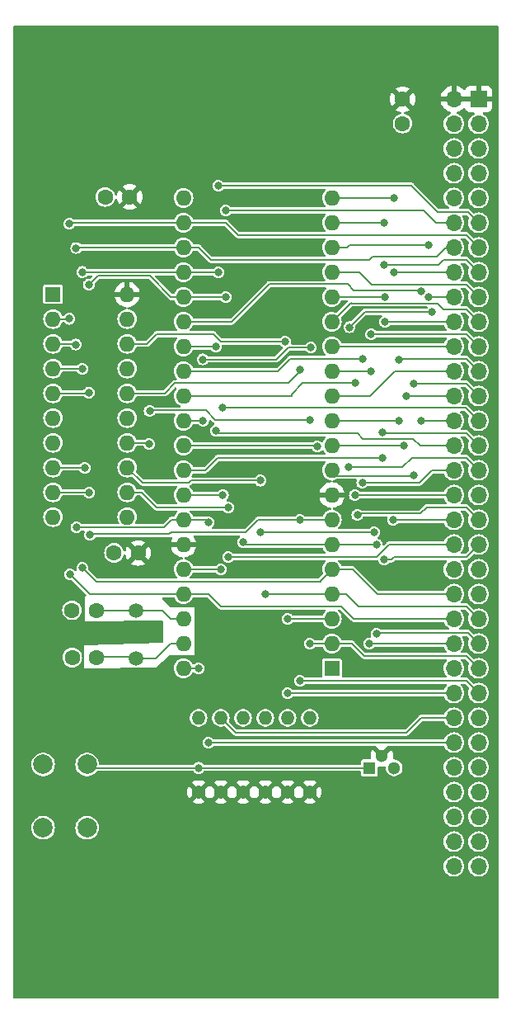
<source format=gtl>
G04 #@! TF.GenerationSoftware,KiCad,Pcbnew,(7.0.0)*
G04 #@! TF.CreationDate,2024-08-24T13:41:39-04:00*
G04 #@! TF.ProjectId,LB-6802-01,4c422d36-3830-4322-9d30-312e6b696361,2*
G04 #@! TF.SameCoordinates,Original*
G04 #@! TF.FileFunction,Copper,L1,Top*
G04 #@! TF.FilePolarity,Positive*
%FSLAX46Y46*%
G04 Gerber Fmt 4.6, Leading zero omitted, Abs format (unit mm)*
G04 Created by KiCad (PCBNEW (7.0.0)) date 2024-08-24 13:41:39*
%MOMM*%
%LPD*%
G01*
G04 APERTURE LIST*
G04 #@! TA.AperFunction,ComponentPad*
%ADD10R,1.700000X1.700000*%
G04 #@! TD*
G04 #@! TA.AperFunction,ComponentPad*
%ADD11O,1.700000X1.700000*%
G04 #@! TD*
G04 #@! TA.AperFunction,ComponentPad*
%ADD12R,1.600000X1.600000*%
G04 #@! TD*
G04 #@! TA.AperFunction,ComponentPad*
%ADD13O,1.600000X1.600000*%
G04 #@! TD*
G04 #@! TA.AperFunction,ComponentPad*
%ADD14C,1.400000*%
G04 #@! TD*
G04 #@! TA.AperFunction,ComponentPad*
%ADD15O,1.400000X1.400000*%
G04 #@! TD*
G04 #@! TA.AperFunction,ComponentPad*
%ADD16C,1.600000*%
G04 #@! TD*
G04 #@! TA.AperFunction,ComponentPad*
%ADD17C,1.500000*%
G04 #@! TD*
G04 #@! TA.AperFunction,ComponentPad*
%ADD18C,2.000000*%
G04 #@! TD*
G04 #@! TA.AperFunction,ComponentPad*
%ADD19R,1.300000X1.300000*%
G04 #@! TD*
G04 #@! TA.AperFunction,ComponentPad*
%ADD20C,1.300000*%
G04 #@! TD*
G04 #@! TA.AperFunction,ViaPad*
%ADD21C,0.800000*%
G04 #@! TD*
G04 #@! TA.AperFunction,Conductor*
%ADD22C,0.203200*%
G04 #@! TD*
G04 APERTURE END LIST*
D10*
X179889999Y-54614999D03*
D11*
X177349999Y-54614999D03*
X179889999Y-57154999D03*
X177349999Y-57154999D03*
X179889999Y-59694999D03*
X177349999Y-59694999D03*
X179889999Y-62234999D03*
X177349999Y-62234999D03*
X179889999Y-64774999D03*
X177349999Y-64774999D03*
X179889999Y-67314999D03*
X177349999Y-67314999D03*
X179889999Y-69854999D03*
X177349999Y-69854999D03*
X179889999Y-72394999D03*
X177349999Y-72394999D03*
X179889999Y-74934999D03*
X177349999Y-74934999D03*
X179889999Y-77474999D03*
X177349999Y-77474999D03*
X179889999Y-80014999D03*
X177349999Y-80014999D03*
X179889999Y-82554999D03*
X177349999Y-82554999D03*
X179889999Y-85094999D03*
X177349999Y-85094999D03*
X179889999Y-87634999D03*
X177349999Y-87634999D03*
X179889999Y-90174999D03*
X177349999Y-90174999D03*
X179889999Y-92714999D03*
X177349999Y-92714999D03*
X179889999Y-95254999D03*
X177349999Y-95254999D03*
X179889999Y-97794999D03*
X177349999Y-97794999D03*
X179889999Y-100334999D03*
X177349999Y-100334999D03*
X179889999Y-102874999D03*
X177349999Y-102874999D03*
X179889999Y-105414999D03*
X177349999Y-105414999D03*
X179889999Y-107954999D03*
X177349999Y-107954999D03*
X179889999Y-110494999D03*
X177349999Y-110494999D03*
X179889999Y-113034999D03*
X177349999Y-113034999D03*
X179889999Y-115574999D03*
X177349999Y-115574999D03*
X179889999Y-118114999D03*
X177349999Y-118114999D03*
X179889999Y-120654999D03*
X177349999Y-120654999D03*
X179889999Y-123194999D03*
X177349999Y-123194999D03*
X179889999Y-125734999D03*
X177349999Y-125734999D03*
X179889999Y-128274999D03*
X177349999Y-128274999D03*
X179889999Y-130814999D03*
X177349999Y-130814999D03*
X179889999Y-133354999D03*
X177349999Y-133354999D03*
D12*
X164820599Y-113029999D03*
D13*
X164820599Y-110489999D03*
X164820599Y-107949999D03*
X164820599Y-105409999D03*
X164820599Y-102869999D03*
X164820599Y-100329999D03*
X164820599Y-97789999D03*
X164820599Y-95249999D03*
X164820599Y-92709999D03*
X164820599Y-90169999D03*
X164820599Y-87629999D03*
X164820599Y-85089999D03*
X164820599Y-82549999D03*
X164820599Y-80009999D03*
X164820599Y-77469999D03*
X164820599Y-74929999D03*
X164820599Y-72389999D03*
X164820599Y-69849999D03*
X164820599Y-67309999D03*
X164820599Y-64769999D03*
X149580599Y-64769999D03*
X149580599Y-67309999D03*
X149580599Y-69849999D03*
X149580599Y-72389999D03*
X149580599Y-74929999D03*
X149580599Y-77469999D03*
X149580599Y-80009999D03*
X149580599Y-82549999D03*
X149580599Y-85089999D03*
X149580599Y-87629999D03*
X149580599Y-90169999D03*
X149580599Y-92709999D03*
X149580599Y-95249999D03*
X149580599Y-97789999D03*
X149580599Y-100329999D03*
X149580599Y-102869999D03*
X149580599Y-105409999D03*
X149580599Y-107949999D03*
X149580599Y-110489999D03*
X149580599Y-113029999D03*
D14*
X160274000Y-125730000D03*
D15*
X160273999Y-118109999D03*
D14*
X151130000Y-125730000D03*
D15*
X151129999Y-118109999D03*
D14*
X162560000Y-125730000D03*
D15*
X162559999Y-118109999D03*
D14*
X155702000Y-125730000D03*
D15*
X155701999Y-118109999D03*
D14*
X157988000Y-125730000D03*
D15*
X157987999Y-118109999D03*
D16*
X138145200Y-111924000D03*
X140645200Y-111924000D03*
D17*
X144703800Y-112000200D03*
X144703800Y-107120200D03*
D12*
X136169399Y-74650599D03*
D13*
X136169399Y-77190599D03*
X136169399Y-79730599D03*
X136169399Y-82270599D03*
X136169399Y-84810599D03*
X136169399Y-87350599D03*
X136169399Y-89890599D03*
X136169399Y-92430599D03*
X136169399Y-94970599D03*
X136169399Y-97510599D03*
X143789399Y-97510599D03*
X143789399Y-94970599D03*
X143789399Y-92430599D03*
X143789399Y-89890599D03*
X143789399Y-87350599D03*
X143789399Y-84810599D03*
X143789399Y-82270599D03*
X143789399Y-79730599D03*
X143789399Y-77190599D03*
X143789399Y-74650599D03*
D16*
X141548800Y-64668400D03*
X144048800Y-64668400D03*
X172085000Y-57130000D03*
X172085000Y-54630000D03*
D18*
X135164000Y-129386400D03*
X135164000Y-122886400D03*
X139664000Y-129386400D03*
X139664000Y-122886400D03*
D19*
X168681399Y-123245199D03*
D20*
X169951400Y-121975200D03*
X171221400Y-123245200D03*
D14*
X153416000Y-125730000D03*
D15*
X153415999Y-118109999D03*
D16*
X138119800Y-107072600D03*
X140619800Y-107072600D03*
X142432400Y-101193600D03*
X144932400Y-101193600D03*
D21*
X170281600Y-74930000D03*
X170281600Y-77470000D03*
X170027600Y-88805300D03*
X170027600Y-91440000D03*
X173990000Y-74313500D03*
X173990000Y-87630000D03*
X168859200Y-78740000D03*
X175107600Y-76454000D03*
X171196000Y-64770000D03*
X171196000Y-72390000D03*
X137845800Y-67411600D03*
X137845800Y-77165200D03*
X138506200Y-79806800D03*
X138557000Y-69900800D03*
X139192000Y-72364600D03*
X139192000Y-82296000D03*
X153162000Y-72390000D03*
X153162000Y-63500000D03*
X153924000Y-74930000D03*
X139845500Y-73660000D03*
X139852400Y-84734400D03*
X153924000Y-66040000D03*
X167182800Y-95250000D03*
X167182800Y-83769200D03*
X162661600Y-80111600D03*
X166624000Y-78028800D03*
X151587200Y-87630000D03*
X151536400Y-81330800D03*
X167944800Y-81280000D03*
X167944800Y-93980000D03*
X152908000Y-88646000D03*
X152908000Y-80010000D03*
X173228000Y-83820000D03*
X173228000Y-93218000D03*
X172212000Y-90170000D03*
X172466000Y-85090000D03*
X166529300Y-92405200D03*
X163322000Y-90271600D03*
X171704000Y-87630000D03*
X171704000Y-81330800D03*
X153619200Y-95250000D03*
X153619200Y-86309200D03*
X168808400Y-82550000D03*
X174752000Y-69596000D03*
X174752000Y-74930000D03*
X170180000Y-67310000D03*
X170180000Y-71628000D03*
X151130000Y-123245200D03*
X151130000Y-113030000D03*
X168656000Y-110490000D03*
X139446000Y-92456000D03*
X139192000Y-102724500D03*
X157988000Y-105410000D03*
X137922000Y-103378000D03*
X169418000Y-109474000D03*
X155702000Y-100076000D03*
X169418000Y-100330000D03*
X162560000Y-110490000D03*
X139883000Y-94996000D03*
X161544000Y-97790000D03*
X161544000Y-114300000D03*
X139954000Y-99314000D03*
X160020000Y-79502000D03*
X160274000Y-115570000D03*
X160274000Y-107950000D03*
X153416000Y-102870000D03*
X138575500Y-98552000D03*
X152146000Y-98044000D03*
X152146000Y-120650000D03*
X162560000Y-87579200D03*
X146050000Y-90017600D03*
X146100800Y-86614000D03*
X167436800Y-97282000D03*
X171094400Y-97790000D03*
X161544000Y-82346800D03*
X169164000Y-99060000D03*
X157480000Y-93764000D03*
X157480000Y-99060000D03*
X170180000Y-101854000D03*
X154178000Y-101600000D03*
X154178000Y-96520000D03*
D22*
X170281600Y-74930000D02*
X164820600Y-74930000D01*
X170286600Y-77475000D02*
X170281600Y-77470000D01*
X177350000Y-77475000D02*
X170286600Y-77475000D01*
X178564200Y-86309200D02*
X179890000Y-87635000D01*
X153619200Y-86309200D02*
X178564200Y-86309200D01*
X170122300Y-88900000D02*
X170027600Y-88805300D01*
X170122300Y-88900000D02*
X178615000Y-88900000D01*
X170027600Y-91440000D02*
X153060400Y-91440000D01*
X154533600Y-77470000D02*
X149580600Y-77470000D01*
X158394400Y-73609200D02*
X154533600Y-77470000D01*
X166420800Y-73609200D02*
X158394400Y-73609200D01*
X167087600Y-74276000D02*
X166420800Y-73609200D01*
X173990000Y-74313500D02*
X173952500Y-74276000D01*
X173952500Y-74276000D02*
X167087600Y-74276000D01*
X173995000Y-87635000D02*
X173990000Y-87630000D01*
X177350000Y-87635000D02*
X173995000Y-87635000D01*
X168859200Y-78740000D02*
X178615000Y-78740000D01*
X168762600Y-85090000D02*
X171297600Y-82555000D01*
X164820600Y-85090000D02*
X168762600Y-85090000D01*
X171297600Y-82555000D02*
X177350000Y-82555000D01*
X168198800Y-76454000D02*
X175107600Y-76454000D01*
X166624000Y-78028800D02*
X168198800Y-76454000D01*
X178615000Y-76200000D02*
X179890000Y-77475000D01*
X176276000Y-76200000D02*
X178615000Y-76200000D01*
X166846200Y-75584000D02*
X175660000Y-75584000D01*
X175660000Y-75584000D02*
X176276000Y-76200000D01*
X166776400Y-75514200D02*
X166846200Y-75584000D01*
X164820600Y-77470000D02*
X166776400Y-75514200D01*
X173842600Y-93980000D02*
X175107600Y-92715000D01*
X167944800Y-93980000D02*
X173842600Y-93980000D01*
X177350000Y-92715000D02*
X175107600Y-92715000D01*
X172059600Y-92405200D02*
X173024800Y-91440000D01*
X166529300Y-92405200D02*
X172059600Y-92405200D01*
X178615000Y-91440000D02*
X173024800Y-91440000D01*
X178615000Y-114300000D02*
X179890000Y-115575000D01*
X161544000Y-114300000D02*
X178615000Y-114300000D01*
X171201000Y-72395000D02*
X171196000Y-72390000D01*
X164820600Y-64770000D02*
X171196000Y-64770000D01*
X171201000Y-72395000D02*
X177350000Y-72395000D01*
X137947400Y-67310000D02*
X149580600Y-67310000D01*
X153924000Y-67310000D02*
X155194000Y-68580000D01*
X178615000Y-68580000D02*
X179890000Y-69855000D01*
X137845800Y-67411600D02*
X137947400Y-67310000D01*
X155194000Y-68580000D02*
X178615000Y-68580000D01*
X136169400Y-77190600D02*
X137820400Y-77190600D01*
X149580600Y-67310000D02*
X153924000Y-67310000D01*
X137820400Y-77190600D02*
X137845800Y-77165200D01*
X176525000Y-69855000D02*
X175615600Y-70764400D01*
X169011600Y-70764400D02*
X168656000Y-71120000D01*
X138607800Y-69850000D02*
X149580600Y-69850000D01*
X175615600Y-70764400D02*
X169011600Y-70764400D01*
X138430000Y-79730600D02*
X138506200Y-79806800D01*
X138557000Y-69900800D02*
X138607800Y-69850000D01*
X136169400Y-79730600D02*
X138430000Y-79730600D01*
X168656000Y-71120000D02*
X152400000Y-71120000D01*
X152400000Y-71120000D02*
X151130000Y-69850000D01*
X177350000Y-69855000D02*
X176525000Y-69855000D01*
X151130000Y-69850000D02*
X149580600Y-69850000D01*
X179890000Y-67315000D02*
X178786000Y-66211000D01*
X175685000Y-66211000D02*
X172974000Y-63500000D01*
X175685000Y-66211000D02*
X178786000Y-66211000D01*
X153162000Y-72390000D02*
X149580600Y-72390000D01*
X139217400Y-72390000D02*
X149580600Y-72390000D01*
X172974000Y-63500000D02*
X153162000Y-63500000D01*
X136169400Y-82270600D02*
X139166600Y-82270600D01*
X139192000Y-72364600D02*
X139217400Y-72390000D01*
X139166600Y-82270600D02*
X139192000Y-82296000D01*
X153924000Y-74930000D02*
X149580600Y-74930000D01*
X139845500Y-73660000D02*
X140759900Y-72745600D01*
X148285200Y-74930000D02*
X149580600Y-74930000D01*
X140759900Y-72745600D02*
X146100800Y-72745600D01*
X146100800Y-72745600D02*
X148285200Y-74930000D01*
X174244000Y-66040000D02*
X153924000Y-66040000D01*
X177350000Y-67315000D02*
X175519000Y-67315000D01*
X175519000Y-67315000D02*
X174244000Y-66040000D01*
X136169400Y-84810600D02*
X139776200Y-84810600D01*
X139776200Y-84810600D02*
X139852400Y-84734400D01*
X160680400Y-84886800D02*
X161798000Y-83769200D01*
X160680400Y-85090000D02*
X160680400Y-84886800D01*
X167182800Y-95250000D02*
X167187800Y-95255000D01*
X149580600Y-85090000D02*
X160680400Y-85090000D01*
X161798000Y-83769200D02*
X167182800Y-83769200D01*
X167187800Y-95255000D02*
X177350000Y-95255000D01*
X149580600Y-87630000D02*
X151587200Y-87630000D01*
X151536400Y-81330800D02*
X159116096Y-81330800D01*
X159116096Y-81330800D02*
X160335296Y-80111600D01*
X160335296Y-80111600D02*
X162661600Y-80111600D01*
X160528000Y-81280000D02*
X167944800Y-81280000D01*
X149580600Y-82550000D02*
X159258000Y-82550000D01*
X159258000Y-82550000D02*
X160528000Y-81280000D01*
X152908000Y-80010000D02*
X149580600Y-80010000D01*
X173893400Y-90175000D02*
X173177200Y-89458800D01*
X153162000Y-88900000D02*
X152908000Y-88646000D01*
X167995600Y-89458800D02*
X167436800Y-88900000D01*
X177350000Y-90175000D02*
X173893400Y-90175000D01*
X167436800Y-88900000D02*
X153162000Y-88900000D01*
X173177200Y-89458800D02*
X167995600Y-89458800D01*
X165379400Y-93268800D02*
X173177200Y-93268800D01*
X165379400Y-93268800D02*
X164820600Y-92710000D01*
X173177200Y-93268800D02*
X173228000Y-93218000D01*
X179890000Y-85095000D02*
X178615000Y-83820000D01*
X178615000Y-83820000D02*
X173228000Y-83820000D01*
X164820600Y-90170000D02*
X172212000Y-90170000D01*
X172466000Y-85090000D02*
X172471000Y-85095000D01*
X172471000Y-85095000D02*
X177350000Y-85095000D01*
X179890000Y-92715000D02*
X178615000Y-91440000D01*
X163220400Y-90170000D02*
X149580600Y-90170000D01*
X163322000Y-90271600D02*
X163220400Y-90170000D01*
X164820600Y-87630000D02*
X171704000Y-87630000D01*
X171754800Y-81280000D02*
X171704000Y-81330800D01*
X178615000Y-81280000D02*
X171754800Y-81280000D01*
X179890000Y-82555000D02*
X178615000Y-81280000D01*
X153619200Y-95250000D02*
X149580600Y-95250000D01*
X179890000Y-80015000D02*
X178615000Y-78740000D01*
X164820600Y-82550000D02*
X168808400Y-82550000D01*
X153060400Y-91440000D02*
X151790400Y-92710000D01*
X179890000Y-90175000D02*
X178615000Y-88900000D01*
X151790400Y-92710000D02*
X149580600Y-92710000D01*
X177350000Y-80015000D02*
X164825600Y-80015000D01*
X167640000Y-72390000D02*
X164820600Y-72390000D01*
X168910000Y-73660000D02*
X167640000Y-72390000D01*
X178615000Y-73660000D02*
X168910000Y-73660000D01*
X179890000Y-74935000D02*
X178615000Y-73660000D01*
X166624000Y-69596000D02*
X174752000Y-69596000D01*
X174757000Y-74935000D02*
X177350000Y-74935000D01*
X164820600Y-69850000D02*
X166370000Y-69850000D01*
X166624000Y-69596000D02*
X166370000Y-69850000D01*
X174757000Y-74935000D02*
X174752000Y-74930000D01*
X164820600Y-67310000D02*
X170180000Y-67310000D01*
X175768000Y-71628000D02*
X176276000Y-71120000D01*
X178615000Y-71120000D02*
X179890000Y-72395000D01*
X176276000Y-71120000D02*
X178615000Y-71120000D01*
X170180000Y-71628000D02*
X175768000Y-71628000D01*
X168681400Y-123245200D02*
X151130000Y-123245200D01*
X168656000Y-110490000D02*
X168661000Y-110495000D01*
X149580600Y-113030000D02*
X151130000Y-113030000D01*
X168661000Y-110495000D02*
X177350000Y-110495000D01*
X151130000Y-123245200D02*
X140022800Y-123245200D01*
X139420600Y-92430600D02*
X136169400Y-92430600D01*
X163626800Y-104063800D02*
X164820600Y-102870000D01*
X169473800Y-105415000D02*
X166928800Y-102870000D01*
X163626800Y-104140000D02*
X163626800Y-104063800D01*
X140607500Y-104140000D02*
X163626800Y-104140000D01*
X166928800Y-102870000D02*
X164820600Y-102870000D01*
X139446000Y-92456000D02*
X139420600Y-92430600D01*
X177350000Y-105415000D02*
X169473800Y-105415000D01*
X139192000Y-102724500D02*
X140607500Y-104140000D01*
X167589200Y-106680000D02*
X178615000Y-106680000D01*
X166319200Y-105410000D02*
X167589200Y-106680000D01*
X178615000Y-106680000D02*
X179890000Y-107955000D01*
X164820600Y-105410000D02*
X157988000Y-105410000D01*
X164820600Y-105410000D02*
X166319200Y-105410000D01*
X149580600Y-105410000D02*
X152146000Y-105410000D01*
X167086200Y-107955000D02*
X177350000Y-107955000D01*
X149580600Y-105410000D02*
X139954000Y-105410000D01*
X139954000Y-105410000D02*
X137922000Y-103378000D01*
X153416000Y-106680000D02*
X165811200Y-106680000D01*
X152146000Y-105410000D02*
X153416000Y-106680000D01*
X165811200Y-106680000D02*
X167086200Y-107955000D01*
X169418000Y-100330000D02*
X164820600Y-100330000D01*
X178786000Y-109391000D02*
X169501000Y-109391000D01*
X155956000Y-100330000D02*
X155702000Y-100076000D01*
X164820600Y-100330000D02*
X155956000Y-100330000D01*
X169501000Y-109391000D02*
X169418000Y-109474000D01*
X179890000Y-110495000D02*
X178786000Y-109391000D01*
X178615000Y-111760000D02*
X168148000Y-111760000D01*
X166878000Y-110490000D02*
X164820600Y-110490000D01*
X164820600Y-110490000D02*
X162560000Y-110490000D01*
X179890000Y-113035000D02*
X178615000Y-111760000D01*
X168148000Y-111760000D02*
X166878000Y-110490000D01*
X139992000Y-99276000D02*
X148120000Y-99276000D01*
X161544000Y-97790000D02*
X157226000Y-97790000D01*
X148120000Y-99276000D02*
X148336000Y-99060000D01*
X157226000Y-97790000D02*
X155956000Y-99060000D01*
X161544000Y-97790000D02*
X164820600Y-97790000D01*
X136169400Y-94970600D02*
X139857600Y-94970600D01*
X148336000Y-99060000D02*
X155956000Y-99060000D01*
X139954000Y-99314000D02*
X139992000Y-99276000D01*
X139857600Y-94970600D02*
X139883000Y-94996000D01*
X160020000Y-79502000D02*
X153416000Y-79502000D01*
X177350000Y-115575000D02*
X160279000Y-115575000D01*
X160279000Y-115575000D02*
X160274000Y-115570000D01*
X164820600Y-107950000D02*
X160274000Y-107950000D01*
X152654000Y-78740000D02*
X146812000Y-78740000D01*
X146812000Y-78740000D02*
X145821400Y-79730600D01*
X145821400Y-79730600D02*
X143789400Y-79730600D01*
X153416000Y-79502000D02*
X152654000Y-78740000D01*
X172476000Y-119634000D02*
X154940000Y-119634000D01*
X177350000Y-118115000D02*
X173995000Y-118115000D01*
X149580600Y-102870000D02*
X153416000Y-102870000D01*
X154940000Y-119634000D02*
X153416000Y-118110000D01*
X173995000Y-118115000D02*
X172476000Y-119634000D01*
X152146000Y-98044000D02*
X151892000Y-97790000D01*
X177350000Y-120655000D02*
X152151000Y-120655000D01*
X138588100Y-98564600D02*
X138575500Y-98552000D01*
X151892000Y-97790000D02*
X149580600Y-97790000D01*
X149580600Y-97790000D02*
X148336000Y-97790000D01*
X147561400Y-98564600D02*
X138588100Y-98564600D01*
X148336000Y-97790000D02*
X147561400Y-98564600D01*
X152151000Y-120655000D02*
X152146000Y-120650000D01*
X179890000Y-97795000D02*
X178615000Y-96520000D01*
X151854000Y-86576000D02*
X146138800Y-86576000D01*
X146138800Y-86576000D02*
X146100800Y-86614000D01*
X173939200Y-97129600D02*
X167589200Y-97129600D01*
X174548800Y-96520000D02*
X173939200Y-97129600D01*
X162560000Y-87579200D02*
X152857200Y-87579200D01*
X146050000Y-90017600D02*
X145923000Y-89890600D01*
X152857200Y-87579200D02*
X151854000Y-86576000D01*
X145923000Y-89890600D02*
X143789400Y-89890600D01*
X167589200Y-97129600D02*
X167436800Y-97282000D01*
X178615000Y-96520000D02*
X174548800Y-96520000D01*
X160324800Y-83769200D02*
X161544000Y-82550000D01*
X148691600Y-83769200D02*
X160324800Y-83769200D01*
X143789400Y-84810600D02*
X147650200Y-84810600D01*
X161544000Y-82550000D02*
X161544000Y-82346800D01*
X171099400Y-97795000D02*
X171094400Y-97790000D01*
X177350000Y-97795000D02*
X171099400Y-97795000D01*
X147650200Y-84810600D02*
X148691600Y-83769200D01*
X170942000Y-101854000D02*
X170180000Y-101854000D01*
X164084000Y-99060000D02*
X162306000Y-99060000D01*
X171196000Y-101600000D02*
X170942000Y-101854000D01*
X169164000Y-99060000D02*
X157480000Y-99060000D01*
X150114000Y-93980000D02*
X145338800Y-93980000D01*
X150330000Y-93764000D02*
X150114000Y-93980000D01*
X145338800Y-93980000D02*
X143789400Y-92430600D01*
X169164000Y-99060000D02*
X164084000Y-99060000D01*
X179890000Y-100335000D02*
X178625000Y-101600000D01*
X178625000Y-101600000D02*
X171196000Y-101600000D01*
X157480000Y-93764000D02*
X150330000Y-93764000D01*
X177350000Y-100335000D02*
X170693000Y-100335000D01*
X146812000Y-96520000D02*
X145262600Y-94970600D01*
X169428000Y-101600000D02*
X154178000Y-101600000D01*
X154178000Y-96520000D02*
X146812000Y-96520000D01*
X145262600Y-94970600D02*
X143789400Y-94970600D01*
X170693000Y-100335000D02*
X169428000Y-101600000D01*
X144856200Y-111890200D02*
X140656800Y-111890200D01*
X144703800Y-112000200D02*
X146724200Y-112000200D01*
X146724200Y-112000200D02*
X148234400Y-110490000D01*
X148234400Y-110490000D02*
X149580600Y-110490000D01*
X144703800Y-107120200D02*
X147404600Y-107120200D01*
X148234400Y-107950000D02*
X149580600Y-107950000D01*
X147404600Y-107120200D02*
X148234400Y-107950000D01*
X140589000Y-107072600D02*
X144793800Y-107072600D01*
G04 #@! TA.AperFunction,Conductor*
G36*
X181861500Y-47092381D02*
G01*
X181907619Y-47138500D01*
X181924500Y-47201500D01*
X181924500Y-146798500D01*
X181907619Y-146861500D01*
X181861500Y-146907619D01*
X181798500Y-146924500D01*
X132206000Y-146924500D01*
X132143000Y-146907619D01*
X132096881Y-146861500D01*
X132080000Y-146798500D01*
X132080000Y-133355000D01*
X176291202Y-133355000D01*
X176291809Y-133361163D01*
X176310939Y-133555397D01*
X176310940Y-133555405D01*
X176311547Y-133561561D01*
X176371798Y-133760184D01*
X176469642Y-133943237D01*
X176601317Y-134103683D01*
X176761763Y-134235358D01*
X176944816Y-134333202D01*
X177143439Y-134393453D01*
X177350000Y-134413798D01*
X177556561Y-134393453D01*
X177755184Y-134333202D01*
X177938237Y-134235358D01*
X178098683Y-134103683D01*
X178230358Y-133943237D01*
X178328202Y-133760184D01*
X178388453Y-133561561D01*
X178408798Y-133355000D01*
X178831202Y-133355000D01*
X178831809Y-133361163D01*
X178850939Y-133555397D01*
X178850940Y-133555405D01*
X178851547Y-133561561D01*
X178911798Y-133760184D01*
X179009642Y-133943237D01*
X179141317Y-134103683D01*
X179301763Y-134235358D01*
X179484816Y-134333202D01*
X179683439Y-134393453D01*
X179890000Y-134413798D01*
X180096561Y-134393453D01*
X180295184Y-134333202D01*
X180478237Y-134235358D01*
X180638683Y-134103683D01*
X180770358Y-133943237D01*
X180868202Y-133760184D01*
X180928453Y-133561561D01*
X180948798Y-133355000D01*
X180928453Y-133148439D01*
X180868202Y-132949816D01*
X180770358Y-132766763D01*
X180638683Y-132606317D01*
X180478237Y-132474642D01*
X180295184Y-132376798D01*
X180289263Y-132375002D01*
X180289261Y-132375001D01*
X180102483Y-132318343D01*
X180102479Y-132318342D01*
X180096561Y-132316547D01*
X180090405Y-132315940D01*
X180090397Y-132315939D01*
X179896163Y-132296809D01*
X179890000Y-132296202D01*
X179883837Y-132296809D01*
X179689602Y-132315939D01*
X179689592Y-132315940D01*
X179683439Y-132316547D01*
X179677522Y-132318341D01*
X179677516Y-132318343D01*
X179490738Y-132375001D01*
X179490732Y-132375003D01*
X179484816Y-132376798D01*
X179479358Y-132379715D01*
X179479354Y-132379717D01*
X179307222Y-132471724D01*
X179301763Y-132474642D01*
X179296984Y-132478563D01*
X179296978Y-132478568D01*
X179146096Y-132602394D01*
X179146090Y-132602399D01*
X179141317Y-132606317D01*
X179137399Y-132611090D01*
X179137394Y-132611096D01*
X179013568Y-132761978D01*
X179013563Y-132761984D01*
X179009642Y-132766763D01*
X179006724Y-132772221D01*
X179006724Y-132772222D01*
X178914717Y-132944354D01*
X178914715Y-132944358D01*
X178911798Y-132949816D01*
X178910003Y-132955732D01*
X178910001Y-132955738D01*
X178853343Y-133142516D01*
X178853341Y-133142522D01*
X178851547Y-133148439D01*
X178850940Y-133154592D01*
X178850939Y-133154602D01*
X178831809Y-133348837D01*
X178831202Y-133355000D01*
X178408798Y-133355000D01*
X178388453Y-133148439D01*
X178328202Y-132949816D01*
X178230358Y-132766763D01*
X178098683Y-132606317D01*
X177938237Y-132474642D01*
X177755184Y-132376798D01*
X177749263Y-132375002D01*
X177749261Y-132375001D01*
X177562483Y-132318343D01*
X177562479Y-132318342D01*
X177556561Y-132316547D01*
X177550405Y-132315940D01*
X177550397Y-132315939D01*
X177356163Y-132296809D01*
X177350000Y-132296202D01*
X177343837Y-132296809D01*
X177149602Y-132315939D01*
X177149592Y-132315940D01*
X177143439Y-132316547D01*
X177137522Y-132318341D01*
X177137516Y-132318343D01*
X176950738Y-132375001D01*
X176950732Y-132375003D01*
X176944816Y-132376798D01*
X176939358Y-132379715D01*
X176939354Y-132379717D01*
X176767222Y-132471724D01*
X176761763Y-132474642D01*
X176756984Y-132478563D01*
X176756978Y-132478568D01*
X176606096Y-132602394D01*
X176606090Y-132602399D01*
X176601317Y-132606317D01*
X176597399Y-132611090D01*
X176597394Y-132611096D01*
X176473568Y-132761978D01*
X176473563Y-132761984D01*
X176469642Y-132766763D01*
X176466724Y-132772221D01*
X176466724Y-132772222D01*
X176374717Y-132944354D01*
X176374715Y-132944358D01*
X176371798Y-132949816D01*
X176370003Y-132955732D01*
X176370001Y-132955738D01*
X176313343Y-133142516D01*
X176313341Y-133142522D01*
X176311547Y-133148439D01*
X176310940Y-133154592D01*
X176310939Y-133154602D01*
X176291809Y-133348837D01*
X176291202Y-133355000D01*
X132080000Y-133355000D01*
X132080000Y-130815000D01*
X176291202Y-130815000D01*
X176291809Y-130821163D01*
X176310939Y-131015397D01*
X176310940Y-131015405D01*
X176311547Y-131021561D01*
X176371798Y-131220184D01*
X176469642Y-131403237D01*
X176601317Y-131563683D01*
X176761763Y-131695358D01*
X176944816Y-131793202D01*
X177143439Y-131853453D01*
X177350000Y-131873798D01*
X177556561Y-131853453D01*
X177755184Y-131793202D01*
X177938237Y-131695358D01*
X178098683Y-131563683D01*
X178230358Y-131403237D01*
X178328202Y-131220184D01*
X178388453Y-131021561D01*
X178408798Y-130815000D01*
X178831202Y-130815000D01*
X178831809Y-130821163D01*
X178850939Y-131015397D01*
X178850940Y-131015405D01*
X178851547Y-131021561D01*
X178911798Y-131220184D01*
X179009642Y-131403237D01*
X179141317Y-131563683D01*
X179301763Y-131695358D01*
X179484816Y-131793202D01*
X179683439Y-131853453D01*
X179890000Y-131873798D01*
X180096561Y-131853453D01*
X180295184Y-131793202D01*
X180478237Y-131695358D01*
X180638683Y-131563683D01*
X180770358Y-131403237D01*
X180868202Y-131220184D01*
X180928453Y-131021561D01*
X180948798Y-130815000D01*
X180928453Y-130608439D01*
X180868202Y-130409816D01*
X180770358Y-130226763D01*
X180638683Y-130066317D01*
X180585634Y-130022781D01*
X180483021Y-129938568D01*
X180483020Y-129938567D01*
X180478237Y-129934642D01*
X180295184Y-129836798D01*
X180289263Y-129835002D01*
X180289261Y-129835001D01*
X180102483Y-129778343D01*
X180102479Y-129778342D01*
X180096561Y-129776547D01*
X180090405Y-129775940D01*
X180090397Y-129775939D01*
X179896163Y-129756809D01*
X179890000Y-129756202D01*
X179883837Y-129756809D01*
X179689602Y-129775939D01*
X179689592Y-129775940D01*
X179683439Y-129776547D01*
X179677522Y-129778341D01*
X179677516Y-129778343D01*
X179490738Y-129835001D01*
X179490732Y-129835003D01*
X179484816Y-129836798D01*
X179479358Y-129839715D01*
X179479354Y-129839717D01*
X179307222Y-129931724D01*
X179301763Y-129934642D01*
X179296984Y-129938563D01*
X179296978Y-129938568D01*
X179146096Y-130062394D01*
X179146090Y-130062399D01*
X179141317Y-130066317D01*
X179137399Y-130071090D01*
X179137394Y-130071096D01*
X179013568Y-130221978D01*
X179013563Y-130221984D01*
X179009642Y-130226763D01*
X179006724Y-130232221D01*
X179006724Y-130232222D01*
X178914717Y-130404354D01*
X178914715Y-130404358D01*
X178911798Y-130409816D01*
X178910003Y-130415732D01*
X178910001Y-130415738D01*
X178853343Y-130602516D01*
X178853341Y-130602522D01*
X178851547Y-130608439D01*
X178850940Y-130614592D01*
X178850939Y-130614602D01*
X178831809Y-130808837D01*
X178831202Y-130815000D01*
X178408798Y-130815000D01*
X178388453Y-130608439D01*
X178328202Y-130409816D01*
X178230358Y-130226763D01*
X178098683Y-130066317D01*
X178045634Y-130022781D01*
X177943021Y-129938568D01*
X177943020Y-129938567D01*
X177938237Y-129934642D01*
X177755184Y-129836798D01*
X177749263Y-129835002D01*
X177749261Y-129835001D01*
X177562483Y-129778343D01*
X177562479Y-129778342D01*
X177556561Y-129776547D01*
X177550405Y-129775940D01*
X177550397Y-129775939D01*
X177356163Y-129756809D01*
X177350000Y-129756202D01*
X177343837Y-129756809D01*
X177149602Y-129775939D01*
X177149592Y-129775940D01*
X177143439Y-129776547D01*
X177137522Y-129778341D01*
X177137516Y-129778343D01*
X176950738Y-129835001D01*
X176950732Y-129835003D01*
X176944816Y-129836798D01*
X176939358Y-129839715D01*
X176939354Y-129839717D01*
X176767222Y-129931724D01*
X176761763Y-129934642D01*
X176756984Y-129938563D01*
X176756978Y-129938568D01*
X176606096Y-130062394D01*
X176606090Y-130062399D01*
X176601317Y-130066317D01*
X176597399Y-130071090D01*
X176597394Y-130071096D01*
X176473568Y-130221978D01*
X176473563Y-130221984D01*
X176469642Y-130226763D01*
X176466724Y-130232221D01*
X176466724Y-130232222D01*
X176374717Y-130404354D01*
X176374715Y-130404358D01*
X176371798Y-130409816D01*
X176370003Y-130415732D01*
X176370001Y-130415738D01*
X176313343Y-130602516D01*
X176313341Y-130602522D01*
X176311547Y-130608439D01*
X176310940Y-130614592D01*
X176310939Y-130614602D01*
X176291809Y-130808837D01*
X176291202Y-130815000D01*
X132080000Y-130815000D01*
X132080000Y-129386400D01*
X133955143Y-129386400D01*
X133955680Y-129392195D01*
X133975188Y-129602729D01*
X133975189Y-129602736D01*
X133975726Y-129608527D01*
X133977319Y-129614128D01*
X133977320Y-129614130D01*
X134035178Y-129817483D01*
X134035180Y-129817489D01*
X134036774Y-129823090D01*
X134136209Y-130022781D01*
X134139718Y-130027428D01*
X134139719Y-130027429D01*
X134267131Y-130196151D01*
X134267135Y-130196155D01*
X134270644Y-130200802D01*
X134274946Y-130204724D01*
X134274949Y-130204727D01*
X134293873Y-130221978D01*
X134435501Y-130351089D01*
X134440455Y-130354156D01*
X134440456Y-130354157D01*
X134620215Y-130465459D01*
X134620219Y-130465461D01*
X134625166Y-130468524D01*
X134833181Y-130549110D01*
X135052461Y-130590100D01*
X135269711Y-130590100D01*
X135275539Y-130590100D01*
X135494819Y-130549110D01*
X135702834Y-130468524D01*
X135892499Y-130351089D01*
X136057356Y-130200802D01*
X136191791Y-130022781D01*
X136291226Y-129823090D01*
X136352274Y-129608527D01*
X136372857Y-129386400D01*
X138455143Y-129386400D01*
X138455680Y-129392195D01*
X138475188Y-129602729D01*
X138475189Y-129602736D01*
X138475726Y-129608527D01*
X138477319Y-129614128D01*
X138477320Y-129614130D01*
X138535178Y-129817483D01*
X138535180Y-129817489D01*
X138536774Y-129823090D01*
X138636209Y-130022781D01*
X138639718Y-130027428D01*
X138639719Y-130027429D01*
X138767131Y-130196151D01*
X138767135Y-130196155D01*
X138770644Y-130200802D01*
X138774946Y-130204724D01*
X138774949Y-130204727D01*
X138793873Y-130221978D01*
X138935501Y-130351089D01*
X138940455Y-130354156D01*
X138940456Y-130354157D01*
X139120215Y-130465459D01*
X139120219Y-130465461D01*
X139125166Y-130468524D01*
X139333181Y-130549110D01*
X139552461Y-130590100D01*
X139769711Y-130590100D01*
X139775539Y-130590100D01*
X139994819Y-130549110D01*
X140202834Y-130468524D01*
X140392499Y-130351089D01*
X140557356Y-130200802D01*
X140691791Y-130022781D01*
X140791226Y-129823090D01*
X140852274Y-129608527D01*
X140872857Y-129386400D01*
X140852274Y-129164273D01*
X140791226Y-128949710D01*
X140691791Y-128750019D01*
X140557356Y-128571998D01*
X140553053Y-128568075D01*
X140553050Y-128568072D01*
X140458151Y-128481561D01*
X140392499Y-128421711D01*
X140387545Y-128418644D01*
X140387543Y-128418642D01*
X140207784Y-128307340D01*
X140207776Y-128307336D01*
X140202834Y-128304276D01*
X140197407Y-128302173D01*
X140197402Y-128302171D01*
X140127266Y-128275000D01*
X176291202Y-128275000D01*
X176291809Y-128281163D01*
X176310939Y-128475397D01*
X176310940Y-128475405D01*
X176311547Y-128481561D01*
X176313342Y-128487479D01*
X176313343Y-128487483D01*
X176338980Y-128571998D01*
X176371798Y-128680184D01*
X176469642Y-128863237D01*
X176601317Y-129023683D01*
X176761763Y-129155358D01*
X176944816Y-129253202D01*
X177143439Y-129313453D01*
X177350000Y-129333798D01*
X177556561Y-129313453D01*
X177755184Y-129253202D01*
X177938237Y-129155358D01*
X178098683Y-129023683D01*
X178230358Y-128863237D01*
X178328202Y-128680184D01*
X178388453Y-128481561D01*
X178408798Y-128275000D01*
X178831202Y-128275000D01*
X178831809Y-128281163D01*
X178850939Y-128475397D01*
X178850940Y-128475405D01*
X178851547Y-128481561D01*
X178853342Y-128487479D01*
X178853343Y-128487483D01*
X178878980Y-128571998D01*
X178911798Y-128680184D01*
X179009642Y-128863237D01*
X179141317Y-129023683D01*
X179301763Y-129155358D01*
X179484816Y-129253202D01*
X179683439Y-129313453D01*
X179890000Y-129333798D01*
X180096561Y-129313453D01*
X180295184Y-129253202D01*
X180478237Y-129155358D01*
X180638683Y-129023683D01*
X180770358Y-128863237D01*
X180868202Y-128680184D01*
X180928453Y-128481561D01*
X180948798Y-128275000D01*
X180928453Y-128068439D01*
X180868202Y-127869816D01*
X180770358Y-127686763D01*
X180638683Y-127526317D01*
X180478237Y-127394642D01*
X180295184Y-127296798D01*
X180289263Y-127295002D01*
X180289261Y-127295001D01*
X180102483Y-127238343D01*
X180102479Y-127238342D01*
X180096561Y-127236547D01*
X180090405Y-127235940D01*
X180090397Y-127235939D01*
X179896163Y-127216809D01*
X179890000Y-127216202D01*
X179883837Y-127216809D01*
X179689602Y-127235939D01*
X179689592Y-127235940D01*
X179683439Y-127236547D01*
X179677522Y-127238341D01*
X179677516Y-127238343D01*
X179490738Y-127295001D01*
X179490732Y-127295003D01*
X179484816Y-127296798D01*
X179479358Y-127299715D01*
X179479354Y-127299717D01*
X179307222Y-127391724D01*
X179301763Y-127394642D01*
X179296984Y-127398563D01*
X179296978Y-127398568D01*
X179146096Y-127522394D01*
X179146090Y-127522399D01*
X179141317Y-127526317D01*
X179137399Y-127531090D01*
X179137394Y-127531096D01*
X179013568Y-127681978D01*
X179013563Y-127681984D01*
X179009642Y-127686763D01*
X179006724Y-127692221D01*
X179006724Y-127692222D01*
X178914717Y-127864354D01*
X178914715Y-127864358D01*
X178911798Y-127869816D01*
X178910003Y-127875732D01*
X178910001Y-127875738D01*
X178853343Y-128062516D01*
X178853341Y-128062522D01*
X178851547Y-128068439D01*
X178850940Y-128074592D01*
X178850939Y-128074602D01*
X178836048Y-128225794D01*
X178831202Y-128275000D01*
X178408798Y-128275000D01*
X178388453Y-128068439D01*
X178328202Y-127869816D01*
X178230358Y-127686763D01*
X178098683Y-127526317D01*
X177938237Y-127394642D01*
X177755184Y-127296798D01*
X177749263Y-127295002D01*
X177749261Y-127295001D01*
X177562483Y-127238343D01*
X177562479Y-127238342D01*
X177556561Y-127236547D01*
X177550405Y-127235940D01*
X177550397Y-127235939D01*
X177356163Y-127216809D01*
X177350000Y-127216202D01*
X177343837Y-127216809D01*
X177149602Y-127235939D01*
X177149592Y-127235940D01*
X177143439Y-127236547D01*
X177137522Y-127238341D01*
X177137516Y-127238343D01*
X176950738Y-127295001D01*
X176950732Y-127295003D01*
X176944816Y-127296798D01*
X176939358Y-127299715D01*
X176939354Y-127299717D01*
X176767222Y-127391724D01*
X176761763Y-127394642D01*
X176756984Y-127398563D01*
X176756978Y-127398568D01*
X176606096Y-127522394D01*
X176606090Y-127522399D01*
X176601317Y-127526317D01*
X176597399Y-127531090D01*
X176597394Y-127531096D01*
X176473568Y-127681978D01*
X176473563Y-127681984D01*
X176469642Y-127686763D01*
X176466724Y-127692221D01*
X176466724Y-127692222D01*
X176374717Y-127864354D01*
X176374715Y-127864358D01*
X176371798Y-127869816D01*
X176370003Y-127875732D01*
X176370001Y-127875738D01*
X176313343Y-128062516D01*
X176313341Y-128062522D01*
X176311547Y-128068439D01*
X176310940Y-128074592D01*
X176310939Y-128074602D01*
X176296048Y-128225794D01*
X176291202Y-128275000D01*
X140127266Y-128275000D01*
X140000252Y-128225794D01*
X140000244Y-128225791D01*
X139994819Y-128223690D01*
X139989102Y-128222621D01*
X139989094Y-128222619D01*
X139781265Y-128183770D01*
X139781261Y-128183769D01*
X139775539Y-128182700D01*
X139552461Y-128182700D01*
X139546739Y-128183769D01*
X139546734Y-128183770D01*
X139338905Y-128222619D01*
X139338894Y-128222621D01*
X139333181Y-128223690D01*
X139327758Y-128225790D01*
X139327747Y-128225794D01*
X139130597Y-128302171D01*
X139130587Y-128302175D01*
X139125166Y-128304276D01*
X139120227Y-128307333D01*
X139120215Y-128307340D01*
X138940456Y-128418642D01*
X138940448Y-128418647D01*
X138935501Y-128421711D01*
X138931194Y-128425636D01*
X138931193Y-128425638D01*
X138774949Y-128568072D01*
X138774941Y-128568080D01*
X138770644Y-128571998D01*
X138767139Y-128576638D01*
X138767131Y-128576648D01*
X138639719Y-128745370D01*
X138639715Y-128745375D01*
X138636209Y-128750019D01*
X138633614Y-128755229D01*
X138633611Y-128755235D01*
X138539373Y-128944490D01*
X138536774Y-128949710D01*
X138535181Y-128955306D01*
X138535178Y-128955316D01*
X138477320Y-129158669D01*
X138475726Y-129164273D01*
X138475189Y-129170061D01*
X138475188Y-129170070D01*
X138460017Y-129333798D01*
X138455143Y-129386400D01*
X136372857Y-129386400D01*
X136352274Y-129164273D01*
X136291226Y-128949710D01*
X136191791Y-128750019D01*
X136057356Y-128571998D01*
X136053053Y-128568075D01*
X136053050Y-128568072D01*
X135958151Y-128481561D01*
X135892499Y-128421711D01*
X135887545Y-128418644D01*
X135887543Y-128418642D01*
X135707784Y-128307340D01*
X135707776Y-128307336D01*
X135702834Y-128304276D01*
X135697407Y-128302173D01*
X135697402Y-128302171D01*
X135500252Y-128225794D01*
X135500244Y-128225791D01*
X135494819Y-128223690D01*
X135489102Y-128222621D01*
X135489094Y-128222619D01*
X135281265Y-128183770D01*
X135281261Y-128183769D01*
X135275539Y-128182700D01*
X135052461Y-128182700D01*
X135046739Y-128183769D01*
X135046734Y-128183770D01*
X134838905Y-128222619D01*
X134838894Y-128222621D01*
X134833181Y-128223690D01*
X134827758Y-128225790D01*
X134827747Y-128225794D01*
X134630597Y-128302171D01*
X134630587Y-128302175D01*
X134625166Y-128304276D01*
X134620227Y-128307333D01*
X134620215Y-128307340D01*
X134440456Y-128418642D01*
X134440448Y-128418647D01*
X134435501Y-128421711D01*
X134431194Y-128425636D01*
X134431193Y-128425638D01*
X134274949Y-128568072D01*
X134274941Y-128568080D01*
X134270644Y-128571998D01*
X134267139Y-128576638D01*
X134267131Y-128576648D01*
X134139719Y-128745370D01*
X134139715Y-128745375D01*
X134136209Y-128750019D01*
X134133614Y-128755229D01*
X134133611Y-128755235D01*
X134039373Y-128944490D01*
X134036774Y-128949710D01*
X134035181Y-128955306D01*
X134035178Y-128955316D01*
X133977320Y-129158669D01*
X133975726Y-129164273D01*
X133975189Y-129170061D01*
X133975188Y-129170070D01*
X133960017Y-129333798D01*
X133955143Y-129386400D01*
X132080000Y-129386400D01*
X132080000Y-126744969D01*
X150477662Y-126744969D01*
X150485214Y-126753211D01*
X150519186Y-126776999D01*
X150528679Y-126782480D01*
X150710276Y-126867159D01*
X150720571Y-126870906D01*
X150914122Y-126922769D01*
X150924909Y-126924671D01*
X151124525Y-126942135D01*
X151135475Y-126942135D01*
X151335090Y-126924671D01*
X151345877Y-126922769D01*
X151539428Y-126870906D01*
X151549723Y-126867159D01*
X151731323Y-126782479D01*
X151740808Y-126777002D01*
X151774784Y-126753211D01*
X151782336Y-126744969D01*
X152763662Y-126744969D01*
X152771214Y-126753211D01*
X152805186Y-126776999D01*
X152814679Y-126782480D01*
X152996276Y-126867159D01*
X153006571Y-126870906D01*
X153200122Y-126922769D01*
X153210909Y-126924671D01*
X153410525Y-126942135D01*
X153421475Y-126942135D01*
X153621090Y-126924671D01*
X153631877Y-126922769D01*
X153825428Y-126870906D01*
X153835723Y-126867159D01*
X154017323Y-126782479D01*
X154026808Y-126777002D01*
X154060784Y-126753211D01*
X154068336Y-126744969D01*
X155049662Y-126744969D01*
X155057214Y-126753211D01*
X155091186Y-126776999D01*
X155100679Y-126782480D01*
X155282276Y-126867159D01*
X155292571Y-126870906D01*
X155486122Y-126922769D01*
X155496909Y-126924671D01*
X155696525Y-126942135D01*
X155707475Y-126942135D01*
X155907090Y-126924671D01*
X155917877Y-126922769D01*
X156111428Y-126870906D01*
X156121723Y-126867159D01*
X156303323Y-126782479D01*
X156312808Y-126777002D01*
X156346784Y-126753211D01*
X156354336Y-126744969D01*
X157335662Y-126744969D01*
X157343214Y-126753211D01*
X157377186Y-126776999D01*
X157386679Y-126782480D01*
X157568276Y-126867159D01*
X157578571Y-126870906D01*
X157772122Y-126922769D01*
X157782909Y-126924671D01*
X157982525Y-126942135D01*
X157993475Y-126942135D01*
X158193090Y-126924671D01*
X158203877Y-126922769D01*
X158397428Y-126870906D01*
X158407723Y-126867159D01*
X158589323Y-126782479D01*
X158598808Y-126777002D01*
X158632784Y-126753211D01*
X158640336Y-126744969D01*
X159621662Y-126744969D01*
X159629214Y-126753211D01*
X159663186Y-126776999D01*
X159672679Y-126782480D01*
X159854276Y-126867159D01*
X159864571Y-126870906D01*
X160058122Y-126922769D01*
X160068909Y-126924671D01*
X160268525Y-126942135D01*
X160279475Y-126942135D01*
X160479090Y-126924671D01*
X160489877Y-126922769D01*
X160683428Y-126870906D01*
X160693723Y-126867159D01*
X160875323Y-126782479D01*
X160884808Y-126777002D01*
X160918784Y-126753211D01*
X160926336Y-126744969D01*
X161907662Y-126744969D01*
X161915214Y-126753211D01*
X161949186Y-126776999D01*
X161958679Y-126782480D01*
X162140276Y-126867159D01*
X162150571Y-126870906D01*
X162344122Y-126922769D01*
X162354909Y-126924671D01*
X162554525Y-126942135D01*
X162565475Y-126942135D01*
X162765090Y-126924671D01*
X162775877Y-126922769D01*
X162969428Y-126870906D01*
X162979723Y-126867159D01*
X163161323Y-126782479D01*
X163170808Y-126777002D01*
X163204784Y-126753211D01*
X163212336Y-126744969D01*
X163206326Y-126735536D01*
X162571729Y-126100939D01*
X162559999Y-126094167D01*
X162548271Y-126100938D01*
X161913669Y-126735539D01*
X161907662Y-126744969D01*
X160926336Y-126744969D01*
X160920326Y-126735536D01*
X160285729Y-126100939D01*
X160273999Y-126094167D01*
X160262271Y-126100938D01*
X159627669Y-126735539D01*
X159621662Y-126744969D01*
X158640336Y-126744969D01*
X158634326Y-126735536D01*
X157999729Y-126100939D01*
X157987999Y-126094167D01*
X157976271Y-126100938D01*
X157341669Y-126735539D01*
X157335662Y-126744969D01*
X156354336Y-126744969D01*
X156348326Y-126735536D01*
X155713729Y-126100939D01*
X155701999Y-126094167D01*
X155690271Y-126100938D01*
X155055669Y-126735539D01*
X155049662Y-126744969D01*
X154068336Y-126744969D01*
X154062326Y-126735536D01*
X153427729Y-126100939D01*
X153415999Y-126094167D01*
X153404271Y-126100938D01*
X152769669Y-126735539D01*
X152763662Y-126744969D01*
X151782336Y-126744969D01*
X151776326Y-126735536D01*
X151141729Y-126100939D01*
X151129999Y-126094167D01*
X151118271Y-126100938D01*
X150483669Y-126735539D01*
X150477662Y-126744969D01*
X132080000Y-126744969D01*
X132080000Y-125735475D01*
X149917865Y-125735475D01*
X149935328Y-125935090D01*
X149937230Y-125945877D01*
X149989093Y-126139428D01*
X149992840Y-126149723D01*
X150077517Y-126331316D01*
X150083000Y-126340813D01*
X150106788Y-126374785D01*
X150115029Y-126382336D01*
X150124459Y-126376329D01*
X150759059Y-125741730D01*
X150765832Y-125729999D01*
X151494167Y-125729999D01*
X151500939Y-125741729D01*
X152135536Y-126376326D01*
X152144969Y-126382336D01*
X152153211Y-126374784D01*
X152169786Y-126351114D01*
X152214819Y-126311622D01*
X152272998Y-126297385D01*
X152331178Y-126311621D01*
X152376211Y-126351113D01*
X152392785Y-126374783D01*
X152401029Y-126382336D01*
X152410459Y-126376329D01*
X153045059Y-125741730D01*
X153051832Y-125729999D01*
X153780167Y-125729999D01*
X153786939Y-125741729D01*
X154421536Y-126376326D01*
X154430969Y-126382336D01*
X154439211Y-126374784D01*
X154455786Y-126351114D01*
X154500819Y-126311622D01*
X154558998Y-126297385D01*
X154617178Y-126311621D01*
X154662211Y-126351113D01*
X154678785Y-126374783D01*
X154687029Y-126382336D01*
X154696459Y-126376329D01*
X155331059Y-125741730D01*
X155337832Y-125729999D01*
X156066167Y-125729999D01*
X156072939Y-125741729D01*
X156707536Y-126376326D01*
X156716969Y-126382336D01*
X156725211Y-126374784D01*
X156741786Y-126351114D01*
X156786819Y-126311622D01*
X156844998Y-126297385D01*
X156903178Y-126311621D01*
X156948211Y-126351113D01*
X156964785Y-126374783D01*
X156973029Y-126382336D01*
X156982459Y-126376329D01*
X157617059Y-125741730D01*
X157623832Y-125729999D01*
X158352167Y-125729999D01*
X158358939Y-125741729D01*
X158993536Y-126376326D01*
X159002969Y-126382336D01*
X159011211Y-126374784D01*
X159027786Y-126351114D01*
X159072819Y-126311622D01*
X159130998Y-126297385D01*
X159189178Y-126311621D01*
X159234211Y-126351113D01*
X159250785Y-126374783D01*
X159259029Y-126382336D01*
X159268459Y-126376329D01*
X159903059Y-125741730D01*
X159909832Y-125729999D01*
X160638167Y-125729999D01*
X160644939Y-125741729D01*
X161279536Y-126376326D01*
X161288969Y-126382336D01*
X161297211Y-126374784D01*
X161313786Y-126351114D01*
X161358819Y-126311622D01*
X161416998Y-126297385D01*
X161475178Y-126311621D01*
X161520211Y-126351113D01*
X161536785Y-126374783D01*
X161545029Y-126382336D01*
X161554459Y-126376329D01*
X162189059Y-125741730D01*
X162195832Y-125729999D01*
X162924167Y-125729999D01*
X162930939Y-125741729D01*
X163565536Y-126376326D01*
X163574969Y-126382336D01*
X163583211Y-126374784D01*
X163607002Y-126340808D01*
X163612479Y-126331323D01*
X163697159Y-126149723D01*
X163700906Y-126139428D01*
X163752769Y-125945877D01*
X163754671Y-125935090D01*
X163772135Y-125735475D01*
X163772135Y-125735000D01*
X176291202Y-125735000D01*
X176291809Y-125741163D01*
X176310939Y-125935397D01*
X176310940Y-125935405D01*
X176311547Y-125941561D01*
X176371798Y-126140184D01*
X176469642Y-126323237D01*
X176473567Y-126328020D01*
X176473568Y-126328021D01*
X176513213Y-126376329D01*
X176601317Y-126483683D01*
X176761763Y-126615358D01*
X176944816Y-126713202D01*
X177143439Y-126773453D01*
X177350000Y-126793798D01*
X177556561Y-126773453D01*
X177755184Y-126713202D01*
X177938237Y-126615358D01*
X178098683Y-126483683D01*
X178230358Y-126323237D01*
X178328202Y-126140184D01*
X178388453Y-125941561D01*
X178408798Y-125735000D01*
X178831202Y-125735000D01*
X178831809Y-125741163D01*
X178850939Y-125935397D01*
X178850940Y-125935405D01*
X178851547Y-125941561D01*
X178911798Y-126140184D01*
X179009642Y-126323237D01*
X179013567Y-126328020D01*
X179013568Y-126328021D01*
X179053213Y-126376329D01*
X179141317Y-126483683D01*
X179301763Y-126615358D01*
X179484816Y-126713202D01*
X179683439Y-126773453D01*
X179890000Y-126793798D01*
X180096561Y-126773453D01*
X180295184Y-126713202D01*
X180478237Y-126615358D01*
X180638683Y-126483683D01*
X180770358Y-126323237D01*
X180868202Y-126140184D01*
X180928453Y-125941561D01*
X180948798Y-125735000D01*
X180928453Y-125528439D01*
X180868202Y-125329816D01*
X180770358Y-125146763D01*
X180638683Y-124986317D01*
X180478237Y-124854642D01*
X180295184Y-124756798D01*
X180289263Y-124755002D01*
X180289261Y-124755001D01*
X180102483Y-124698343D01*
X180102479Y-124698342D01*
X180096561Y-124696547D01*
X180090405Y-124695940D01*
X180090397Y-124695939D01*
X179896163Y-124676809D01*
X179890000Y-124676202D01*
X179883837Y-124676809D01*
X179689602Y-124695939D01*
X179689592Y-124695940D01*
X179683439Y-124696547D01*
X179677522Y-124698341D01*
X179677516Y-124698343D01*
X179490738Y-124755001D01*
X179490732Y-124755003D01*
X179484816Y-124756798D01*
X179479358Y-124759715D01*
X179479354Y-124759717D01*
X179307222Y-124851724D01*
X179301763Y-124854642D01*
X179296984Y-124858563D01*
X179296978Y-124858568D01*
X179146096Y-124982394D01*
X179146090Y-124982399D01*
X179141317Y-124986317D01*
X179137399Y-124991090D01*
X179137394Y-124991096D01*
X179013568Y-125141978D01*
X179013563Y-125141984D01*
X179009642Y-125146763D01*
X179006724Y-125152221D01*
X179006724Y-125152222D01*
X178914717Y-125324354D01*
X178914715Y-125324358D01*
X178911798Y-125329816D01*
X178910003Y-125335732D01*
X178910001Y-125335738D01*
X178853343Y-125522516D01*
X178853341Y-125522522D01*
X178851547Y-125528439D01*
X178850940Y-125534592D01*
X178850939Y-125534602D01*
X178832850Y-125718270D01*
X178831202Y-125735000D01*
X178408798Y-125735000D01*
X178388453Y-125528439D01*
X178328202Y-125329816D01*
X178230358Y-125146763D01*
X178098683Y-124986317D01*
X177938237Y-124854642D01*
X177755184Y-124756798D01*
X177749263Y-124755002D01*
X177749261Y-124755001D01*
X177562483Y-124698343D01*
X177562479Y-124698342D01*
X177556561Y-124696547D01*
X177550405Y-124695940D01*
X177550397Y-124695939D01*
X177356163Y-124676809D01*
X177350000Y-124676202D01*
X177343837Y-124676809D01*
X177149602Y-124695939D01*
X177149592Y-124695940D01*
X177143439Y-124696547D01*
X177137522Y-124698341D01*
X177137516Y-124698343D01*
X176950738Y-124755001D01*
X176950732Y-124755003D01*
X176944816Y-124756798D01*
X176939358Y-124759715D01*
X176939354Y-124759717D01*
X176767222Y-124851724D01*
X176761763Y-124854642D01*
X176756984Y-124858563D01*
X176756978Y-124858568D01*
X176606096Y-124982394D01*
X176606090Y-124982399D01*
X176601317Y-124986317D01*
X176597399Y-124991090D01*
X176597394Y-124991096D01*
X176473568Y-125141978D01*
X176473563Y-125141984D01*
X176469642Y-125146763D01*
X176466724Y-125152221D01*
X176466724Y-125152222D01*
X176374717Y-125324354D01*
X176374715Y-125324358D01*
X176371798Y-125329816D01*
X176370003Y-125335732D01*
X176370001Y-125335738D01*
X176313343Y-125522516D01*
X176313341Y-125522522D01*
X176311547Y-125528439D01*
X176310940Y-125534592D01*
X176310939Y-125534602D01*
X176292850Y-125718270D01*
X176291202Y-125735000D01*
X163772135Y-125735000D01*
X163772135Y-125724525D01*
X163754671Y-125524909D01*
X163752769Y-125514122D01*
X163700906Y-125320571D01*
X163697159Y-125310276D01*
X163612480Y-125128679D01*
X163606999Y-125119186D01*
X163583211Y-125085214D01*
X163574969Y-125077662D01*
X163565539Y-125083669D01*
X162930938Y-125718271D01*
X162924167Y-125729999D01*
X162195832Y-125729999D01*
X162189060Y-125718270D01*
X161554462Y-125083672D01*
X161545029Y-125077662D01*
X161536786Y-125085216D01*
X161520211Y-125108887D01*
X161475178Y-125148379D01*
X161416998Y-125162615D01*
X161358819Y-125148378D01*
X161313786Y-125108886D01*
X161297210Y-125085213D01*
X161288969Y-125077662D01*
X161279539Y-125083669D01*
X160644938Y-125718271D01*
X160638167Y-125729999D01*
X159909832Y-125729999D01*
X159903060Y-125718270D01*
X159268462Y-125083672D01*
X159259029Y-125077662D01*
X159250786Y-125085216D01*
X159234211Y-125108887D01*
X159189178Y-125148379D01*
X159130998Y-125162615D01*
X159072819Y-125148378D01*
X159027786Y-125108886D01*
X159011210Y-125085213D01*
X159002969Y-125077662D01*
X158993539Y-125083669D01*
X158358938Y-125718271D01*
X158352167Y-125729999D01*
X157623832Y-125729999D01*
X157617060Y-125718270D01*
X156982462Y-125083672D01*
X156973029Y-125077662D01*
X156964786Y-125085216D01*
X156948211Y-125108887D01*
X156903178Y-125148379D01*
X156844998Y-125162615D01*
X156786819Y-125148378D01*
X156741786Y-125108886D01*
X156725210Y-125085213D01*
X156716969Y-125077662D01*
X156707539Y-125083669D01*
X156072938Y-125718271D01*
X156066167Y-125729999D01*
X155337832Y-125729999D01*
X155331060Y-125718270D01*
X154696462Y-125083672D01*
X154687029Y-125077662D01*
X154678786Y-125085216D01*
X154662211Y-125108887D01*
X154617178Y-125148379D01*
X154558998Y-125162615D01*
X154500819Y-125148378D01*
X154455786Y-125108886D01*
X154439210Y-125085213D01*
X154430969Y-125077662D01*
X154421539Y-125083669D01*
X153786938Y-125718271D01*
X153780167Y-125729999D01*
X153051832Y-125729999D01*
X153045060Y-125718270D01*
X152410462Y-125083672D01*
X152401029Y-125077662D01*
X152392786Y-125085216D01*
X152376211Y-125108887D01*
X152331178Y-125148379D01*
X152272998Y-125162615D01*
X152214819Y-125148378D01*
X152169786Y-125108886D01*
X152153210Y-125085213D01*
X152144969Y-125077662D01*
X152135539Y-125083669D01*
X151500938Y-125718271D01*
X151494167Y-125729999D01*
X150765832Y-125729999D01*
X150759060Y-125718270D01*
X150124462Y-125083672D01*
X150115029Y-125077662D01*
X150106787Y-125085214D01*
X150082998Y-125119189D01*
X150077520Y-125128677D01*
X149992840Y-125310276D01*
X149989093Y-125320571D01*
X149937230Y-125514122D01*
X149935328Y-125524909D01*
X149917865Y-125724525D01*
X149917865Y-125735475D01*
X132080000Y-125735475D01*
X132080000Y-124715029D01*
X150477662Y-124715029D01*
X150483672Y-124724462D01*
X151118270Y-125359060D01*
X151129999Y-125365832D01*
X151141730Y-125359059D01*
X151776329Y-124724459D01*
X151782336Y-124715029D01*
X152763662Y-124715029D01*
X152769672Y-124724462D01*
X153404270Y-125359060D01*
X153415999Y-125365832D01*
X153427730Y-125359059D01*
X154062329Y-124724459D01*
X154068336Y-124715029D01*
X155049662Y-124715029D01*
X155055672Y-124724462D01*
X155690270Y-125359060D01*
X155701999Y-125365832D01*
X155713730Y-125359059D01*
X156348329Y-124724459D01*
X156354336Y-124715029D01*
X157335662Y-124715029D01*
X157341672Y-124724462D01*
X157976270Y-125359060D01*
X157987999Y-125365832D01*
X157999730Y-125359059D01*
X158634329Y-124724459D01*
X158640336Y-124715029D01*
X159621662Y-124715029D01*
X159627672Y-124724462D01*
X160262270Y-125359060D01*
X160273999Y-125365832D01*
X160285730Y-125359059D01*
X160920329Y-124724459D01*
X160926336Y-124715029D01*
X161907662Y-124715029D01*
X161913672Y-124724462D01*
X162548270Y-125359060D01*
X162559999Y-125365832D01*
X162571730Y-125359059D01*
X163206329Y-124724459D01*
X163212336Y-124715029D01*
X163204785Y-124706788D01*
X163170813Y-124683000D01*
X163161316Y-124677517D01*
X162979723Y-124592840D01*
X162969428Y-124589093D01*
X162775877Y-124537230D01*
X162765090Y-124535328D01*
X162565475Y-124517865D01*
X162554525Y-124517865D01*
X162354909Y-124535328D01*
X162344122Y-124537230D01*
X162150571Y-124589093D01*
X162140276Y-124592840D01*
X161958677Y-124677520D01*
X161949189Y-124682998D01*
X161915214Y-124706787D01*
X161907662Y-124715029D01*
X160926336Y-124715029D01*
X160918785Y-124706788D01*
X160884813Y-124683000D01*
X160875316Y-124677517D01*
X160693723Y-124592840D01*
X160683428Y-124589093D01*
X160489877Y-124537230D01*
X160479090Y-124535328D01*
X160279475Y-124517865D01*
X160268525Y-124517865D01*
X160068909Y-124535328D01*
X160058122Y-124537230D01*
X159864571Y-124589093D01*
X159854276Y-124592840D01*
X159672677Y-124677520D01*
X159663189Y-124682998D01*
X159629214Y-124706787D01*
X159621662Y-124715029D01*
X158640336Y-124715029D01*
X158632785Y-124706788D01*
X158598813Y-124683000D01*
X158589316Y-124677517D01*
X158407723Y-124592840D01*
X158397428Y-124589093D01*
X158203877Y-124537230D01*
X158193090Y-124535328D01*
X157993475Y-124517865D01*
X157982525Y-124517865D01*
X157782909Y-124535328D01*
X157772122Y-124537230D01*
X157578571Y-124589093D01*
X157568276Y-124592840D01*
X157386677Y-124677520D01*
X157377189Y-124682998D01*
X157343214Y-124706787D01*
X157335662Y-124715029D01*
X156354336Y-124715029D01*
X156346785Y-124706788D01*
X156312813Y-124683000D01*
X156303316Y-124677517D01*
X156121723Y-124592840D01*
X156111428Y-124589093D01*
X155917877Y-124537230D01*
X155907090Y-124535328D01*
X155707475Y-124517865D01*
X155696525Y-124517865D01*
X155496909Y-124535328D01*
X155486122Y-124537230D01*
X155292571Y-124589093D01*
X155282276Y-124592840D01*
X155100677Y-124677520D01*
X155091189Y-124682998D01*
X155057214Y-124706787D01*
X155049662Y-124715029D01*
X154068336Y-124715029D01*
X154060785Y-124706788D01*
X154026813Y-124683000D01*
X154017316Y-124677517D01*
X153835723Y-124592840D01*
X153825428Y-124589093D01*
X153631877Y-124537230D01*
X153621090Y-124535328D01*
X153421475Y-124517865D01*
X153410525Y-124517865D01*
X153210909Y-124535328D01*
X153200122Y-124537230D01*
X153006571Y-124589093D01*
X152996276Y-124592840D01*
X152814677Y-124677520D01*
X152805189Y-124682998D01*
X152771214Y-124706787D01*
X152763662Y-124715029D01*
X151782336Y-124715029D01*
X151774785Y-124706788D01*
X151740813Y-124683000D01*
X151731316Y-124677517D01*
X151549723Y-124592840D01*
X151539428Y-124589093D01*
X151345877Y-124537230D01*
X151335090Y-124535328D01*
X151135475Y-124517865D01*
X151124525Y-124517865D01*
X150924909Y-124535328D01*
X150914122Y-124537230D01*
X150720571Y-124589093D01*
X150710276Y-124592840D01*
X150528677Y-124677520D01*
X150519189Y-124682998D01*
X150485214Y-124706787D01*
X150477662Y-124715029D01*
X132080000Y-124715029D01*
X132080000Y-122886400D01*
X133955143Y-122886400D01*
X133955680Y-122892195D01*
X133975188Y-123102729D01*
X133975189Y-123102736D01*
X133975726Y-123108527D01*
X133977319Y-123114128D01*
X133977320Y-123114130D01*
X134035178Y-123317483D01*
X134035180Y-123317489D01*
X134036774Y-123323090D01*
X134136209Y-123522781D01*
X134139718Y-123527428D01*
X134139719Y-123527429D01*
X134267131Y-123696151D01*
X134267135Y-123696155D01*
X134270644Y-123700802D01*
X134274946Y-123704724D01*
X134274949Y-123704727D01*
X134318068Y-123744035D01*
X134435501Y-123851089D01*
X134440455Y-123854156D01*
X134440456Y-123854157D01*
X134620215Y-123965459D01*
X134620219Y-123965461D01*
X134625166Y-123968524D01*
X134833181Y-124049110D01*
X135052461Y-124090100D01*
X135269711Y-124090100D01*
X135275539Y-124090100D01*
X135494819Y-124049110D01*
X135702834Y-123968524D01*
X135892499Y-123851089D01*
X136057356Y-123700802D01*
X136191791Y-123522781D01*
X136291226Y-123323090D01*
X136352274Y-123108527D01*
X136372857Y-122886400D01*
X138455143Y-122886400D01*
X138455680Y-122892195D01*
X138475188Y-123102729D01*
X138475189Y-123102736D01*
X138475726Y-123108527D01*
X138477319Y-123114128D01*
X138477320Y-123114130D01*
X138535178Y-123317483D01*
X138535180Y-123317489D01*
X138536774Y-123323090D01*
X138636209Y-123522781D01*
X138639718Y-123527428D01*
X138639719Y-123527429D01*
X138767131Y-123696151D01*
X138767135Y-123696155D01*
X138770644Y-123700802D01*
X138774946Y-123704724D01*
X138774949Y-123704727D01*
X138818068Y-123744035D01*
X138935501Y-123851089D01*
X138940455Y-123854156D01*
X138940456Y-123854157D01*
X139120215Y-123965459D01*
X139120219Y-123965461D01*
X139125166Y-123968524D01*
X139333181Y-124049110D01*
X139552461Y-124090100D01*
X139769711Y-124090100D01*
X139775539Y-124090100D01*
X139994819Y-124049110D01*
X140202834Y-123968524D01*
X140392499Y-123851089D01*
X140557356Y-123700802D01*
X140633049Y-123600567D01*
X140677436Y-123563709D01*
X140733599Y-123550500D01*
X150541181Y-123550500D01*
X150596909Y-123563494D01*
X150641141Y-123599794D01*
X150699436Y-123675764D01*
X150825545Y-123772531D01*
X150972403Y-123833361D01*
X151130000Y-123854109D01*
X151287597Y-123833361D01*
X151434455Y-123772531D01*
X151560564Y-123675764D01*
X151618858Y-123599794D01*
X151663091Y-123563494D01*
X151718819Y-123550500D01*
X167701700Y-123550500D01*
X167764700Y-123567381D01*
X167810819Y-123613500D01*
X167827700Y-123676500D01*
X167827700Y-123915264D01*
X167828905Y-123921323D01*
X167828906Y-123921330D01*
X167837097Y-123962509D01*
X167837098Y-123962513D01*
X167839519Y-123974680D01*
X167884540Y-124042060D01*
X167951920Y-124087081D01*
X167964089Y-124089501D01*
X167964090Y-124089502D01*
X167984301Y-124093522D01*
X168011336Y-124098900D01*
X169345277Y-124098900D01*
X169351464Y-124098900D01*
X169410880Y-124087081D01*
X169478260Y-124042060D01*
X169523281Y-123974680D01*
X169535100Y-123915264D01*
X169535100Y-123227175D01*
X169547042Y-123173632D01*
X169580605Y-123130239D01*
X169629427Y-123105221D01*
X169684253Y-123103320D01*
X169838370Y-123132129D01*
X169849923Y-123133200D01*
X170052877Y-123133200D01*
X170064440Y-123132128D01*
X170214975Y-123103988D01*
X170272981Y-123106758D01*
X170323583Y-123135250D01*
X170356034Y-123183409D01*
X170362284Y-123232030D01*
X170363688Y-123232030D01*
X170363688Y-123238635D01*
X170362998Y-123245200D01*
X170381756Y-123423672D01*
X170383793Y-123429944D01*
X170383795Y-123429949D01*
X170435168Y-123588059D01*
X170435171Y-123588066D01*
X170437211Y-123594344D01*
X170526938Y-123749756D01*
X170647017Y-123883117D01*
X170792199Y-123988598D01*
X170956139Y-124061589D01*
X171131673Y-124098900D01*
X171304524Y-124098900D01*
X171311127Y-124098900D01*
X171486661Y-124061589D01*
X171650601Y-123988598D01*
X171795783Y-123883117D01*
X171915862Y-123749756D01*
X172005589Y-123594344D01*
X172061044Y-123423672D01*
X172079802Y-123245200D01*
X172074526Y-123195000D01*
X176291202Y-123195000D01*
X176291809Y-123201163D01*
X176310939Y-123395397D01*
X176310940Y-123395405D01*
X176311547Y-123401561D01*
X176313342Y-123407479D01*
X176313343Y-123407483D01*
X176361847Y-123567381D01*
X176371798Y-123600184D01*
X176469642Y-123783237D01*
X176473567Y-123788020D01*
X176473568Y-123788021D01*
X176572916Y-123909077D01*
X176601317Y-123943683D01*
X176761763Y-124075358D01*
X176944816Y-124173202D01*
X177143439Y-124233453D01*
X177350000Y-124253798D01*
X177556561Y-124233453D01*
X177755184Y-124173202D01*
X177938237Y-124075358D01*
X178098683Y-123943683D01*
X178230358Y-123783237D01*
X178328202Y-123600184D01*
X178388453Y-123401561D01*
X178408798Y-123195000D01*
X178831202Y-123195000D01*
X178831809Y-123201163D01*
X178850939Y-123395397D01*
X178850940Y-123395405D01*
X178851547Y-123401561D01*
X178853342Y-123407479D01*
X178853343Y-123407483D01*
X178901847Y-123567381D01*
X178911798Y-123600184D01*
X179009642Y-123783237D01*
X179013567Y-123788020D01*
X179013568Y-123788021D01*
X179112916Y-123909077D01*
X179141317Y-123943683D01*
X179301763Y-124075358D01*
X179484816Y-124173202D01*
X179683439Y-124233453D01*
X179890000Y-124253798D01*
X180096561Y-124233453D01*
X180295184Y-124173202D01*
X180478237Y-124075358D01*
X180638683Y-123943683D01*
X180770358Y-123783237D01*
X180868202Y-123600184D01*
X180928453Y-123401561D01*
X180948798Y-123195000D01*
X180928453Y-122988439D01*
X180868202Y-122789816D01*
X180770358Y-122606763D01*
X180638683Y-122446317D01*
X180571888Y-122391500D01*
X180483021Y-122318568D01*
X180483020Y-122318567D01*
X180478237Y-122314642D01*
X180295184Y-122216798D01*
X180289263Y-122215002D01*
X180289261Y-122215001D01*
X180102483Y-122158343D01*
X180102479Y-122158342D01*
X180096561Y-122156547D01*
X180090405Y-122155940D01*
X180090397Y-122155939D01*
X179896163Y-122136809D01*
X179890000Y-122136202D01*
X179883837Y-122136809D01*
X179689602Y-122155939D01*
X179689592Y-122155940D01*
X179683439Y-122156547D01*
X179677522Y-122158341D01*
X179677516Y-122158343D01*
X179490738Y-122215001D01*
X179490732Y-122215003D01*
X179484816Y-122216798D01*
X179479358Y-122219715D01*
X179479354Y-122219717D01*
X179307222Y-122311724D01*
X179301763Y-122314642D01*
X179296984Y-122318563D01*
X179296978Y-122318568D01*
X179146096Y-122442394D01*
X179146090Y-122442399D01*
X179141317Y-122446317D01*
X179137399Y-122451090D01*
X179137394Y-122451096D01*
X179013568Y-122601978D01*
X179013563Y-122601984D01*
X179009642Y-122606763D01*
X179006724Y-122612221D01*
X179006724Y-122612222D01*
X178914717Y-122784354D01*
X178914715Y-122784358D01*
X178911798Y-122789816D01*
X178910003Y-122795732D01*
X178910001Y-122795738D01*
X178853343Y-122982516D01*
X178853341Y-122982522D01*
X178851547Y-122988439D01*
X178850940Y-122994592D01*
X178850939Y-122994602D01*
X178837394Y-123132129D01*
X178831202Y-123195000D01*
X178408798Y-123195000D01*
X178388453Y-122988439D01*
X178328202Y-122789816D01*
X178230358Y-122606763D01*
X178098683Y-122446317D01*
X178031888Y-122391500D01*
X177943021Y-122318568D01*
X177943020Y-122318567D01*
X177938237Y-122314642D01*
X177755184Y-122216798D01*
X177749263Y-122215002D01*
X177749261Y-122215001D01*
X177562483Y-122158343D01*
X177562479Y-122158342D01*
X177556561Y-122156547D01*
X177550405Y-122155940D01*
X177550397Y-122155939D01*
X177356163Y-122136809D01*
X177350000Y-122136202D01*
X177343837Y-122136809D01*
X177149602Y-122155939D01*
X177149592Y-122155940D01*
X177143439Y-122156547D01*
X177137522Y-122158341D01*
X177137516Y-122158343D01*
X176950738Y-122215001D01*
X176950732Y-122215003D01*
X176944816Y-122216798D01*
X176939358Y-122219715D01*
X176939354Y-122219717D01*
X176767222Y-122311724D01*
X176761763Y-122314642D01*
X176756984Y-122318563D01*
X176756978Y-122318568D01*
X176606096Y-122442394D01*
X176606090Y-122442399D01*
X176601317Y-122446317D01*
X176597399Y-122451090D01*
X176597394Y-122451096D01*
X176473568Y-122601978D01*
X176473563Y-122601984D01*
X176469642Y-122606763D01*
X176466724Y-122612221D01*
X176466724Y-122612222D01*
X176374717Y-122784354D01*
X176374715Y-122784358D01*
X176371798Y-122789816D01*
X176370003Y-122795732D01*
X176370001Y-122795738D01*
X176313343Y-122982516D01*
X176313341Y-122982522D01*
X176311547Y-122988439D01*
X176310940Y-122994592D01*
X176310939Y-122994602D01*
X176297394Y-123132129D01*
X176291202Y-123195000D01*
X172074526Y-123195000D01*
X172061044Y-123066728D01*
X172005589Y-122896056D01*
X171915862Y-122740644D01*
X171795783Y-122607283D01*
X171650601Y-122501802D01*
X171486661Y-122428811D01*
X171480208Y-122427439D01*
X171480204Y-122427438D01*
X171317583Y-122392872D01*
X171317580Y-122392871D01*
X171311127Y-122391500D01*
X171203763Y-122391500D01*
X171147600Y-122378290D01*
X171103212Y-122341432D01*
X171079908Y-122288652D01*
X171082573Y-122231017D01*
X171092965Y-122194494D01*
X171095097Y-122183088D01*
X171113823Y-121981006D01*
X171113823Y-121969394D01*
X171095097Y-121767311D01*
X171092963Y-121755899D01*
X171037424Y-121560696D01*
X171033229Y-121549870D01*
X170942768Y-121368199D01*
X170941281Y-121365798D01*
X170932290Y-121359117D01*
X170919932Y-121365877D01*
X170040494Y-122245315D01*
X169984010Y-122277926D01*
X169918788Y-122277926D01*
X169862304Y-122245314D01*
X168982870Y-121365880D01*
X168970508Y-121359118D01*
X168961515Y-121365802D01*
X168960033Y-121368196D01*
X168869570Y-121549870D01*
X168865375Y-121560696D01*
X168809836Y-121755899D01*
X168807702Y-121767311D01*
X168788977Y-121969394D01*
X168788977Y-121981006D01*
X168807702Y-122183088D01*
X168809834Y-122194494D01*
X168820227Y-122231017D01*
X168822892Y-122288652D01*
X168799588Y-122341432D01*
X168755200Y-122378290D01*
X168699037Y-122391500D01*
X168011336Y-122391500D01*
X168005277Y-122392705D01*
X168005269Y-122392706D01*
X167964090Y-122400897D01*
X167964084Y-122400899D01*
X167951920Y-122403319D01*
X167941602Y-122410212D01*
X167941602Y-122410213D01*
X167894855Y-122441447D01*
X167894852Y-122441449D01*
X167884540Y-122448340D01*
X167877649Y-122458652D01*
X167877647Y-122458655D01*
X167846413Y-122505402D01*
X167839519Y-122515720D01*
X167837099Y-122527884D01*
X167837097Y-122527890D01*
X167828906Y-122569069D01*
X167828905Y-122569077D01*
X167827700Y-122575136D01*
X167827700Y-122581323D01*
X167827700Y-122813900D01*
X167810819Y-122876900D01*
X167764700Y-122923019D01*
X167701700Y-122939900D01*
X151718819Y-122939900D01*
X151663090Y-122926906D01*
X151618856Y-122890604D01*
X151565590Y-122821186D01*
X151565589Y-122821185D01*
X151560564Y-122814636D01*
X151521100Y-122784354D01*
X151441008Y-122722897D01*
X151441005Y-122722895D01*
X151434455Y-122717869D01*
X151426828Y-122714710D01*
X151426825Y-122714708D01*
X151295226Y-122660199D01*
X151295225Y-122660198D01*
X151287597Y-122657039D01*
X151279414Y-122655961D01*
X151279408Y-122655960D01*
X151138188Y-122637369D01*
X151130000Y-122636291D01*
X151121812Y-122637369D01*
X150980591Y-122655960D01*
X150980583Y-122655962D01*
X150972403Y-122657039D01*
X150964776Y-122660198D01*
X150964773Y-122660199D01*
X150833175Y-122714708D01*
X150833169Y-122714711D01*
X150825546Y-122717869D01*
X150819001Y-122722890D01*
X150818994Y-122722895D01*
X150705981Y-122809613D01*
X150705977Y-122809616D01*
X150699436Y-122814636D01*
X150694416Y-122821177D01*
X150694413Y-122821181D01*
X150641144Y-122890604D01*
X150596910Y-122926906D01*
X150541181Y-122939900D01*
X140992679Y-122939900D01*
X140933069Y-122924908D01*
X140887645Y-122883498D01*
X140867216Y-122825526D01*
X140866813Y-122821181D01*
X140852274Y-122664273D01*
X140791226Y-122449710D01*
X140691791Y-122250019D01*
X140557356Y-122071998D01*
X140553053Y-122068075D01*
X140553050Y-122068072D01*
X140480616Y-122002040D01*
X140392499Y-121921711D01*
X140387545Y-121918644D01*
X140387543Y-121918642D01*
X140207784Y-121807340D01*
X140207776Y-121807336D01*
X140202834Y-121804276D01*
X140197407Y-121802173D01*
X140197402Y-121802171D01*
X140000252Y-121725794D01*
X140000244Y-121725791D01*
X139994819Y-121723690D01*
X139989102Y-121722621D01*
X139989094Y-121722619D01*
X139781265Y-121683770D01*
X139781261Y-121683769D01*
X139775539Y-121682700D01*
X139552461Y-121682700D01*
X139546739Y-121683769D01*
X139546734Y-121683770D01*
X139338905Y-121722619D01*
X139338894Y-121722621D01*
X139333181Y-121723690D01*
X139327758Y-121725790D01*
X139327747Y-121725794D01*
X139130597Y-121802171D01*
X139130587Y-121802175D01*
X139125166Y-121804276D01*
X139120227Y-121807333D01*
X139120215Y-121807340D01*
X138940456Y-121918642D01*
X138940448Y-121918647D01*
X138935501Y-121921711D01*
X138931194Y-121925636D01*
X138931193Y-121925638D01*
X138774949Y-122068072D01*
X138774941Y-122068080D01*
X138770644Y-122071998D01*
X138767139Y-122076638D01*
X138767131Y-122076648D01*
X138639719Y-122245370D01*
X138639715Y-122245375D01*
X138636209Y-122250019D01*
X138633614Y-122255229D01*
X138633611Y-122255235D01*
X138540417Y-122442394D01*
X138536774Y-122449710D01*
X138535181Y-122455306D01*
X138535178Y-122455316D01*
X138478091Y-122655960D01*
X138475726Y-122664273D01*
X138475189Y-122670061D01*
X138475188Y-122670070D01*
X138463544Y-122795738D01*
X138455143Y-122886400D01*
X136372857Y-122886400D01*
X136352274Y-122664273D01*
X136291226Y-122449710D01*
X136191791Y-122250019D01*
X136057356Y-122071998D01*
X136053053Y-122068075D01*
X136053050Y-122068072D01*
X135980616Y-122002040D01*
X135892499Y-121921711D01*
X135887545Y-121918644D01*
X135887543Y-121918642D01*
X135707784Y-121807340D01*
X135707776Y-121807336D01*
X135702834Y-121804276D01*
X135697407Y-121802173D01*
X135697402Y-121802171D01*
X135500252Y-121725794D01*
X135500244Y-121725791D01*
X135494819Y-121723690D01*
X135489102Y-121722621D01*
X135489094Y-121722619D01*
X135281265Y-121683770D01*
X135281261Y-121683769D01*
X135275539Y-121682700D01*
X135052461Y-121682700D01*
X135046739Y-121683769D01*
X135046734Y-121683770D01*
X134838905Y-121722619D01*
X134838894Y-121722621D01*
X134833181Y-121723690D01*
X134827758Y-121725790D01*
X134827747Y-121725794D01*
X134630597Y-121802171D01*
X134630587Y-121802175D01*
X134625166Y-121804276D01*
X134620227Y-121807333D01*
X134620215Y-121807340D01*
X134440456Y-121918642D01*
X134440448Y-121918647D01*
X134435501Y-121921711D01*
X134431194Y-121925636D01*
X134431193Y-121925638D01*
X134274949Y-122068072D01*
X134274941Y-122068080D01*
X134270644Y-122071998D01*
X134267139Y-122076638D01*
X134267131Y-122076648D01*
X134139719Y-122245370D01*
X134139715Y-122245375D01*
X134136209Y-122250019D01*
X134133614Y-122255229D01*
X134133611Y-122255235D01*
X134040417Y-122442394D01*
X134036774Y-122449710D01*
X134035181Y-122455306D01*
X134035178Y-122455316D01*
X133978091Y-122655960D01*
X133975726Y-122664273D01*
X133975189Y-122670061D01*
X133975188Y-122670070D01*
X133963544Y-122795738D01*
X133955143Y-122886400D01*
X132080000Y-122886400D01*
X132080000Y-120650000D01*
X151537091Y-120650000D01*
X151538169Y-120658188D01*
X151556760Y-120799408D01*
X151556761Y-120799414D01*
X151557839Y-120807597D01*
X151560998Y-120815225D01*
X151560999Y-120815226D01*
X151615508Y-120946825D01*
X151615510Y-120946828D01*
X151618669Y-120954455D01*
X151623696Y-120961006D01*
X151623697Y-120961008D01*
X151703988Y-121065645D01*
X151715436Y-121080564D01*
X151841545Y-121177331D01*
X151988403Y-121238161D01*
X152146000Y-121258909D01*
X152303597Y-121238161D01*
X152450455Y-121177331D01*
X152576564Y-121080564D01*
X152631019Y-121009596D01*
X152675254Y-120973294D01*
X152730982Y-120960300D01*
X169243520Y-120960300D01*
X169291738Y-120969891D01*
X169332615Y-120997205D01*
X169939670Y-121604260D01*
X169951399Y-121611032D01*
X169963130Y-121604259D01*
X170570184Y-120997205D01*
X170611062Y-120969891D01*
X170659280Y-120960300D01*
X176248050Y-120960300D01*
X176300050Y-120971531D01*
X176342780Y-121003221D01*
X176368624Y-121049721D01*
X176370002Y-121054265D01*
X176370003Y-121054269D01*
X176371798Y-121060184D01*
X176374710Y-121065632D01*
X176374713Y-121065639D01*
X176431726Y-121172302D01*
X176469642Y-121243237D01*
X176473567Y-121248020D01*
X176473568Y-121248021D01*
X176564742Y-121359117D01*
X176601317Y-121403683D01*
X176761763Y-121535358D01*
X176944816Y-121633202D01*
X177143439Y-121693453D01*
X177350000Y-121713798D01*
X177556561Y-121693453D01*
X177755184Y-121633202D01*
X177938237Y-121535358D01*
X178098683Y-121403683D01*
X178230358Y-121243237D01*
X178328202Y-121060184D01*
X178388453Y-120861561D01*
X178408798Y-120655000D01*
X178831202Y-120655000D01*
X178831809Y-120661163D01*
X178850939Y-120855397D01*
X178850940Y-120855405D01*
X178851547Y-120861561D01*
X178853342Y-120867479D01*
X178853343Y-120867483D01*
X178896452Y-121009596D01*
X178911798Y-121060184D01*
X179009642Y-121243237D01*
X179013567Y-121248020D01*
X179013568Y-121248021D01*
X179104742Y-121359117D01*
X179141317Y-121403683D01*
X179301763Y-121535358D01*
X179484816Y-121633202D01*
X179683439Y-121693453D01*
X179890000Y-121713798D01*
X180096561Y-121693453D01*
X180295184Y-121633202D01*
X180478237Y-121535358D01*
X180638683Y-121403683D01*
X180770358Y-121243237D01*
X180868202Y-121060184D01*
X180928453Y-120861561D01*
X180948798Y-120655000D01*
X180928453Y-120448439D01*
X180868202Y-120249816D01*
X180770358Y-120066763D01*
X180638683Y-119906317D01*
X180628630Y-119898067D01*
X180483021Y-119778568D01*
X180483020Y-119778567D01*
X180478237Y-119774642D01*
X180295184Y-119676798D01*
X180289263Y-119675002D01*
X180289261Y-119675001D01*
X180102483Y-119618343D01*
X180102479Y-119618342D01*
X180096561Y-119616547D01*
X180090405Y-119615940D01*
X180090397Y-119615939D01*
X179896163Y-119596809D01*
X179890000Y-119596202D01*
X179883837Y-119596809D01*
X179689602Y-119615939D01*
X179689592Y-119615940D01*
X179683439Y-119616547D01*
X179677522Y-119618341D01*
X179677516Y-119618343D01*
X179490738Y-119675001D01*
X179490732Y-119675003D01*
X179484816Y-119676798D01*
X179479358Y-119679715D01*
X179479354Y-119679717D01*
X179307222Y-119771724D01*
X179301763Y-119774642D01*
X179296984Y-119778563D01*
X179296978Y-119778568D01*
X179146096Y-119902394D01*
X179146090Y-119902399D01*
X179141317Y-119906317D01*
X179137399Y-119911090D01*
X179137394Y-119911096D01*
X179013568Y-120061978D01*
X179013563Y-120061984D01*
X179009642Y-120066763D01*
X179006724Y-120072221D01*
X179006724Y-120072222D01*
X178914717Y-120244354D01*
X178914715Y-120244358D01*
X178911798Y-120249816D01*
X178910003Y-120255732D01*
X178910001Y-120255738D01*
X178853343Y-120442516D01*
X178853341Y-120442522D01*
X178851547Y-120448439D01*
X178850940Y-120454592D01*
X178850939Y-120454602D01*
X178846410Y-120500591D01*
X178831202Y-120655000D01*
X178408798Y-120655000D01*
X178388453Y-120448439D01*
X178328202Y-120249816D01*
X178230358Y-120066763D01*
X178098683Y-119906317D01*
X178088630Y-119898067D01*
X177943021Y-119778568D01*
X177943020Y-119778567D01*
X177938237Y-119774642D01*
X177755184Y-119676798D01*
X177749263Y-119675002D01*
X177749261Y-119675001D01*
X177562483Y-119618343D01*
X177562479Y-119618342D01*
X177556561Y-119616547D01*
X177550405Y-119615940D01*
X177550397Y-119615939D01*
X177356163Y-119596809D01*
X177350000Y-119596202D01*
X177343837Y-119596809D01*
X177149602Y-119615939D01*
X177149592Y-119615940D01*
X177143439Y-119616547D01*
X177137522Y-119618341D01*
X177137516Y-119618343D01*
X176950738Y-119675001D01*
X176950732Y-119675003D01*
X176944816Y-119676798D01*
X176939358Y-119679715D01*
X176939354Y-119679717D01*
X176767222Y-119771724D01*
X176761763Y-119774642D01*
X176756984Y-119778563D01*
X176756978Y-119778568D01*
X176606096Y-119902394D01*
X176606090Y-119902399D01*
X176601317Y-119906317D01*
X176597399Y-119911090D01*
X176597394Y-119911096D01*
X176473568Y-120061978D01*
X176473563Y-120061984D01*
X176469642Y-120066763D01*
X176466724Y-120072221D01*
X176466724Y-120072222D01*
X176374713Y-120244360D01*
X176374708Y-120244370D01*
X176371798Y-120249816D01*
X176370005Y-120255726D01*
X176370002Y-120255734D01*
X176368624Y-120260279D01*
X176342780Y-120306779D01*
X176300050Y-120338469D01*
X176248050Y-120349700D01*
X152738656Y-120349700D01*
X152682928Y-120336706D01*
X152638694Y-120300404D01*
X152581595Y-120225991D01*
X152581589Y-120225985D01*
X152576564Y-120219436D01*
X152450455Y-120122669D01*
X152442828Y-120119510D01*
X152442825Y-120119508D01*
X152311226Y-120064999D01*
X152311225Y-120064998D01*
X152303597Y-120061839D01*
X152295414Y-120060761D01*
X152295408Y-120060760D01*
X152154188Y-120042169D01*
X152146000Y-120041091D01*
X152137812Y-120042169D01*
X151996591Y-120060760D01*
X151996583Y-120060762D01*
X151988403Y-120061839D01*
X151980776Y-120064998D01*
X151980773Y-120064999D01*
X151849175Y-120119508D01*
X151849169Y-120119511D01*
X151841546Y-120122669D01*
X151835001Y-120127690D01*
X151834994Y-120127695D01*
X151721981Y-120214413D01*
X151721977Y-120214416D01*
X151715436Y-120219436D01*
X151710416Y-120225977D01*
X151710413Y-120225981D01*
X151623695Y-120338994D01*
X151623690Y-120339001D01*
X151618669Y-120345546D01*
X151615511Y-120353169D01*
X151615508Y-120353175D01*
X151560999Y-120484773D01*
X151557839Y-120492403D01*
X151556762Y-120500583D01*
X151556760Y-120500591D01*
X151538717Y-120637644D01*
X151537091Y-120650000D01*
X132080000Y-120650000D01*
X132080000Y-118110000D01*
X150221322Y-118110000D01*
X150241179Y-118298925D01*
X150299881Y-118479593D01*
X150394864Y-118644108D01*
X150521976Y-118785279D01*
X150675661Y-118896938D01*
X150849203Y-118974204D01*
X151035017Y-119013700D01*
X151218380Y-119013700D01*
X151224983Y-119013700D01*
X151410797Y-118974204D01*
X151584339Y-118896938D01*
X151738024Y-118785279D01*
X151865136Y-118644108D01*
X151960119Y-118479593D01*
X152018821Y-118298925D01*
X152038678Y-118110000D01*
X152507322Y-118110000D01*
X152527179Y-118298925D01*
X152585881Y-118479593D01*
X152680864Y-118644108D01*
X152807976Y-118785279D01*
X152961661Y-118896938D01*
X153135203Y-118974204D01*
X153321017Y-119013700D01*
X153504380Y-119013700D01*
X153510983Y-119013700D01*
X153696797Y-118974204D01*
X153722618Y-118962707D01*
X153771662Y-118951833D01*
X153821063Y-118960988D01*
X153862959Y-118988719D01*
X154686863Y-119812623D01*
X154689259Y-119815376D01*
X154692145Y-119821171D01*
X154726948Y-119852898D01*
X154731157Y-119856917D01*
X154744123Y-119869883D01*
X154748931Y-119873177D01*
X154749644Y-119873769D01*
X154753999Y-119877559D01*
X154776496Y-119898067D01*
X154787383Y-119902284D01*
X154793969Y-119906362D01*
X154797834Y-119908399D01*
X154804912Y-119911524D01*
X154814546Y-119918124D01*
X154825912Y-119920797D01*
X154840959Y-119924336D01*
X154857624Y-119929496D01*
X154882930Y-119939300D01*
X154894606Y-119939300D01*
X154902186Y-119940717D01*
X154906570Y-119941226D01*
X154914290Y-119941582D01*
X154925656Y-119944256D01*
X154952524Y-119940508D01*
X154969932Y-119939300D01*
X172423312Y-119939300D01*
X172426951Y-119939552D01*
X172433090Y-119941610D01*
X172480150Y-119939434D01*
X172485971Y-119939300D01*
X172498464Y-119939300D01*
X172504289Y-119939300D01*
X172510016Y-119938229D01*
X172510903Y-119938147D01*
X172516702Y-119937743D01*
X172547109Y-119936338D01*
X172557792Y-119931620D01*
X172565336Y-119929846D01*
X172569497Y-119928557D01*
X172576713Y-119925761D01*
X172588197Y-119923615D01*
X172611264Y-119909330D01*
X172626693Y-119901197D01*
X172651525Y-119890234D01*
X172659785Y-119881972D01*
X172666178Y-119877594D01*
X172669576Y-119874903D01*
X172675308Y-119869676D01*
X172685242Y-119863527D01*
X172701594Y-119841871D01*
X172713042Y-119828715D01*
X174084555Y-118457204D01*
X174125433Y-118429891D01*
X174173651Y-118420300D01*
X176248050Y-118420300D01*
X176300050Y-118431531D01*
X176342780Y-118463221D01*
X176368624Y-118509721D01*
X176370002Y-118514265D01*
X176370003Y-118514269D01*
X176371798Y-118520184D01*
X176374710Y-118525632D01*
X176374713Y-118525639D01*
X176390890Y-118555903D01*
X176469642Y-118703237D01*
X176601317Y-118863683D01*
X176761763Y-118995358D01*
X176944816Y-119093202D01*
X177143439Y-119153453D01*
X177350000Y-119173798D01*
X177556561Y-119153453D01*
X177755184Y-119093202D01*
X177938237Y-118995358D01*
X178098683Y-118863683D01*
X178230358Y-118703237D01*
X178328202Y-118520184D01*
X178388453Y-118321561D01*
X178408798Y-118115000D01*
X178831202Y-118115000D01*
X178831809Y-118121163D01*
X178850939Y-118315397D01*
X178850940Y-118315405D01*
X178851547Y-118321561D01*
X178853342Y-118327479D01*
X178853343Y-118327483D01*
X178904529Y-118496222D01*
X178911798Y-118520184D01*
X179009642Y-118703237D01*
X179141317Y-118863683D01*
X179301763Y-118995358D01*
X179484816Y-119093202D01*
X179683439Y-119153453D01*
X179890000Y-119173798D01*
X180096561Y-119153453D01*
X180295184Y-119093202D01*
X180478237Y-118995358D01*
X180638683Y-118863683D01*
X180770358Y-118703237D01*
X180868202Y-118520184D01*
X180928453Y-118321561D01*
X180948798Y-118115000D01*
X180928453Y-117908439D01*
X180868202Y-117709816D01*
X180770358Y-117526763D01*
X180638683Y-117366317D01*
X180478237Y-117234642D01*
X180295184Y-117136798D01*
X180289263Y-117135002D01*
X180289261Y-117135001D01*
X180102483Y-117078343D01*
X180102479Y-117078342D01*
X180096561Y-117076547D01*
X180090405Y-117075940D01*
X180090397Y-117075939D01*
X179896163Y-117056809D01*
X179890000Y-117056202D01*
X179883837Y-117056809D01*
X179689602Y-117075939D01*
X179689592Y-117075940D01*
X179683439Y-117076547D01*
X179677522Y-117078341D01*
X179677516Y-117078343D01*
X179490738Y-117135001D01*
X179490732Y-117135003D01*
X179484816Y-117136798D01*
X179479358Y-117139715D01*
X179479354Y-117139717D01*
X179354787Y-117206300D01*
X179301763Y-117234642D01*
X179296984Y-117238563D01*
X179296978Y-117238568D01*
X179146096Y-117362394D01*
X179146090Y-117362399D01*
X179141317Y-117366317D01*
X179137399Y-117371090D01*
X179137394Y-117371096D01*
X179013568Y-117521978D01*
X179013563Y-117521984D01*
X179009642Y-117526763D01*
X179006724Y-117532221D01*
X179006724Y-117532222D01*
X178914717Y-117704354D01*
X178914715Y-117704358D01*
X178911798Y-117709816D01*
X178910003Y-117715732D01*
X178910001Y-117715738D01*
X178853343Y-117902516D01*
X178853341Y-117902522D01*
X178851547Y-117908439D01*
X178850940Y-117914592D01*
X178850939Y-117914602D01*
X178832341Y-118103435D01*
X178831202Y-118115000D01*
X178408798Y-118115000D01*
X178388453Y-117908439D01*
X178328202Y-117709816D01*
X178230358Y-117526763D01*
X178098683Y-117366317D01*
X177938237Y-117234642D01*
X177755184Y-117136798D01*
X177749263Y-117135002D01*
X177749261Y-117135001D01*
X177562483Y-117078343D01*
X177562479Y-117078342D01*
X177556561Y-117076547D01*
X177550405Y-117075940D01*
X177550397Y-117075939D01*
X177356163Y-117056809D01*
X177350000Y-117056202D01*
X177343837Y-117056809D01*
X177149602Y-117075939D01*
X177149592Y-117075940D01*
X177143439Y-117076547D01*
X177137522Y-117078341D01*
X177137516Y-117078343D01*
X176950738Y-117135001D01*
X176950732Y-117135003D01*
X176944816Y-117136798D01*
X176939358Y-117139715D01*
X176939354Y-117139717D01*
X176814787Y-117206300D01*
X176761763Y-117234642D01*
X176756984Y-117238563D01*
X176756978Y-117238568D01*
X176606096Y-117362394D01*
X176606090Y-117362399D01*
X176601317Y-117366317D01*
X176597399Y-117371090D01*
X176597394Y-117371096D01*
X176473568Y-117521978D01*
X176473563Y-117521984D01*
X176469642Y-117526763D01*
X176466724Y-117532221D01*
X176466724Y-117532222D01*
X176374713Y-117704360D01*
X176374708Y-117704370D01*
X176371798Y-117709816D01*
X176370005Y-117715726D01*
X176370002Y-117715734D01*
X176368624Y-117720279D01*
X176342780Y-117766779D01*
X176300050Y-117798469D01*
X176248050Y-117809700D01*
X174047688Y-117809700D01*
X174044048Y-117809447D01*
X174037910Y-117807390D01*
X174026246Y-117807929D01*
X173990849Y-117809566D01*
X173985029Y-117809700D01*
X173966711Y-117809700D01*
X173960990Y-117810768D01*
X173960046Y-117810856D01*
X173954256Y-117811257D01*
X173935555Y-117812122D01*
X173935552Y-117812122D01*
X173923891Y-117812662D01*
X173913211Y-117817376D01*
X173905694Y-117819145D01*
X173901480Y-117820450D01*
X173894279Y-117823239D01*
X173882803Y-117825385D01*
X173872877Y-117831530D01*
X173872874Y-117831532D01*
X173859727Y-117839672D01*
X173844296Y-117847806D01*
X173830154Y-117854050D01*
X173830151Y-117854052D01*
X173819475Y-117858766D01*
X173811223Y-117867016D01*
X173804864Y-117871373D01*
X173801379Y-117874134D01*
X173795681Y-117879328D01*
X173785758Y-117885473D01*
X173778723Y-117894787D01*
X173778722Y-117894789D01*
X173769399Y-117907134D01*
X173757947Y-117920292D01*
X172386443Y-119291797D01*
X172345569Y-119319109D01*
X172297351Y-119328700D01*
X155118649Y-119328700D01*
X155070431Y-119319109D01*
X155029554Y-119291795D01*
X154293662Y-118555903D01*
X154260238Y-118496222D01*
X154262924Y-118427872D01*
X154265384Y-118420300D01*
X154304821Y-118298925D01*
X154324678Y-118110000D01*
X154793322Y-118110000D01*
X154813179Y-118298925D01*
X154871881Y-118479593D01*
X154966864Y-118644108D01*
X155093976Y-118785279D01*
X155247661Y-118896938D01*
X155421203Y-118974204D01*
X155607017Y-119013700D01*
X155790380Y-119013700D01*
X155796983Y-119013700D01*
X155982797Y-118974204D01*
X156156339Y-118896938D01*
X156310024Y-118785279D01*
X156437136Y-118644108D01*
X156532119Y-118479593D01*
X156590821Y-118298925D01*
X156610678Y-118110000D01*
X157079322Y-118110000D01*
X157099179Y-118298925D01*
X157157881Y-118479593D01*
X157252864Y-118644108D01*
X157379976Y-118785279D01*
X157533661Y-118896938D01*
X157707203Y-118974204D01*
X157893017Y-119013700D01*
X158076380Y-119013700D01*
X158082983Y-119013700D01*
X158268797Y-118974204D01*
X158442339Y-118896938D01*
X158596024Y-118785279D01*
X158723136Y-118644108D01*
X158818119Y-118479593D01*
X158876821Y-118298925D01*
X158896678Y-118110000D01*
X159365322Y-118110000D01*
X159385179Y-118298925D01*
X159443881Y-118479593D01*
X159538864Y-118644108D01*
X159665976Y-118785279D01*
X159819661Y-118896938D01*
X159993203Y-118974204D01*
X160179017Y-119013700D01*
X160362380Y-119013700D01*
X160368983Y-119013700D01*
X160554797Y-118974204D01*
X160728339Y-118896938D01*
X160882024Y-118785279D01*
X161009136Y-118644108D01*
X161104119Y-118479593D01*
X161162821Y-118298925D01*
X161182678Y-118110000D01*
X161651322Y-118110000D01*
X161671179Y-118298925D01*
X161729881Y-118479593D01*
X161824864Y-118644108D01*
X161951976Y-118785279D01*
X162105661Y-118896938D01*
X162279203Y-118974204D01*
X162465017Y-119013700D01*
X162648380Y-119013700D01*
X162654983Y-119013700D01*
X162840797Y-118974204D01*
X163014339Y-118896938D01*
X163168024Y-118785279D01*
X163295136Y-118644108D01*
X163390119Y-118479593D01*
X163448821Y-118298925D01*
X163468678Y-118110000D01*
X163448821Y-117921075D01*
X163390119Y-117740407D01*
X163295136Y-117575892D01*
X163168024Y-117434721D01*
X163014339Y-117323062D01*
X162840797Y-117245796D01*
X162834344Y-117244424D01*
X162834340Y-117244423D01*
X162661439Y-117207672D01*
X162661436Y-117207671D01*
X162654983Y-117206300D01*
X162465017Y-117206300D01*
X162458564Y-117207671D01*
X162458560Y-117207672D01*
X162285659Y-117244423D01*
X162285652Y-117244425D01*
X162279203Y-117245796D01*
X162273173Y-117248480D01*
X162273172Y-117248481D01*
X162111691Y-117320377D01*
X162111688Y-117320378D01*
X162105661Y-117323062D01*
X162100320Y-117326942D01*
X162100319Y-117326943D01*
X161957315Y-117430841D01*
X161957309Y-117430846D01*
X161951976Y-117434721D01*
X161947566Y-117439617D01*
X161947560Y-117439624D01*
X161829282Y-117570984D01*
X161829276Y-117570991D01*
X161824864Y-117575892D01*
X161821563Y-117581608D01*
X161821561Y-117581612D01*
X161741502Y-117720279D01*
X161729881Y-117740407D01*
X161727839Y-117746689D01*
X161727839Y-117746691D01*
X161675285Y-117908439D01*
X161671179Y-117921075D01*
X161651322Y-118110000D01*
X161182678Y-118110000D01*
X161162821Y-117921075D01*
X161104119Y-117740407D01*
X161009136Y-117575892D01*
X160882024Y-117434721D01*
X160728339Y-117323062D01*
X160554797Y-117245796D01*
X160548344Y-117244424D01*
X160548340Y-117244423D01*
X160375439Y-117207672D01*
X160375436Y-117207671D01*
X160368983Y-117206300D01*
X160179017Y-117206300D01*
X160172564Y-117207671D01*
X160172560Y-117207672D01*
X159999659Y-117244423D01*
X159999652Y-117244425D01*
X159993203Y-117245796D01*
X159987173Y-117248480D01*
X159987172Y-117248481D01*
X159825691Y-117320377D01*
X159825688Y-117320378D01*
X159819661Y-117323062D01*
X159814320Y-117326942D01*
X159814319Y-117326943D01*
X159671315Y-117430841D01*
X159671309Y-117430846D01*
X159665976Y-117434721D01*
X159661566Y-117439617D01*
X159661560Y-117439624D01*
X159543282Y-117570984D01*
X159543276Y-117570991D01*
X159538864Y-117575892D01*
X159535563Y-117581608D01*
X159535561Y-117581612D01*
X159455502Y-117720279D01*
X159443881Y-117740407D01*
X159441839Y-117746689D01*
X159441839Y-117746691D01*
X159389285Y-117908439D01*
X159385179Y-117921075D01*
X159365322Y-118110000D01*
X158896678Y-118110000D01*
X158876821Y-117921075D01*
X158818119Y-117740407D01*
X158723136Y-117575892D01*
X158596024Y-117434721D01*
X158442339Y-117323062D01*
X158268797Y-117245796D01*
X158262344Y-117244424D01*
X158262340Y-117244423D01*
X158089439Y-117207672D01*
X158089436Y-117207671D01*
X158082983Y-117206300D01*
X157893017Y-117206300D01*
X157886564Y-117207671D01*
X157886560Y-117207672D01*
X157713659Y-117244423D01*
X157713652Y-117244425D01*
X157707203Y-117245796D01*
X157701173Y-117248480D01*
X157701172Y-117248481D01*
X157539691Y-117320377D01*
X157539688Y-117320378D01*
X157533661Y-117323062D01*
X157528320Y-117326942D01*
X157528319Y-117326943D01*
X157385315Y-117430841D01*
X157385309Y-117430846D01*
X157379976Y-117434721D01*
X157375566Y-117439617D01*
X157375560Y-117439624D01*
X157257282Y-117570984D01*
X157257276Y-117570991D01*
X157252864Y-117575892D01*
X157249563Y-117581608D01*
X157249561Y-117581612D01*
X157169502Y-117720279D01*
X157157881Y-117740407D01*
X157155839Y-117746689D01*
X157155839Y-117746691D01*
X157103285Y-117908439D01*
X157099179Y-117921075D01*
X157079322Y-118110000D01*
X156610678Y-118110000D01*
X156590821Y-117921075D01*
X156532119Y-117740407D01*
X156437136Y-117575892D01*
X156310024Y-117434721D01*
X156156339Y-117323062D01*
X155982797Y-117245796D01*
X155976344Y-117244424D01*
X155976340Y-117244423D01*
X155803439Y-117207672D01*
X155803436Y-117207671D01*
X155796983Y-117206300D01*
X155607017Y-117206300D01*
X155600564Y-117207671D01*
X155600560Y-117207672D01*
X155427659Y-117244423D01*
X155427652Y-117244425D01*
X155421203Y-117245796D01*
X155415173Y-117248480D01*
X155415172Y-117248481D01*
X155253691Y-117320377D01*
X155253688Y-117320378D01*
X155247661Y-117323062D01*
X155242320Y-117326942D01*
X155242319Y-117326943D01*
X155099315Y-117430841D01*
X155099309Y-117430846D01*
X155093976Y-117434721D01*
X155089566Y-117439617D01*
X155089560Y-117439624D01*
X154971282Y-117570984D01*
X154971276Y-117570991D01*
X154966864Y-117575892D01*
X154963563Y-117581608D01*
X154963561Y-117581612D01*
X154883502Y-117720279D01*
X154871881Y-117740407D01*
X154869839Y-117746689D01*
X154869839Y-117746691D01*
X154817285Y-117908439D01*
X154813179Y-117921075D01*
X154793322Y-118110000D01*
X154324678Y-118110000D01*
X154304821Y-117921075D01*
X154246119Y-117740407D01*
X154151136Y-117575892D01*
X154024024Y-117434721D01*
X153870339Y-117323062D01*
X153696797Y-117245796D01*
X153690344Y-117244424D01*
X153690340Y-117244423D01*
X153517439Y-117207672D01*
X153517436Y-117207671D01*
X153510983Y-117206300D01*
X153321017Y-117206300D01*
X153314564Y-117207671D01*
X153314560Y-117207672D01*
X153141659Y-117244423D01*
X153141652Y-117244425D01*
X153135203Y-117245796D01*
X153129173Y-117248480D01*
X153129172Y-117248481D01*
X152967691Y-117320377D01*
X152967688Y-117320378D01*
X152961661Y-117323062D01*
X152956320Y-117326942D01*
X152956319Y-117326943D01*
X152813315Y-117430841D01*
X152813309Y-117430846D01*
X152807976Y-117434721D01*
X152803566Y-117439617D01*
X152803560Y-117439624D01*
X152685282Y-117570984D01*
X152685276Y-117570991D01*
X152680864Y-117575892D01*
X152677563Y-117581608D01*
X152677561Y-117581612D01*
X152597502Y-117720279D01*
X152585881Y-117740407D01*
X152583839Y-117746689D01*
X152583839Y-117746691D01*
X152531285Y-117908439D01*
X152527179Y-117921075D01*
X152507322Y-118110000D01*
X152038678Y-118110000D01*
X152018821Y-117921075D01*
X151960119Y-117740407D01*
X151865136Y-117575892D01*
X151738024Y-117434721D01*
X151584339Y-117323062D01*
X151410797Y-117245796D01*
X151404344Y-117244424D01*
X151404340Y-117244423D01*
X151231439Y-117207672D01*
X151231436Y-117207671D01*
X151224983Y-117206300D01*
X151035017Y-117206300D01*
X151028564Y-117207671D01*
X151028560Y-117207672D01*
X150855659Y-117244423D01*
X150855652Y-117244425D01*
X150849203Y-117245796D01*
X150843173Y-117248480D01*
X150843172Y-117248481D01*
X150681691Y-117320377D01*
X150681688Y-117320378D01*
X150675661Y-117323062D01*
X150670320Y-117326942D01*
X150670319Y-117326943D01*
X150527315Y-117430841D01*
X150527309Y-117430846D01*
X150521976Y-117434721D01*
X150517566Y-117439617D01*
X150517560Y-117439624D01*
X150399282Y-117570984D01*
X150399276Y-117570991D01*
X150394864Y-117575892D01*
X150391563Y-117581608D01*
X150391561Y-117581612D01*
X150311502Y-117720279D01*
X150299881Y-117740407D01*
X150297839Y-117746689D01*
X150297839Y-117746691D01*
X150245285Y-117908439D01*
X150241179Y-117921075D01*
X150221322Y-118110000D01*
X132080000Y-118110000D01*
X132080000Y-113030000D01*
X148572044Y-113030000D01*
X148572651Y-113036163D01*
X148590815Y-113220594D01*
X148590816Y-113220601D01*
X148591423Y-113226760D01*
X148593219Y-113232683D01*
X148593221Y-113232689D01*
X148647018Y-113410033D01*
X148647020Y-113410038D01*
X148648816Y-113415958D01*
X148651731Y-113421413D01*
X148651733Y-113421416D01*
X148678189Y-113470912D01*
X148742016Y-113590324D01*
X148867443Y-113743157D01*
X149020276Y-113868584D01*
X149194642Y-113961784D01*
X149383840Y-114019177D01*
X149580600Y-114038556D01*
X149777360Y-114019177D01*
X149966558Y-113961784D01*
X150140924Y-113868584D01*
X150293757Y-113743157D01*
X150419184Y-113590324D01*
X150483012Y-113470907D01*
X150524987Y-113424974D01*
X150583831Y-113404729D01*
X150645187Y-113415114D01*
X150687964Y-113448777D01*
X150688569Y-113448173D01*
X150693634Y-113453238D01*
X150694090Y-113453597D01*
X150699436Y-113460564D01*
X150825545Y-113557331D01*
X150972403Y-113618161D01*
X151130000Y-113638909D01*
X151287597Y-113618161D01*
X151434455Y-113557331D01*
X151560564Y-113460564D01*
X151657331Y-113334455D01*
X151718161Y-113187597D01*
X151738909Y-113030000D01*
X151718161Y-112872403D01*
X151657331Y-112725546D01*
X151590602Y-112638583D01*
X151565590Y-112605986D01*
X151565589Y-112605985D01*
X151560564Y-112599436D01*
X151434455Y-112502669D01*
X151426828Y-112499510D01*
X151426825Y-112499508D01*
X151295226Y-112444999D01*
X151295225Y-112444998D01*
X151287597Y-112441839D01*
X151279414Y-112440761D01*
X151279408Y-112440760D01*
X151138188Y-112422169D01*
X151130000Y-112421091D01*
X151121812Y-112422169D01*
X150980591Y-112440760D01*
X150980583Y-112440762D01*
X150972403Y-112441839D01*
X150964776Y-112444998D01*
X150964773Y-112444999D01*
X150833175Y-112499508D01*
X150833169Y-112499511D01*
X150825546Y-112502669D01*
X150819001Y-112507690D01*
X150818994Y-112507695D01*
X150705981Y-112594413D01*
X150705977Y-112594416D01*
X150699436Y-112599436D01*
X150694416Y-112605977D01*
X150694406Y-112605988D01*
X150694086Y-112606406D01*
X150693630Y-112606764D01*
X150688568Y-112611827D01*
X150687964Y-112611223D01*
X150645183Y-112644886D01*
X150583828Y-112655269D01*
X150524987Y-112635023D01*
X150483010Y-112589087D01*
X150444154Y-112516392D01*
X150419184Y-112469676D01*
X150293757Y-112316843D01*
X150140924Y-112191416D01*
X150087181Y-112162690D01*
X149972016Y-112101133D01*
X149972013Y-112101131D01*
X149966558Y-112098216D01*
X149960638Y-112096420D01*
X149960633Y-112096418D01*
X149783289Y-112042621D01*
X149783283Y-112042619D01*
X149777360Y-112040823D01*
X149771201Y-112040216D01*
X149771194Y-112040215D01*
X149586763Y-112022051D01*
X149580600Y-112021444D01*
X149574437Y-112022051D01*
X149390005Y-112040215D01*
X149389996Y-112040216D01*
X149383840Y-112040823D01*
X149377918Y-112042619D01*
X149377910Y-112042621D01*
X149200566Y-112096418D01*
X149200557Y-112096421D01*
X149194642Y-112098216D01*
X149189190Y-112101129D01*
X149189183Y-112101133D01*
X149025734Y-112188498D01*
X149025729Y-112188501D01*
X149020276Y-112191416D01*
X149015497Y-112195337D01*
X149015491Y-112195342D01*
X148872222Y-112312920D01*
X148872216Y-112312925D01*
X148867443Y-112316843D01*
X148863525Y-112321616D01*
X148863520Y-112321622D01*
X148745942Y-112464891D01*
X148745937Y-112464897D01*
X148742016Y-112469676D01*
X148739101Y-112475129D01*
X148739098Y-112475134D01*
X148651733Y-112638583D01*
X148651729Y-112638590D01*
X148648816Y-112644042D01*
X148647021Y-112649957D01*
X148647018Y-112649966D01*
X148593221Y-112827310D01*
X148593219Y-112827318D01*
X148591423Y-112833240D01*
X148590816Y-112839396D01*
X148590815Y-112839405D01*
X148583490Y-112913784D01*
X148572044Y-113030000D01*
X132080000Y-113030000D01*
X132080000Y-111924000D01*
X137136644Y-111924000D01*
X137137251Y-111930163D01*
X137155415Y-112114594D01*
X137155416Y-112114601D01*
X137156023Y-112120760D01*
X137157819Y-112126683D01*
X137157821Y-112126689D01*
X137211618Y-112304033D01*
X137211620Y-112304038D01*
X137213416Y-112309958D01*
X137216331Y-112315413D01*
X137216333Y-112315416D01*
X137299859Y-112471683D01*
X137306616Y-112484324D01*
X137310541Y-112489107D01*
X137310542Y-112489108D01*
X137418099Y-112620167D01*
X137432043Y-112637157D01*
X137584876Y-112762584D01*
X137759242Y-112855784D01*
X137948440Y-112913177D01*
X138145200Y-112932556D01*
X138341960Y-112913177D01*
X138531158Y-112855784D01*
X138705524Y-112762584D01*
X138858357Y-112637157D01*
X138983784Y-112484324D01*
X139076984Y-112309958D01*
X139134377Y-112120760D01*
X139147149Y-111991076D01*
X139168975Y-111931665D01*
X139175156Y-111926341D01*
X139169403Y-111921371D01*
X139147656Y-111862073D01*
X139134377Y-111727240D01*
X139076984Y-111538042D01*
X138983784Y-111363676D01*
X138858357Y-111210843D01*
X138705524Y-111085416D01*
X138691951Y-111078161D01*
X138536616Y-110995133D01*
X138536613Y-110995131D01*
X138531158Y-110992216D01*
X138525238Y-110990420D01*
X138525233Y-110990418D01*
X138347889Y-110936621D01*
X138347883Y-110936619D01*
X138341960Y-110934823D01*
X138335801Y-110934216D01*
X138335794Y-110934215D01*
X138151363Y-110916051D01*
X138145200Y-110915444D01*
X138139037Y-110916051D01*
X137954605Y-110934215D01*
X137954596Y-110934216D01*
X137948440Y-110934823D01*
X137942518Y-110936619D01*
X137942510Y-110936621D01*
X137765166Y-110990418D01*
X137765157Y-110990421D01*
X137759242Y-110992216D01*
X137753790Y-110995129D01*
X137753783Y-110995133D01*
X137590334Y-111082498D01*
X137590329Y-111082501D01*
X137584876Y-111085416D01*
X137580097Y-111089337D01*
X137580091Y-111089342D01*
X137436822Y-111206920D01*
X137436816Y-111206925D01*
X137432043Y-111210843D01*
X137428125Y-111215616D01*
X137428120Y-111215622D01*
X137310542Y-111358891D01*
X137310537Y-111358897D01*
X137306616Y-111363676D01*
X137303701Y-111369129D01*
X137303698Y-111369134D01*
X137216333Y-111532583D01*
X137216329Y-111532590D01*
X137213416Y-111538042D01*
X137211621Y-111543957D01*
X137211618Y-111543966D01*
X137157821Y-111721310D01*
X137157819Y-111721318D01*
X137156023Y-111727240D01*
X137155416Y-111733396D01*
X137155415Y-111733405D01*
X137142743Y-111862071D01*
X137136644Y-111924000D01*
X132080000Y-111924000D01*
X132080000Y-107072600D01*
X137111244Y-107072600D01*
X137111851Y-107078763D01*
X137130015Y-107263194D01*
X137130016Y-107263201D01*
X137130623Y-107269360D01*
X137132419Y-107275283D01*
X137132421Y-107275289D01*
X137186218Y-107452633D01*
X137186220Y-107452638D01*
X137188016Y-107458558D01*
X137190931Y-107464013D01*
X137190933Y-107464016D01*
X137244398Y-107564042D01*
X137281216Y-107632924D01*
X137285141Y-107637707D01*
X137285142Y-107637708D01*
X137297835Y-107653175D01*
X137406643Y-107785757D01*
X137559476Y-107911184D01*
X137733842Y-108004384D01*
X137923040Y-108061777D01*
X138119800Y-108081156D01*
X138316560Y-108061777D01*
X138505758Y-108004384D01*
X138680124Y-107911184D01*
X138832957Y-107785757D01*
X138958384Y-107632924D01*
X139051584Y-107458558D01*
X139108977Y-107269360D01*
X139128356Y-107072600D01*
X139108977Y-106875840D01*
X139051584Y-106686642D01*
X138958384Y-106512276D01*
X138832957Y-106359443D01*
X138811439Y-106341784D01*
X138684908Y-106237942D01*
X138684907Y-106237941D01*
X138680124Y-106234016D01*
X138674665Y-106231098D01*
X138511216Y-106143733D01*
X138511213Y-106143731D01*
X138505758Y-106140816D01*
X138499838Y-106139020D01*
X138499833Y-106139018D01*
X138322489Y-106085221D01*
X138322483Y-106085219D01*
X138316560Y-106083423D01*
X138310401Y-106082816D01*
X138310394Y-106082815D01*
X138125963Y-106064651D01*
X138119800Y-106064044D01*
X138113637Y-106064651D01*
X137929205Y-106082815D01*
X137929196Y-106082816D01*
X137923040Y-106083423D01*
X137917118Y-106085219D01*
X137917110Y-106085221D01*
X137739766Y-106139018D01*
X137739757Y-106139021D01*
X137733842Y-106140816D01*
X137728390Y-106143729D01*
X137728383Y-106143733D01*
X137564934Y-106231098D01*
X137564929Y-106231101D01*
X137559476Y-106234016D01*
X137554697Y-106237937D01*
X137554691Y-106237942D01*
X137411422Y-106355520D01*
X137411416Y-106355525D01*
X137406643Y-106359443D01*
X137402725Y-106364216D01*
X137402720Y-106364222D01*
X137285142Y-106507491D01*
X137285137Y-106507497D01*
X137281216Y-106512276D01*
X137278301Y-106517729D01*
X137278298Y-106517734D01*
X137190933Y-106681183D01*
X137190929Y-106681190D01*
X137188016Y-106686642D01*
X137186221Y-106692557D01*
X137186218Y-106692566D01*
X137132421Y-106869910D01*
X137132419Y-106869918D01*
X137130623Y-106875840D01*
X137130016Y-106881996D01*
X137130015Y-106882005D01*
X137118377Y-107000178D01*
X137111244Y-107072600D01*
X132080000Y-107072600D01*
X132080000Y-101193600D01*
X141423844Y-101193600D01*
X141424451Y-101199763D01*
X141442615Y-101384194D01*
X141442616Y-101384201D01*
X141443223Y-101390360D01*
X141445019Y-101396283D01*
X141445021Y-101396289D01*
X141498818Y-101573633D01*
X141498820Y-101573638D01*
X141500616Y-101579558D01*
X141503531Y-101585013D01*
X141503533Y-101585016D01*
X141561238Y-101692974D01*
X141593816Y-101753924D01*
X141597741Y-101758707D01*
X141597742Y-101758708D01*
X141710288Y-101895846D01*
X141719243Y-101906757D01*
X141872076Y-102032184D01*
X142046442Y-102125384D01*
X142235640Y-102182777D01*
X142432400Y-102202156D01*
X142629160Y-102182777D01*
X142818358Y-102125384D01*
X142992724Y-102032184D01*
X143145557Y-101906757D01*
X143270984Y-101753924D01*
X143364184Y-101579558D01*
X143404684Y-101446045D01*
X143438524Y-101391228D01*
X143495041Y-101360302D01*
X143559458Y-101361356D01*
X143614933Y-101394114D01*
X143646964Y-101450013D01*
X143697165Y-101637363D01*
X143700910Y-101647653D01*
X143792987Y-101845113D01*
X143798466Y-101854602D01*
X143837385Y-101910186D01*
X143845628Y-101917738D01*
X143855056Y-101911732D01*
X144561459Y-101205330D01*
X144568232Y-101193599D01*
X145296567Y-101193599D01*
X145303339Y-101205329D01*
X146009738Y-101911728D01*
X146019171Y-101917738D01*
X146027413Y-101910186D01*
X146066331Y-101854606D01*
X146071813Y-101845110D01*
X146163889Y-101647653D01*
X146167635Y-101637361D01*
X146224025Y-101426912D01*
X146225928Y-101416119D01*
X146244917Y-101199075D01*
X146244917Y-101188125D01*
X146225928Y-100971080D01*
X146224025Y-100960287D01*
X146167633Y-100749830D01*
X146163889Y-100739546D01*
X146071810Y-100542082D01*
X146066333Y-100532596D01*
X146027414Y-100477014D01*
X146019170Y-100469460D01*
X146009741Y-100475467D01*
X145303338Y-101181871D01*
X145296567Y-101193599D01*
X144568232Y-101193599D01*
X144561460Y-101181870D01*
X143855059Y-100475469D01*
X143845627Y-100469460D01*
X143837385Y-100477013D01*
X143798467Y-100532595D01*
X143792987Y-100542085D01*
X143700910Y-100739546D01*
X143697161Y-100749846D01*
X143646963Y-100937186D01*
X143614933Y-100993085D01*
X143559458Y-101025843D01*
X143495041Y-101026897D01*
X143438524Y-100995971D01*
X143404684Y-100941154D01*
X143364184Y-100807642D01*
X143270984Y-100633276D01*
X143145557Y-100480443D01*
X143023721Y-100380455D01*
X142997508Y-100358942D01*
X142997507Y-100358941D01*
X142992724Y-100355016D01*
X142966807Y-100341163D01*
X142823816Y-100264733D01*
X142823813Y-100264731D01*
X142818358Y-100261816D01*
X142812438Y-100260020D01*
X142812433Y-100260018D01*
X142635089Y-100206221D01*
X142635083Y-100206219D01*
X142629160Y-100204423D01*
X142623001Y-100203816D01*
X142622994Y-100203815D01*
X142438563Y-100185651D01*
X142432400Y-100185044D01*
X142426237Y-100185651D01*
X142241805Y-100203815D01*
X142241796Y-100203816D01*
X142235640Y-100204423D01*
X142229718Y-100206219D01*
X142229710Y-100206221D01*
X142052366Y-100260018D01*
X142052357Y-100260021D01*
X142046442Y-100261816D01*
X142040990Y-100264729D01*
X142040983Y-100264733D01*
X141877534Y-100352098D01*
X141877529Y-100352101D01*
X141872076Y-100355016D01*
X141867297Y-100358937D01*
X141867291Y-100358942D01*
X141724022Y-100476520D01*
X141724016Y-100476525D01*
X141719243Y-100480443D01*
X141715325Y-100485216D01*
X141715320Y-100485222D01*
X141597742Y-100628491D01*
X141597737Y-100628497D01*
X141593816Y-100633276D01*
X141590901Y-100638729D01*
X141590898Y-100638734D01*
X141503533Y-100802183D01*
X141503529Y-100802190D01*
X141500616Y-100807642D01*
X141498822Y-100813556D01*
X141498818Y-100813566D01*
X141445021Y-100990910D01*
X141445019Y-100990918D01*
X141443223Y-100996840D01*
X141442616Y-101002996D01*
X141442615Y-101003005D01*
X141430131Y-101129764D01*
X141423844Y-101193600D01*
X132080000Y-101193600D01*
X132080000Y-100106827D01*
X144208260Y-100106827D01*
X144214269Y-100116259D01*
X144920670Y-100822660D01*
X144932399Y-100829432D01*
X144944130Y-100822659D01*
X145650532Y-100116256D01*
X145656538Y-100106828D01*
X145648986Y-100098585D01*
X145593402Y-100059666D01*
X145583913Y-100054187D01*
X145386453Y-99962110D01*
X145376161Y-99958364D01*
X145165712Y-99901974D01*
X145154919Y-99900071D01*
X144937875Y-99881083D01*
X144926925Y-99881083D01*
X144709880Y-99900071D01*
X144699087Y-99901974D01*
X144488638Y-99958364D01*
X144478346Y-99962110D01*
X144280885Y-100054187D01*
X144271395Y-100059667D01*
X144215813Y-100098585D01*
X144208260Y-100106827D01*
X132080000Y-100106827D01*
X132080000Y-97510600D01*
X135160844Y-97510600D01*
X135161451Y-97516763D01*
X135179615Y-97701194D01*
X135179616Y-97701201D01*
X135180223Y-97707360D01*
X135182019Y-97713283D01*
X135182021Y-97713289D01*
X135235818Y-97890633D01*
X135235820Y-97890638D01*
X135237616Y-97896558D01*
X135240531Y-97902013D01*
X135240533Y-97902016D01*
X135288999Y-97992689D01*
X135330816Y-98070924D01*
X135334741Y-98075707D01*
X135334742Y-98075708D01*
X135448249Y-98214017D01*
X135456243Y-98223757D01*
X135609076Y-98349184D01*
X135783442Y-98442384D01*
X135972640Y-98499777D01*
X136169400Y-98519156D01*
X136366160Y-98499777D01*
X136555358Y-98442384D01*
X136729724Y-98349184D01*
X136882557Y-98223757D01*
X137007984Y-98070924D01*
X137101184Y-97896558D01*
X137158577Y-97707360D01*
X137177956Y-97510600D01*
X137158577Y-97313840D01*
X137101184Y-97124642D01*
X137007984Y-96950276D01*
X136882557Y-96797443D01*
X136870313Y-96787395D01*
X136734508Y-96675942D01*
X136734507Y-96675941D01*
X136729724Y-96672016D01*
X136619264Y-96612974D01*
X136560816Y-96581733D01*
X136560813Y-96581731D01*
X136555358Y-96578816D01*
X136549438Y-96577020D01*
X136549433Y-96577018D01*
X136372089Y-96523221D01*
X136372083Y-96523219D01*
X136366160Y-96521423D01*
X136360001Y-96520816D01*
X136359994Y-96520815D01*
X136175563Y-96502651D01*
X136169400Y-96502044D01*
X136163237Y-96502651D01*
X135978805Y-96520815D01*
X135978796Y-96520816D01*
X135972640Y-96521423D01*
X135966718Y-96523219D01*
X135966710Y-96523221D01*
X135789366Y-96577018D01*
X135789357Y-96577021D01*
X135783442Y-96578816D01*
X135777990Y-96581729D01*
X135777983Y-96581733D01*
X135614534Y-96669098D01*
X135614529Y-96669101D01*
X135609076Y-96672016D01*
X135604297Y-96675937D01*
X135604291Y-96675942D01*
X135461022Y-96793520D01*
X135461016Y-96793525D01*
X135456243Y-96797443D01*
X135452325Y-96802216D01*
X135452320Y-96802222D01*
X135334742Y-96945491D01*
X135334737Y-96945497D01*
X135330816Y-96950276D01*
X135327901Y-96955729D01*
X135327898Y-96955734D01*
X135240533Y-97119183D01*
X135240529Y-97119190D01*
X135237616Y-97124642D01*
X135235821Y-97130557D01*
X135235818Y-97130566D01*
X135182021Y-97307910D01*
X135182019Y-97307918D01*
X135180223Y-97313840D01*
X135179616Y-97319996D01*
X135179615Y-97320005D01*
X135163156Y-97487122D01*
X135160844Y-97510600D01*
X132080000Y-97510600D01*
X132080000Y-94970600D01*
X135160844Y-94970600D01*
X135161451Y-94976763D01*
X135179615Y-95161194D01*
X135179616Y-95161201D01*
X135180223Y-95167360D01*
X135182019Y-95173283D01*
X135182021Y-95173289D01*
X135235818Y-95350633D01*
X135235820Y-95350638D01*
X135237616Y-95356558D01*
X135240531Y-95362013D01*
X135240533Y-95362016D01*
X135324069Y-95518302D01*
X135330816Y-95530924D01*
X135334741Y-95535707D01*
X135334742Y-95535708D01*
X135448249Y-95674017D01*
X135456243Y-95683757D01*
X135609076Y-95809184D01*
X135783442Y-95902384D01*
X135972640Y-95959777D01*
X136169400Y-95979156D01*
X136366160Y-95959777D01*
X136555358Y-95902384D01*
X136729724Y-95809184D01*
X136882557Y-95683757D01*
X137007984Y-95530924D01*
X137101184Y-95356558D01*
X137102337Y-95352755D01*
X137129030Y-95312806D01*
X137169908Y-95285492D01*
X137218127Y-95275900D01*
X139274691Y-95275900D01*
X139330419Y-95288894D01*
X139374653Y-95325196D01*
X139452436Y-95426564D01*
X139578545Y-95523331D01*
X139725403Y-95584161D01*
X139883000Y-95604909D01*
X140040597Y-95584161D01*
X140187455Y-95523331D01*
X140313564Y-95426564D01*
X140410331Y-95300455D01*
X140471161Y-95153597D01*
X140491909Y-94996000D01*
X140471161Y-94838403D01*
X140410331Y-94691546D01*
X140405224Y-94684891D01*
X140318590Y-94571986D01*
X140318589Y-94571985D01*
X140313564Y-94565436D01*
X140242747Y-94511096D01*
X140194008Y-94473697D01*
X140194005Y-94473695D01*
X140187455Y-94468669D01*
X140179828Y-94465510D01*
X140179825Y-94465508D01*
X140048226Y-94410999D01*
X140048225Y-94410998D01*
X140040597Y-94407839D01*
X140032414Y-94406761D01*
X140032408Y-94406760D01*
X139891188Y-94388169D01*
X139883000Y-94387091D01*
X139874812Y-94388169D01*
X139733591Y-94406760D01*
X139733583Y-94406762D01*
X139725403Y-94407839D01*
X139717776Y-94410998D01*
X139717773Y-94410999D01*
X139586175Y-94465508D01*
X139586169Y-94465511D01*
X139578546Y-94468669D01*
X139572001Y-94473690D01*
X139571994Y-94473695D01*
X139458981Y-94560413D01*
X139458977Y-94560416D01*
X139452436Y-94565436D01*
X139447416Y-94571977D01*
X139447413Y-94571981D01*
X139413634Y-94616004D01*
X139369400Y-94652306D01*
X139313671Y-94665300D01*
X137218127Y-94665300D01*
X137169908Y-94655708D01*
X137129030Y-94628394D01*
X137102337Y-94588444D01*
X137101184Y-94584642D01*
X137007984Y-94410276D01*
X136882557Y-94257443D01*
X136870062Y-94247189D01*
X136734508Y-94135942D01*
X136734507Y-94135941D01*
X136729724Y-94132016D01*
X136681431Y-94106203D01*
X136560816Y-94041733D01*
X136560813Y-94041731D01*
X136555358Y-94038816D01*
X136549438Y-94037020D01*
X136549433Y-94037018D01*
X136372089Y-93983221D01*
X136372083Y-93983219D01*
X136366160Y-93981423D01*
X136360001Y-93980816D01*
X136359994Y-93980815D01*
X136175563Y-93962651D01*
X136169400Y-93962044D01*
X136163237Y-93962651D01*
X135978805Y-93980815D01*
X135978796Y-93980816D01*
X135972640Y-93981423D01*
X135966718Y-93983219D01*
X135966710Y-93983221D01*
X135789366Y-94037018D01*
X135789357Y-94037021D01*
X135783442Y-94038816D01*
X135777990Y-94041729D01*
X135777983Y-94041733D01*
X135614534Y-94129098D01*
X135614529Y-94129101D01*
X135609076Y-94132016D01*
X135604297Y-94135937D01*
X135604291Y-94135942D01*
X135461022Y-94253520D01*
X135461016Y-94253525D01*
X135456243Y-94257443D01*
X135452325Y-94262216D01*
X135452320Y-94262222D01*
X135334742Y-94405491D01*
X135334737Y-94405497D01*
X135330816Y-94410276D01*
X135327901Y-94415729D01*
X135327898Y-94415734D01*
X135240533Y-94579183D01*
X135240529Y-94579190D01*
X135237616Y-94584642D01*
X135235821Y-94590557D01*
X135235818Y-94590566D01*
X135182021Y-94767910D01*
X135182019Y-94767918D01*
X135180223Y-94773840D01*
X135179616Y-94779996D01*
X135179615Y-94780005D01*
X135163957Y-94938994D01*
X135160844Y-94970600D01*
X132080000Y-94970600D01*
X132080000Y-92430600D01*
X135160844Y-92430600D01*
X135161451Y-92436763D01*
X135179615Y-92621194D01*
X135179616Y-92621201D01*
X135180223Y-92627360D01*
X135182019Y-92633283D01*
X135182021Y-92633289D01*
X135235818Y-92810633D01*
X135235820Y-92810638D01*
X135237616Y-92816558D01*
X135240531Y-92822013D01*
X135240533Y-92822016D01*
X135326757Y-92983331D01*
X135330816Y-92990924D01*
X135334741Y-92995707D01*
X135334742Y-92995708D01*
X135432039Y-93114265D01*
X135456243Y-93143757D01*
X135609076Y-93269184D01*
X135783442Y-93362384D01*
X135972640Y-93419777D01*
X136169400Y-93439156D01*
X136366160Y-93419777D01*
X136555358Y-93362384D01*
X136729724Y-93269184D01*
X136882557Y-93143757D01*
X137007984Y-92990924D01*
X137101184Y-92816558D01*
X137102337Y-92812755D01*
X137129030Y-92772806D01*
X137169908Y-92745492D01*
X137218127Y-92735900D01*
X138837691Y-92735900D01*
X138893419Y-92748894D01*
X138937653Y-92785196D01*
X139000570Y-92867190D01*
X139015436Y-92886564D01*
X139021986Y-92891590D01*
X139109970Y-92959103D01*
X139141545Y-92983331D01*
X139288403Y-93044161D01*
X139446000Y-93064909D01*
X139603597Y-93044161D01*
X139750455Y-92983331D01*
X139876564Y-92886564D01*
X139973331Y-92760455D01*
X140034161Y-92613597D01*
X140054909Y-92456000D01*
X140034161Y-92298403D01*
X139973331Y-92151546D01*
X139968224Y-92144891D01*
X139881590Y-92031986D01*
X139881589Y-92031985D01*
X139876564Y-92025436D01*
X139822286Y-91983787D01*
X139757008Y-91933697D01*
X139757005Y-91933695D01*
X139750455Y-91928669D01*
X139742828Y-91925510D01*
X139742825Y-91925508D01*
X139611226Y-91870999D01*
X139611225Y-91870998D01*
X139603597Y-91867839D01*
X139595414Y-91866761D01*
X139595408Y-91866760D01*
X139454188Y-91848169D01*
X139446000Y-91847091D01*
X139437812Y-91848169D01*
X139296591Y-91866760D01*
X139296583Y-91866762D01*
X139288403Y-91867839D01*
X139280776Y-91870998D01*
X139280773Y-91870999D01*
X139149175Y-91925508D01*
X139149169Y-91925511D01*
X139141546Y-91928669D01*
X139135001Y-91933690D01*
X139134994Y-91933695D01*
X139021981Y-92020413D01*
X139021977Y-92020416D01*
X139015436Y-92025436D01*
X139010416Y-92031977D01*
X139010413Y-92031981D01*
X138976634Y-92076004D01*
X138932400Y-92112306D01*
X138876671Y-92125300D01*
X137218127Y-92125300D01*
X137169908Y-92115708D01*
X137129030Y-92088394D01*
X137102337Y-92048444D01*
X137101184Y-92044642D01*
X137007984Y-91870276D01*
X136882557Y-91717443D01*
X136808674Y-91656809D01*
X136734508Y-91595942D01*
X136734507Y-91595941D01*
X136729724Y-91592016D01*
X136724265Y-91589098D01*
X136560816Y-91501733D01*
X136560813Y-91501731D01*
X136555358Y-91498816D01*
X136549438Y-91497020D01*
X136549433Y-91497018D01*
X136372089Y-91443221D01*
X136372083Y-91443219D01*
X136366160Y-91441423D01*
X136360001Y-91440816D01*
X136359994Y-91440815D01*
X136175563Y-91422651D01*
X136169400Y-91422044D01*
X136163237Y-91422651D01*
X135978805Y-91440815D01*
X135978796Y-91440816D01*
X135972640Y-91441423D01*
X135966718Y-91443219D01*
X135966710Y-91443221D01*
X135789366Y-91497018D01*
X135789357Y-91497021D01*
X135783442Y-91498816D01*
X135777990Y-91501729D01*
X135777983Y-91501733D01*
X135614534Y-91589098D01*
X135614529Y-91589101D01*
X135609076Y-91592016D01*
X135604297Y-91595937D01*
X135604291Y-91595942D01*
X135461022Y-91713520D01*
X135461016Y-91713525D01*
X135456243Y-91717443D01*
X135452325Y-91722216D01*
X135452320Y-91722222D01*
X135334742Y-91865491D01*
X135334737Y-91865497D01*
X135330816Y-91870276D01*
X135327901Y-91875729D01*
X135327898Y-91875734D01*
X135240533Y-92039183D01*
X135240529Y-92039190D01*
X135237616Y-92044642D01*
X135235821Y-92050557D01*
X135235818Y-92050566D01*
X135182021Y-92227910D01*
X135182019Y-92227918D01*
X135180223Y-92233840D01*
X135179616Y-92239996D01*
X135179615Y-92240005D01*
X135163395Y-92404700D01*
X135160844Y-92430600D01*
X132080000Y-92430600D01*
X132080000Y-89890600D01*
X135160844Y-89890600D01*
X135161451Y-89896763D01*
X135179615Y-90081194D01*
X135179616Y-90081201D01*
X135180223Y-90087360D01*
X135182019Y-90093283D01*
X135182021Y-90093289D01*
X135235818Y-90270633D01*
X135235820Y-90270638D01*
X135237616Y-90276558D01*
X135240531Y-90282013D01*
X135240533Y-90282016D01*
X135302495Y-90397939D01*
X135330816Y-90450924D01*
X135334741Y-90455707D01*
X135334742Y-90455708D01*
X135448249Y-90594017D01*
X135456243Y-90603757D01*
X135609076Y-90729184D01*
X135783442Y-90822384D01*
X135972640Y-90879777D01*
X136169400Y-90899156D01*
X136366160Y-90879777D01*
X136555358Y-90822384D01*
X136729724Y-90729184D01*
X136882557Y-90603757D01*
X137007984Y-90450924D01*
X137101184Y-90276558D01*
X137158577Y-90087360D01*
X137177956Y-89890600D01*
X142780844Y-89890600D01*
X142781451Y-89896763D01*
X142799615Y-90081194D01*
X142799616Y-90081201D01*
X142800223Y-90087360D01*
X142802019Y-90093283D01*
X142802021Y-90093289D01*
X142855818Y-90270633D01*
X142855820Y-90270638D01*
X142857616Y-90276558D01*
X142860531Y-90282013D01*
X142860533Y-90282016D01*
X142922495Y-90397939D01*
X142950816Y-90450924D01*
X142954741Y-90455707D01*
X142954742Y-90455708D01*
X143068249Y-90594017D01*
X143076243Y-90603757D01*
X143229076Y-90729184D01*
X143403442Y-90822384D01*
X143592640Y-90879777D01*
X143789400Y-90899156D01*
X143986160Y-90879777D01*
X144175358Y-90822384D01*
X144349724Y-90729184D01*
X144502557Y-90603757D01*
X144627984Y-90450924D01*
X144721184Y-90276558D01*
X144722337Y-90272755D01*
X144749030Y-90232806D01*
X144789908Y-90205492D01*
X144838127Y-90195900D01*
X145386223Y-90195900D01*
X145434441Y-90205491D01*
X145475318Y-90232804D01*
X145502632Y-90273681D01*
X145519508Y-90314425D01*
X145522669Y-90322055D01*
X145527696Y-90328606D01*
X145527697Y-90328608D01*
X145614409Y-90441613D01*
X145619436Y-90448164D01*
X145745545Y-90544931D01*
X145892403Y-90605761D01*
X145900590Y-90606838D01*
X145900591Y-90606839D01*
X145971201Y-90616134D01*
X146050000Y-90626509D01*
X146207597Y-90605761D01*
X146354455Y-90544931D01*
X146480564Y-90448164D01*
X146577331Y-90322055D01*
X146638161Y-90175197D01*
X146658909Y-90017600D01*
X146638161Y-89860003D01*
X146577331Y-89713146D01*
X146562517Y-89693840D01*
X146485590Y-89593586D01*
X146485589Y-89593585D01*
X146480564Y-89587036D01*
X146376932Y-89507516D01*
X146361008Y-89495297D01*
X146361006Y-89495296D01*
X146354455Y-89490269D01*
X146346828Y-89487110D01*
X146346825Y-89487108D01*
X146215226Y-89432599D01*
X146215225Y-89432598D01*
X146207597Y-89429439D01*
X146199414Y-89428361D01*
X146199408Y-89428360D01*
X146058188Y-89409769D01*
X146050000Y-89408691D01*
X146041812Y-89409769D01*
X145900591Y-89428360D01*
X145900583Y-89428362D01*
X145892403Y-89429439D01*
X145884776Y-89432598D01*
X145884773Y-89432599D01*
X145753177Y-89487107D01*
X145753169Y-89487111D01*
X145745546Y-89490269D01*
X145738995Y-89495295D01*
X145738991Y-89495298D01*
X145655630Y-89559263D01*
X145619428Y-89578613D01*
X145578927Y-89585300D01*
X144838127Y-89585300D01*
X144789908Y-89575708D01*
X144749030Y-89548394D01*
X144722337Y-89508444D01*
X144721184Y-89504642D01*
X144627984Y-89330276D01*
X144502557Y-89177443D01*
X144473382Y-89153500D01*
X144354508Y-89055942D01*
X144354507Y-89055941D01*
X144349724Y-89052016D01*
X144213646Y-88979281D01*
X144180816Y-88961733D01*
X144180813Y-88961731D01*
X144175358Y-88958816D01*
X144169438Y-88957020D01*
X144169433Y-88957018D01*
X143992089Y-88903221D01*
X143992083Y-88903219D01*
X143986160Y-88901423D01*
X143980001Y-88900816D01*
X143979994Y-88900815D01*
X143795563Y-88882651D01*
X143789400Y-88882044D01*
X143783237Y-88882651D01*
X143598805Y-88900815D01*
X143598796Y-88900816D01*
X143592640Y-88901423D01*
X143586718Y-88903219D01*
X143586710Y-88903221D01*
X143409366Y-88957018D01*
X143409357Y-88957021D01*
X143403442Y-88958816D01*
X143397990Y-88961729D01*
X143397983Y-88961733D01*
X143234534Y-89049098D01*
X143234529Y-89049101D01*
X143229076Y-89052016D01*
X143224297Y-89055937D01*
X143224291Y-89055942D01*
X143081022Y-89173520D01*
X143081016Y-89173525D01*
X143076243Y-89177443D01*
X143072325Y-89182216D01*
X143072320Y-89182222D01*
X142954742Y-89325491D01*
X142954737Y-89325497D01*
X142950816Y-89330276D01*
X142947901Y-89335729D01*
X142947898Y-89335734D01*
X142860533Y-89499183D01*
X142860529Y-89499190D01*
X142857616Y-89504642D01*
X142855821Y-89510557D01*
X142855818Y-89510566D01*
X142802021Y-89687910D01*
X142802019Y-89687918D01*
X142800223Y-89693840D01*
X142799616Y-89699996D01*
X142799615Y-89700005D01*
X142783847Y-89860109D01*
X142780844Y-89890600D01*
X137177956Y-89890600D01*
X137158577Y-89693840D01*
X137101184Y-89504642D01*
X137007984Y-89330276D01*
X136882557Y-89177443D01*
X136853382Y-89153500D01*
X136734508Y-89055942D01*
X136734507Y-89055941D01*
X136729724Y-89052016D01*
X136593646Y-88979281D01*
X136560816Y-88961733D01*
X136560813Y-88961731D01*
X136555358Y-88958816D01*
X136549438Y-88957020D01*
X136549433Y-88957018D01*
X136372089Y-88903221D01*
X136372083Y-88903219D01*
X136366160Y-88901423D01*
X136360001Y-88900816D01*
X136359994Y-88900815D01*
X136175563Y-88882651D01*
X136169400Y-88882044D01*
X136163237Y-88882651D01*
X135978805Y-88900815D01*
X135978796Y-88900816D01*
X135972640Y-88901423D01*
X135966718Y-88903219D01*
X135966710Y-88903221D01*
X135789366Y-88957018D01*
X135789357Y-88957021D01*
X135783442Y-88958816D01*
X135777990Y-88961729D01*
X135777983Y-88961733D01*
X135614534Y-89049098D01*
X135614529Y-89049101D01*
X135609076Y-89052016D01*
X135604297Y-89055937D01*
X135604291Y-89055942D01*
X135461022Y-89173520D01*
X135461016Y-89173525D01*
X135456243Y-89177443D01*
X135452325Y-89182216D01*
X135452320Y-89182222D01*
X135334742Y-89325491D01*
X135334737Y-89325497D01*
X135330816Y-89330276D01*
X135327901Y-89335729D01*
X135327898Y-89335734D01*
X135240533Y-89499183D01*
X135240529Y-89499190D01*
X135237616Y-89504642D01*
X135235821Y-89510557D01*
X135235818Y-89510566D01*
X135182021Y-89687910D01*
X135182019Y-89687918D01*
X135180223Y-89693840D01*
X135179616Y-89699996D01*
X135179615Y-89700005D01*
X135163847Y-89860109D01*
X135160844Y-89890600D01*
X132080000Y-89890600D01*
X132080000Y-87350600D01*
X135160844Y-87350600D01*
X135161451Y-87356763D01*
X135179615Y-87541194D01*
X135179616Y-87541201D01*
X135180223Y-87547360D01*
X135182019Y-87553283D01*
X135182021Y-87553289D01*
X135235818Y-87730633D01*
X135235820Y-87730638D01*
X135237616Y-87736558D01*
X135240531Y-87742013D01*
X135240533Y-87742016D01*
X135325715Y-87901380D01*
X135330816Y-87910924D01*
X135334741Y-87915707D01*
X135334742Y-87915708D01*
X135448249Y-88054017D01*
X135456243Y-88063757D01*
X135609076Y-88189184D01*
X135783442Y-88282384D01*
X135972640Y-88339777D01*
X136169400Y-88359156D01*
X136366160Y-88339777D01*
X136555358Y-88282384D01*
X136729724Y-88189184D01*
X136882557Y-88063757D01*
X137007984Y-87910924D01*
X137101184Y-87736558D01*
X137158577Y-87547360D01*
X137177956Y-87350600D01*
X142780844Y-87350600D01*
X142781451Y-87356763D01*
X142799615Y-87541194D01*
X142799616Y-87541201D01*
X142800223Y-87547360D01*
X142802019Y-87553283D01*
X142802021Y-87553289D01*
X142855818Y-87730633D01*
X142855820Y-87730638D01*
X142857616Y-87736558D01*
X142860531Y-87742013D01*
X142860533Y-87742016D01*
X142945715Y-87901380D01*
X142950816Y-87910924D01*
X142954741Y-87915707D01*
X142954742Y-87915708D01*
X143068249Y-88054017D01*
X143076243Y-88063757D01*
X143229076Y-88189184D01*
X143403442Y-88282384D01*
X143592640Y-88339777D01*
X143789400Y-88359156D01*
X143986160Y-88339777D01*
X144175358Y-88282384D01*
X144349724Y-88189184D01*
X144502557Y-88063757D01*
X144627984Y-87910924D01*
X144721184Y-87736558D01*
X144778577Y-87547360D01*
X144797956Y-87350600D01*
X144778577Y-87153840D01*
X144721184Y-86964642D01*
X144627984Y-86790276D01*
X144502557Y-86637443D01*
X144428674Y-86576809D01*
X144354508Y-86515942D01*
X144354507Y-86515941D01*
X144349724Y-86512016D01*
X144260998Y-86464591D01*
X144180816Y-86421733D01*
X144180813Y-86421731D01*
X144175358Y-86418816D01*
X144169438Y-86417020D01*
X144169433Y-86417018D01*
X143992089Y-86363221D01*
X143992083Y-86363219D01*
X143986160Y-86361423D01*
X143980001Y-86360816D01*
X143979994Y-86360815D01*
X143795563Y-86342651D01*
X143789400Y-86342044D01*
X143783237Y-86342651D01*
X143598805Y-86360815D01*
X143598796Y-86360816D01*
X143592640Y-86361423D01*
X143586718Y-86363219D01*
X143586710Y-86363221D01*
X143409366Y-86417018D01*
X143409357Y-86417021D01*
X143403442Y-86418816D01*
X143397990Y-86421729D01*
X143397983Y-86421733D01*
X143234534Y-86509098D01*
X143234529Y-86509101D01*
X143229076Y-86512016D01*
X143224297Y-86515937D01*
X143224291Y-86515942D01*
X143081022Y-86633520D01*
X143081016Y-86633525D01*
X143076243Y-86637443D01*
X143072325Y-86642216D01*
X143072320Y-86642222D01*
X142954742Y-86785491D01*
X142954737Y-86785497D01*
X142950816Y-86790276D01*
X142947901Y-86795729D01*
X142947898Y-86795734D01*
X142860533Y-86959183D01*
X142860529Y-86959190D01*
X142857616Y-86964642D01*
X142855821Y-86970557D01*
X142855818Y-86970566D01*
X142802021Y-87147910D01*
X142802019Y-87147918D01*
X142800223Y-87153840D01*
X142799616Y-87159996D01*
X142799615Y-87160005D01*
X142783957Y-87318994D01*
X142780844Y-87350600D01*
X137177956Y-87350600D01*
X137158577Y-87153840D01*
X137101184Y-86964642D01*
X137007984Y-86790276D01*
X136882557Y-86637443D01*
X136808674Y-86576809D01*
X136734508Y-86515942D01*
X136734507Y-86515941D01*
X136729724Y-86512016D01*
X136640998Y-86464591D01*
X136560816Y-86421733D01*
X136560813Y-86421731D01*
X136555358Y-86418816D01*
X136549438Y-86417020D01*
X136549433Y-86417018D01*
X136372089Y-86363221D01*
X136372083Y-86363219D01*
X136366160Y-86361423D01*
X136360001Y-86360816D01*
X136359994Y-86360815D01*
X136175563Y-86342651D01*
X136169400Y-86342044D01*
X136163237Y-86342651D01*
X135978805Y-86360815D01*
X135978796Y-86360816D01*
X135972640Y-86361423D01*
X135966718Y-86363219D01*
X135966710Y-86363221D01*
X135789366Y-86417018D01*
X135789357Y-86417021D01*
X135783442Y-86418816D01*
X135777990Y-86421729D01*
X135777983Y-86421733D01*
X135614534Y-86509098D01*
X135614529Y-86509101D01*
X135609076Y-86512016D01*
X135604297Y-86515937D01*
X135604291Y-86515942D01*
X135461022Y-86633520D01*
X135461016Y-86633525D01*
X135456243Y-86637443D01*
X135452325Y-86642216D01*
X135452320Y-86642222D01*
X135334742Y-86785491D01*
X135334737Y-86785497D01*
X135330816Y-86790276D01*
X135327901Y-86795729D01*
X135327898Y-86795734D01*
X135240533Y-86959183D01*
X135240529Y-86959190D01*
X135237616Y-86964642D01*
X135235821Y-86970557D01*
X135235818Y-86970566D01*
X135182021Y-87147910D01*
X135182019Y-87147918D01*
X135180223Y-87153840D01*
X135179616Y-87159996D01*
X135179615Y-87160005D01*
X135163957Y-87318994D01*
X135160844Y-87350600D01*
X132080000Y-87350600D01*
X132080000Y-84810600D01*
X135160844Y-84810600D01*
X135161451Y-84816763D01*
X135179615Y-85001194D01*
X135179616Y-85001201D01*
X135180223Y-85007360D01*
X135182019Y-85013283D01*
X135182021Y-85013289D01*
X135235818Y-85190633D01*
X135235820Y-85190638D01*
X135237616Y-85196558D01*
X135240531Y-85202013D01*
X135240533Y-85202016D01*
X135327829Y-85365335D01*
X135330816Y-85370924D01*
X135334741Y-85375707D01*
X135334742Y-85375708D01*
X135432039Y-85494265D01*
X135456243Y-85523757D01*
X135609076Y-85649184D01*
X135783442Y-85742384D01*
X135972640Y-85799777D01*
X136169400Y-85819156D01*
X136366160Y-85799777D01*
X136555358Y-85742384D01*
X136729724Y-85649184D01*
X136882557Y-85523757D01*
X137007984Y-85370924D01*
X137101184Y-85196558D01*
X137102337Y-85192755D01*
X137129030Y-85152806D01*
X137169908Y-85125492D01*
X137218127Y-85115900D01*
X139322105Y-85115900D01*
X139370322Y-85125491D01*
X139411199Y-85152803D01*
X139416809Y-85158412D01*
X139421836Y-85164964D01*
X139458024Y-85192732D01*
X139539467Y-85255226D01*
X139547945Y-85261731D01*
X139694803Y-85322561D01*
X139852400Y-85343309D01*
X140009997Y-85322561D01*
X140156855Y-85261731D01*
X140282964Y-85164964D01*
X140379731Y-85038855D01*
X140440561Y-84891997D01*
X140461309Y-84734400D01*
X140440561Y-84576803D01*
X140379731Y-84429946D01*
X140371472Y-84419183D01*
X140287990Y-84310386D01*
X140287989Y-84310385D01*
X140282964Y-84303836D01*
X140248747Y-84277580D01*
X140163408Y-84212097D01*
X140163405Y-84212095D01*
X140156855Y-84207069D01*
X140149228Y-84203910D01*
X140149225Y-84203908D01*
X140017626Y-84149399D01*
X140017625Y-84149398D01*
X140009997Y-84146239D01*
X140001814Y-84145161D01*
X140001808Y-84145160D01*
X139860588Y-84126569D01*
X139852400Y-84125491D01*
X139844212Y-84126569D01*
X139702991Y-84145160D01*
X139702983Y-84145162D01*
X139694803Y-84146239D01*
X139687176Y-84149398D01*
X139687173Y-84149399D01*
X139555575Y-84203908D01*
X139555569Y-84203911D01*
X139547946Y-84207069D01*
X139541401Y-84212090D01*
X139541394Y-84212095D01*
X139428381Y-84298813D01*
X139428377Y-84298816D01*
X139421836Y-84303836D01*
X139416816Y-84310377D01*
X139416813Y-84310381D01*
X139330091Y-84423400D01*
X139330088Y-84423404D01*
X139325069Y-84429946D01*
X139321912Y-84437565D01*
X139319179Y-84442301D01*
X139273060Y-84488420D01*
X139210061Y-84505300D01*
X137218127Y-84505300D01*
X137169908Y-84495708D01*
X137129030Y-84468394D01*
X137102337Y-84428444D01*
X137101184Y-84424642D01*
X137007984Y-84250276D01*
X136882557Y-84097443D01*
X136851648Y-84072077D01*
X136734508Y-83975942D01*
X136734507Y-83975941D01*
X136729724Y-83972016D01*
X136724265Y-83969098D01*
X136560816Y-83881733D01*
X136560813Y-83881731D01*
X136555358Y-83878816D01*
X136549438Y-83877020D01*
X136549433Y-83877018D01*
X136372089Y-83823221D01*
X136372083Y-83823219D01*
X136366160Y-83821423D01*
X136360001Y-83820816D01*
X136359994Y-83820815D01*
X136175563Y-83802651D01*
X136169400Y-83802044D01*
X136163237Y-83802651D01*
X135978805Y-83820815D01*
X135978796Y-83820816D01*
X135972640Y-83821423D01*
X135966718Y-83823219D01*
X135966710Y-83823221D01*
X135789366Y-83877018D01*
X135789357Y-83877021D01*
X135783442Y-83878816D01*
X135777990Y-83881729D01*
X135777983Y-83881733D01*
X135614534Y-83969098D01*
X135614529Y-83969101D01*
X135609076Y-83972016D01*
X135604297Y-83975937D01*
X135604291Y-83975942D01*
X135461022Y-84093520D01*
X135461016Y-84093525D01*
X135456243Y-84097443D01*
X135452325Y-84102216D01*
X135452320Y-84102222D01*
X135334742Y-84245491D01*
X135334737Y-84245497D01*
X135330816Y-84250276D01*
X135327901Y-84255729D01*
X135327898Y-84255734D01*
X135240533Y-84419183D01*
X135240529Y-84419190D01*
X135237616Y-84424642D01*
X135235821Y-84430557D01*
X135235818Y-84430566D01*
X135182021Y-84607910D01*
X135182019Y-84607918D01*
X135180223Y-84613840D01*
X135179616Y-84619996D01*
X135179615Y-84620005D01*
X135163957Y-84778994D01*
X135160844Y-84810600D01*
X132080000Y-84810600D01*
X132080000Y-82270600D01*
X135160844Y-82270600D01*
X135161451Y-82276763D01*
X135179615Y-82461194D01*
X135179616Y-82461201D01*
X135180223Y-82467360D01*
X135182019Y-82473283D01*
X135182021Y-82473289D01*
X135235818Y-82650633D01*
X135235820Y-82650638D01*
X135237616Y-82656558D01*
X135240531Y-82662013D01*
X135240533Y-82662016D01*
X135326757Y-82823331D01*
X135330816Y-82830924D01*
X135334741Y-82835707D01*
X135334742Y-82835708D01*
X135448249Y-82974017D01*
X135456243Y-82983757D01*
X135609076Y-83109184D01*
X135783442Y-83202384D01*
X135972640Y-83259777D01*
X136169400Y-83279156D01*
X136366160Y-83259777D01*
X136555358Y-83202384D01*
X136729724Y-83109184D01*
X136882557Y-82983757D01*
X137007984Y-82830924D01*
X137101184Y-82656558D01*
X137102337Y-82652755D01*
X137129030Y-82612806D01*
X137169908Y-82585492D01*
X137218127Y-82575900D01*
X138583691Y-82575900D01*
X138639419Y-82588894D01*
X138683653Y-82625196D01*
X138711906Y-82662016D01*
X138761436Y-82726564D01*
X138887545Y-82823331D01*
X139034403Y-82884161D01*
X139192000Y-82904909D01*
X139349597Y-82884161D01*
X139496455Y-82823331D01*
X139622564Y-82726564D01*
X139719331Y-82600455D01*
X139780161Y-82453597D01*
X139800909Y-82296000D01*
X139797565Y-82270600D01*
X142780844Y-82270600D01*
X142781451Y-82276763D01*
X142799615Y-82461194D01*
X142799616Y-82461201D01*
X142800223Y-82467360D01*
X142802019Y-82473283D01*
X142802021Y-82473289D01*
X142855818Y-82650633D01*
X142855820Y-82650638D01*
X142857616Y-82656558D01*
X142860531Y-82662013D01*
X142860533Y-82662016D01*
X142946757Y-82823331D01*
X142950816Y-82830924D01*
X142954741Y-82835707D01*
X142954742Y-82835708D01*
X143068249Y-82974017D01*
X143076243Y-82983757D01*
X143229076Y-83109184D01*
X143403442Y-83202384D01*
X143592640Y-83259777D01*
X143789400Y-83279156D01*
X143986160Y-83259777D01*
X144175358Y-83202384D01*
X144349724Y-83109184D01*
X144502557Y-82983757D01*
X144627984Y-82830924D01*
X144721184Y-82656558D01*
X144778577Y-82467360D01*
X144797956Y-82270600D01*
X144778577Y-82073840D01*
X144721184Y-81884642D01*
X144627984Y-81710276D01*
X144502557Y-81557443D01*
X144428674Y-81496809D01*
X144354508Y-81435942D01*
X144354507Y-81435941D01*
X144349724Y-81432016D01*
X144344265Y-81429098D01*
X144180816Y-81341733D01*
X144180813Y-81341731D01*
X144175358Y-81338816D01*
X144169438Y-81337020D01*
X144169433Y-81337018D01*
X143992089Y-81283221D01*
X143992083Y-81283219D01*
X143986160Y-81281423D01*
X143980001Y-81280816D01*
X143979994Y-81280815D01*
X143795563Y-81262651D01*
X143789400Y-81262044D01*
X143783237Y-81262651D01*
X143598805Y-81280815D01*
X143598796Y-81280816D01*
X143592640Y-81281423D01*
X143586718Y-81283219D01*
X143586710Y-81283221D01*
X143409366Y-81337018D01*
X143409357Y-81337021D01*
X143403442Y-81338816D01*
X143397990Y-81341729D01*
X143397983Y-81341733D01*
X143234534Y-81429098D01*
X143234529Y-81429101D01*
X143229076Y-81432016D01*
X143224297Y-81435937D01*
X143224291Y-81435942D01*
X143081022Y-81553520D01*
X143081016Y-81553525D01*
X143076243Y-81557443D01*
X143072325Y-81562216D01*
X143072320Y-81562222D01*
X142954742Y-81705491D01*
X142954737Y-81705497D01*
X142950816Y-81710276D01*
X142947901Y-81715729D01*
X142947898Y-81715734D01*
X142860533Y-81879183D01*
X142860529Y-81879190D01*
X142857616Y-81884642D01*
X142855821Y-81890557D01*
X142855818Y-81890566D01*
X142802021Y-82067910D01*
X142802019Y-82067918D01*
X142800223Y-82073840D01*
X142799616Y-82079996D01*
X142799615Y-82080005D01*
X142783957Y-82238994D01*
X142780844Y-82270600D01*
X139797565Y-82270600D01*
X139780161Y-82138403D01*
X139719331Y-81991546D01*
X139714224Y-81984891D01*
X139627590Y-81871986D01*
X139627589Y-81871985D01*
X139622564Y-81865436D01*
X139569209Y-81824495D01*
X139503008Y-81773697D01*
X139503005Y-81773695D01*
X139496455Y-81768669D01*
X139488828Y-81765510D01*
X139488825Y-81765508D01*
X139357226Y-81710999D01*
X139357225Y-81710998D01*
X139349597Y-81707839D01*
X139341414Y-81706761D01*
X139341408Y-81706760D01*
X139200188Y-81688169D01*
X139192000Y-81687091D01*
X139183812Y-81688169D01*
X139042591Y-81706760D01*
X139042583Y-81706762D01*
X139034403Y-81707839D01*
X139026776Y-81710998D01*
X139026773Y-81710999D01*
X138895175Y-81765508D01*
X138895169Y-81765511D01*
X138887546Y-81768669D01*
X138881001Y-81773690D01*
X138880994Y-81773695D01*
X138767981Y-81860413D01*
X138767977Y-81860416D01*
X138761436Y-81865436D01*
X138756416Y-81871977D01*
X138756413Y-81871981D01*
X138722634Y-81916004D01*
X138678400Y-81952306D01*
X138622671Y-81965300D01*
X137218127Y-81965300D01*
X137169908Y-81955708D01*
X137129030Y-81928394D01*
X137102337Y-81888444D01*
X137101184Y-81884642D01*
X137007984Y-81710276D01*
X136882557Y-81557443D01*
X136808674Y-81496809D01*
X136734508Y-81435942D01*
X136734507Y-81435941D01*
X136729724Y-81432016D01*
X136724265Y-81429098D01*
X136560816Y-81341733D01*
X136560813Y-81341731D01*
X136555358Y-81338816D01*
X136549438Y-81337020D01*
X136549433Y-81337018D01*
X136372089Y-81283221D01*
X136372083Y-81283219D01*
X136366160Y-81281423D01*
X136360001Y-81280816D01*
X136359994Y-81280815D01*
X136175563Y-81262651D01*
X136169400Y-81262044D01*
X136163237Y-81262651D01*
X135978805Y-81280815D01*
X135978796Y-81280816D01*
X135972640Y-81281423D01*
X135966718Y-81283219D01*
X135966710Y-81283221D01*
X135789366Y-81337018D01*
X135789357Y-81337021D01*
X135783442Y-81338816D01*
X135777990Y-81341729D01*
X135777983Y-81341733D01*
X135614534Y-81429098D01*
X135614529Y-81429101D01*
X135609076Y-81432016D01*
X135604297Y-81435937D01*
X135604291Y-81435942D01*
X135461022Y-81553520D01*
X135461016Y-81553525D01*
X135456243Y-81557443D01*
X135452325Y-81562216D01*
X135452320Y-81562222D01*
X135334742Y-81705491D01*
X135334737Y-81705497D01*
X135330816Y-81710276D01*
X135327901Y-81715729D01*
X135327898Y-81715734D01*
X135240533Y-81879183D01*
X135240529Y-81879190D01*
X135237616Y-81884642D01*
X135235821Y-81890557D01*
X135235818Y-81890566D01*
X135182021Y-82067910D01*
X135182019Y-82067918D01*
X135180223Y-82073840D01*
X135179616Y-82079996D01*
X135179615Y-82080005D01*
X135163957Y-82238994D01*
X135160844Y-82270600D01*
X132080000Y-82270600D01*
X132080000Y-79730600D01*
X135160844Y-79730600D01*
X135161451Y-79736763D01*
X135179615Y-79921194D01*
X135179616Y-79921201D01*
X135180223Y-79927360D01*
X135182019Y-79933283D01*
X135182021Y-79933289D01*
X135235818Y-80110633D01*
X135235820Y-80110638D01*
X135237616Y-80116558D01*
X135240531Y-80122013D01*
X135240533Y-80122016D01*
X135327898Y-80285465D01*
X135330816Y-80290924D01*
X135334741Y-80295707D01*
X135334742Y-80295708D01*
X135448249Y-80434017D01*
X135456243Y-80443757D01*
X135609076Y-80569184D01*
X135783442Y-80662384D01*
X135972640Y-80719777D01*
X136169400Y-80739156D01*
X136366160Y-80719777D01*
X136555358Y-80662384D01*
X136729724Y-80569184D01*
X136882557Y-80443757D01*
X137007984Y-80290924D01*
X137101184Y-80116558D01*
X137102337Y-80112755D01*
X137129030Y-80072806D01*
X137169908Y-80045492D01*
X137218127Y-80035900D01*
X137863861Y-80035900D01*
X137926860Y-80052780D01*
X137972979Y-80098897D01*
X137975708Y-80103624D01*
X137978869Y-80111255D01*
X137983897Y-80117807D01*
X137983899Y-80117811D01*
X138056702Y-80212689D01*
X138075636Y-80237364D01*
X138082186Y-80242390D01*
X138189704Y-80324892D01*
X138201745Y-80334131D01*
X138348603Y-80394961D01*
X138506200Y-80415709D01*
X138663797Y-80394961D01*
X138810655Y-80334131D01*
X138936764Y-80237364D01*
X139033531Y-80111255D01*
X139094361Y-79964397D01*
X139115109Y-79806800D01*
X139100847Y-79698469D01*
X139095439Y-79657391D01*
X139095438Y-79657390D01*
X139094361Y-79649203D01*
X139033531Y-79502346D01*
X139018432Y-79482669D01*
X138941790Y-79382786D01*
X138941789Y-79382785D01*
X138936764Y-79376236D01*
X138895590Y-79344642D01*
X138817208Y-79284497D01*
X138817205Y-79284495D01*
X138810655Y-79279469D01*
X138803028Y-79276310D01*
X138803025Y-79276308D01*
X138671426Y-79221799D01*
X138671425Y-79221798D01*
X138663797Y-79218639D01*
X138655614Y-79217561D01*
X138655608Y-79217560D01*
X138514388Y-79198969D01*
X138506200Y-79197891D01*
X138498012Y-79198969D01*
X138356791Y-79217560D01*
X138356783Y-79217562D01*
X138348603Y-79218639D01*
X138340976Y-79221798D01*
X138340973Y-79221799D01*
X138209375Y-79276308D01*
X138209369Y-79276311D01*
X138201746Y-79279469D01*
X138195201Y-79284490D01*
X138195194Y-79284495D01*
X138082181Y-79371213D01*
X138082177Y-79371216D01*
X138075636Y-79376236D01*
X138070614Y-79382780D01*
X138065000Y-79388395D01*
X138024123Y-79415709D01*
X137975905Y-79425300D01*
X137218127Y-79425300D01*
X137169908Y-79415708D01*
X137129030Y-79388394D01*
X137102337Y-79348444D01*
X137101184Y-79344642D01*
X137007984Y-79170276D01*
X136882557Y-79017443D01*
X136836563Y-78979697D01*
X136734508Y-78895942D01*
X136734507Y-78895941D01*
X136729724Y-78892016D01*
X136724265Y-78889098D01*
X136560816Y-78801733D01*
X136560813Y-78801731D01*
X136555358Y-78798816D01*
X136549438Y-78797020D01*
X136549433Y-78797018D01*
X136372089Y-78743221D01*
X136372083Y-78743219D01*
X136366160Y-78741423D01*
X136360001Y-78740816D01*
X136359994Y-78740815D01*
X136175563Y-78722651D01*
X136169400Y-78722044D01*
X136163237Y-78722651D01*
X135978805Y-78740815D01*
X135978796Y-78740816D01*
X135972640Y-78741423D01*
X135966718Y-78743219D01*
X135966710Y-78743221D01*
X135789366Y-78797018D01*
X135789357Y-78797021D01*
X135783442Y-78798816D01*
X135777990Y-78801729D01*
X135777983Y-78801733D01*
X135614534Y-78889098D01*
X135614529Y-78889101D01*
X135609076Y-78892016D01*
X135604297Y-78895937D01*
X135604291Y-78895942D01*
X135461022Y-79013520D01*
X135461016Y-79013525D01*
X135456243Y-79017443D01*
X135452325Y-79022216D01*
X135452320Y-79022222D01*
X135334742Y-79165491D01*
X135334737Y-79165497D01*
X135330816Y-79170276D01*
X135327901Y-79175729D01*
X135327898Y-79175734D01*
X135240533Y-79339183D01*
X135240529Y-79339190D01*
X135237616Y-79344642D01*
X135235821Y-79350557D01*
X135235818Y-79350566D01*
X135182021Y-79527910D01*
X135182019Y-79527918D01*
X135180223Y-79533840D01*
X135179616Y-79539996D01*
X135179615Y-79540005D01*
X135163847Y-79700109D01*
X135160844Y-79730600D01*
X132080000Y-79730600D01*
X132080000Y-77190600D01*
X135160844Y-77190600D01*
X135161451Y-77196763D01*
X135179615Y-77381194D01*
X135179616Y-77381201D01*
X135180223Y-77387360D01*
X135182019Y-77393283D01*
X135182021Y-77393289D01*
X135235818Y-77570633D01*
X135235820Y-77570638D01*
X135237616Y-77576558D01*
X135240531Y-77582013D01*
X135240533Y-77582016D01*
X135327829Y-77745335D01*
X135330816Y-77750924D01*
X135334741Y-77755707D01*
X135334742Y-77755708D01*
X135432039Y-77874265D01*
X135456243Y-77903757D01*
X135609076Y-78029184D01*
X135783442Y-78122384D01*
X135972640Y-78179777D01*
X136169400Y-78199156D01*
X136366160Y-78179777D01*
X136555358Y-78122384D01*
X136729724Y-78029184D01*
X136882557Y-77903757D01*
X137007984Y-77750924D01*
X137101184Y-77576558D01*
X137102337Y-77572755D01*
X137129030Y-77532806D01*
X137169908Y-77505492D01*
X137218127Y-77495900D01*
X137276471Y-77495900D01*
X137332200Y-77508894D01*
X137376434Y-77545196D01*
X137404690Y-77582021D01*
X137415236Y-77595764D01*
X137541345Y-77692531D01*
X137688203Y-77753361D01*
X137845800Y-77774109D01*
X138003397Y-77753361D01*
X138150255Y-77692531D01*
X138276364Y-77595764D01*
X138373131Y-77469655D01*
X138433961Y-77322797D01*
X138454709Y-77165200D01*
X138433961Y-77007603D01*
X138373131Y-76860746D01*
X138363653Y-76848394D01*
X138281390Y-76741186D01*
X138281389Y-76741185D01*
X138276364Y-76734636D01*
X138248690Y-76713401D01*
X138156808Y-76642897D01*
X138156805Y-76642895D01*
X138150255Y-76637869D01*
X138142628Y-76634710D01*
X138142625Y-76634708D01*
X138011026Y-76580199D01*
X138011025Y-76580198D01*
X138003397Y-76577039D01*
X137995214Y-76575961D01*
X137995208Y-76575960D01*
X137853988Y-76557369D01*
X137845800Y-76556291D01*
X137837612Y-76557369D01*
X137696391Y-76575960D01*
X137696383Y-76575962D01*
X137688203Y-76577039D01*
X137680576Y-76580198D01*
X137680573Y-76580199D01*
X137548975Y-76634708D01*
X137548969Y-76634711D01*
X137541346Y-76637869D01*
X137534801Y-76642890D01*
X137534794Y-76642895D01*
X137421781Y-76729613D01*
X137421777Y-76729616D01*
X137415236Y-76734636D01*
X137410216Y-76741177D01*
X137410213Y-76741181D01*
X137337454Y-76836004D01*
X137293220Y-76872306D01*
X137237491Y-76885300D01*
X137218127Y-76885300D01*
X137169908Y-76875708D01*
X137129030Y-76848394D01*
X137102337Y-76808444D01*
X137101184Y-76804642D01*
X137007984Y-76630276D01*
X136882557Y-76477443D01*
X136866258Y-76464067D01*
X136734508Y-76355942D01*
X136734507Y-76355941D01*
X136729724Y-76352016D01*
X136625679Y-76296403D01*
X136560816Y-76261733D01*
X136560813Y-76261731D01*
X136555358Y-76258816D01*
X136549438Y-76257020D01*
X136549433Y-76257018D01*
X136372089Y-76203221D01*
X136372083Y-76203219D01*
X136366160Y-76201423D01*
X136360001Y-76200816D01*
X136359994Y-76200815D01*
X136175563Y-76182651D01*
X136169400Y-76182044D01*
X136163237Y-76182651D01*
X135978805Y-76200815D01*
X135978796Y-76200816D01*
X135972640Y-76201423D01*
X135966718Y-76203219D01*
X135966710Y-76203221D01*
X135789366Y-76257018D01*
X135789357Y-76257021D01*
X135783442Y-76258816D01*
X135777990Y-76261729D01*
X135777983Y-76261733D01*
X135614534Y-76349098D01*
X135614529Y-76349101D01*
X135609076Y-76352016D01*
X135604297Y-76355937D01*
X135604291Y-76355942D01*
X135461022Y-76473520D01*
X135461016Y-76473525D01*
X135456243Y-76477443D01*
X135452325Y-76482216D01*
X135452320Y-76482222D01*
X135334742Y-76625491D01*
X135334737Y-76625497D01*
X135330816Y-76630276D01*
X135327901Y-76635729D01*
X135327898Y-76635734D01*
X135240533Y-76799183D01*
X135240529Y-76799190D01*
X135237616Y-76804642D01*
X135235821Y-76810557D01*
X135235818Y-76810566D01*
X135182021Y-76987910D01*
X135182019Y-76987918D01*
X135180223Y-76993840D01*
X135179616Y-76999996D01*
X135179615Y-77000005D01*
X135163957Y-77158994D01*
X135160844Y-77190600D01*
X132080000Y-77190600D01*
X132080000Y-75470664D01*
X135165700Y-75470664D01*
X135166905Y-75476723D01*
X135166906Y-75476730D01*
X135175097Y-75517909D01*
X135175098Y-75517913D01*
X135177519Y-75530080D01*
X135222540Y-75597460D01*
X135289920Y-75642481D01*
X135302089Y-75644901D01*
X135302090Y-75644902D01*
X135313035Y-75647079D01*
X135349336Y-75654300D01*
X136983277Y-75654300D01*
X136989464Y-75654300D01*
X137048880Y-75642481D01*
X137116260Y-75597460D01*
X137161281Y-75530080D01*
X137173100Y-75470664D01*
X137173100Y-74907191D01*
X142506696Y-74907191D01*
X142507069Y-74918601D01*
X142554164Y-75094361D01*
X142557910Y-75104653D01*
X142649986Y-75302110D01*
X142655468Y-75311606D01*
X142780428Y-75490066D01*
X142787484Y-75498475D01*
X142941524Y-75652515D01*
X142949933Y-75659571D01*
X143128393Y-75784531D01*
X143137889Y-75790013D01*
X143335346Y-75882089D01*
X143345638Y-75885835D01*
X143556087Y-75942225D01*
X143566881Y-75944128D01*
X143614103Y-75948259D01*
X143672168Y-75968381D01*
X143713810Y-76013574D01*
X143729122Y-76073089D01*
X143714463Y-76132767D01*
X143673320Y-76178415D01*
X143615480Y-76199173D01*
X143598802Y-76200816D01*
X143598800Y-76200816D01*
X143592640Y-76201423D01*
X143586718Y-76203219D01*
X143586710Y-76203221D01*
X143409366Y-76257018D01*
X143409357Y-76257021D01*
X143403442Y-76258816D01*
X143397990Y-76261729D01*
X143397983Y-76261733D01*
X143234534Y-76349098D01*
X143234529Y-76349101D01*
X143229076Y-76352016D01*
X143224297Y-76355937D01*
X143224291Y-76355942D01*
X143081022Y-76473520D01*
X143081016Y-76473525D01*
X143076243Y-76477443D01*
X143072325Y-76482216D01*
X143072320Y-76482222D01*
X142954742Y-76625491D01*
X142954737Y-76625497D01*
X142950816Y-76630276D01*
X142947901Y-76635729D01*
X142947898Y-76635734D01*
X142860533Y-76799183D01*
X142860529Y-76799190D01*
X142857616Y-76804642D01*
X142855821Y-76810557D01*
X142855818Y-76810566D01*
X142802021Y-76987910D01*
X142802019Y-76987918D01*
X142800223Y-76993840D01*
X142799616Y-76999996D01*
X142799615Y-77000005D01*
X142783957Y-77158994D01*
X142780844Y-77190600D01*
X142781451Y-77196763D01*
X142799615Y-77381194D01*
X142799616Y-77381201D01*
X142800223Y-77387360D01*
X142802019Y-77393283D01*
X142802021Y-77393289D01*
X142855818Y-77570633D01*
X142855820Y-77570638D01*
X142857616Y-77576558D01*
X142860531Y-77582013D01*
X142860533Y-77582016D01*
X142947829Y-77745335D01*
X142950816Y-77750924D01*
X142954741Y-77755707D01*
X142954742Y-77755708D01*
X143052039Y-77874265D01*
X143076243Y-77903757D01*
X143229076Y-78029184D01*
X143403442Y-78122384D01*
X143592640Y-78179777D01*
X143789400Y-78199156D01*
X143986160Y-78179777D01*
X144175358Y-78122384D01*
X144349724Y-78029184D01*
X144502557Y-77903757D01*
X144627984Y-77750924D01*
X144721184Y-77576558D01*
X144778577Y-77387360D01*
X144797956Y-77190600D01*
X144778577Y-76993840D01*
X144721184Y-76804642D01*
X144627984Y-76630276D01*
X144502557Y-76477443D01*
X144486258Y-76464067D01*
X144354508Y-76355942D01*
X144354507Y-76355941D01*
X144349724Y-76352016D01*
X144245679Y-76296403D01*
X144180816Y-76261733D01*
X144180813Y-76261731D01*
X144175358Y-76258816D01*
X144169438Y-76257020D01*
X144169433Y-76257018D01*
X143992089Y-76203221D01*
X143992083Y-76203219D01*
X143986160Y-76201423D01*
X143977203Y-76200540D01*
X143963320Y-76199173D01*
X143905479Y-76178415D01*
X143864336Y-76132768D01*
X143849677Y-76073089D01*
X143864989Y-76013574D01*
X143906631Y-75968381D01*
X143964696Y-75948259D01*
X144011918Y-75944128D01*
X144022712Y-75942225D01*
X144233161Y-75885835D01*
X144243453Y-75882089D01*
X144440910Y-75790013D01*
X144450406Y-75784531D01*
X144628866Y-75659571D01*
X144637275Y-75652515D01*
X144791315Y-75498475D01*
X144798371Y-75490066D01*
X144923331Y-75311606D01*
X144928813Y-75302110D01*
X145020889Y-75104653D01*
X145024635Y-75094361D01*
X145071730Y-74918601D01*
X145072103Y-74907191D01*
X145060989Y-74904600D01*
X142517811Y-74904600D01*
X142506696Y-74907191D01*
X137173100Y-74907191D01*
X137173100Y-74394008D01*
X142506696Y-74394008D01*
X142517811Y-74396600D01*
X143518810Y-74396600D01*
X143531893Y-74393093D01*
X143535400Y-74380010D01*
X144043400Y-74380010D01*
X144046906Y-74393093D01*
X144059990Y-74396600D01*
X145060989Y-74396600D01*
X145072103Y-74394008D01*
X145071730Y-74382598D01*
X145024635Y-74206838D01*
X145020889Y-74196546D01*
X144928813Y-73999089D01*
X144923331Y-73989593D01*
X144798371Y-73811133D01*
X144791315Y-73802724D01*
X144637275Y-73648684D01*
X144628866Y-73641628D01*
X144450406Y-73516668D01*
X144440910Y-73511186D01*
X144243453Y-73419110D01*
X144233161Y-73415364D01*
X144057401Y-73368269D01*
X144045991Y-73367896D01*
X144043400Y-73379011D01*
X144043400Y-74380010D01*
X143535400Y-74380010D01*
X143535400Y-73379011D01*
X143532808Y-73367896D01*
X143521398Y-73368269D01*
X143345638Y-73415364D01*
X143335346Y-73419110D01*
X143137889Y-73511186D01*
X143128393Y-73516668D01*
X142949933Y-73641628D01*
X142941524Y-73648684D01*
X142787484Y-73802724D01*
X142780428Y-73811133D01*
X142655468Y-73989593D01*
X142649986Y-73999089D01*
X142557910Y-74196546D01*
X142554164Y-74206838D01*
X142507069Y-74382598D01*
X142506696Y-74394008D01*
X137173100Y-74394008D01*
X137173100Y-73830536D01*
X137161281Y-73771120D01*
X137116260Y-73703740D01*
X137048880Y-73658719D01*
X137036713Y-73656298D01*
X137036709Y-73656297D01*
X136995530Y-73648106D01*
X136995523Y-73648105D01*
X136989464Y-73646900D01*
X135349336Y-73646900D01*
X135343277Y-73648105D01*
X135343269Y-73648106D01*
X135302090Y-73656297D01*
X135302084Y-73656299D01*
X135289920Y-73658719D01*
X135279602Y-73665612D01*
X135279602Y-73665613D01*
X135232855Y-73696847D01*
X135232852Y-73696849D01*
X135222540Y-73703740D01*
X135215649Y-73714052D01*
X135215647Y-73714055D01*
X135184413Y-73760802D01*
X135177519Y-73771120D01*
X135175099Y-73783284D01*
X135175097Y-73783290D01*
X135166906Y-73824469D01*
X135166905Y-73824477D01*
X135165700Y-73830536D01*
X135165700Y-75470664D01*
X132080000Y-75470664D01*
X132080000Y-72364600D01*
X138583091Y-72364600D01*
X138584169Y-72372788D01*
X138602760Y-72514008D01*
X138602761Y-72514014D01*
X138603839Y-72522197D01*
X138606998Y-72529825D01*
X138606999Y-72529826D01*
X138661508Y-72661425D01*
X138661510Y-72661428D01*
X138664669Y-72669055D01*
X138669696Y-72675606D01*
X138669697Y-72675608D01*
X138756409Y-72788613D01*
X138761436Y-72795164D01*
X138767986Y-72800190D01*
X138862318Y-72872574D01*
X138887545Y-72891931D01*
X139034403Y-72952761D01*
X139192000Y-72973509D01*
X139349597Y-72952761D01*
X139390897Y-72935653D01*
X139450097Y-72926542D01*
X139480680Y-72936924D01*
X139484189Y-72919286D01*
X139521677Y-72872576D01*
X139622564Y-72795164D01*
X139661366Y-72744595D01*
X139705600Y-72708294D01*
X139761329Y-72695300D01*
X140074249Y-72695300D01*
X140131452Y-72709033D01*
X140176185Y-72747239D01*
X140198698Y-72801590D01*
X140194082Y-72860237D01*
X140163344Y-72910396D01*
X140045977Y-73027762D01*
X139997384Y-73057979D01*
X139940438Y-73063588D01*
X139853691Y-73052169D01*
X139853689Y-73052169D01*
X139845500Y-73051091D01*
X139837312Y-73052169D01*
X139696091Y-73070760D01*
X139696083Y-73070762D01*
X139687903Y-73071839D01*
X139680276Y-73074998D01*
X139680273Y-73074999D01*
X139646599Y-73088947D01*
X139587399Y-73098057D01*
X139556818Y-73087675D01*
X139553310Y-73105313D01*
X139515819Y-73152026D01*
X139421481Y-73224413D01*
X139421477Y-73224416D01*
X139414936Y-73229436D01*
X139409916Y-73235977D01*
X139409913Y-73235981D01*
X139323195Y-73348994D01*
X139323190Y-73349001D01*
X139318169Y-73355546D01*
X139315011Y-73363169D01*
X139315008Y-73363175D01*
X139266047Y-73481379D01*
X139257339Y-73502403D01*
X139256262Y-73510583D01*
X139256260Y-73510591D01*
X139239010Y-73641628D01*
X139236591Y-73660000D01*
X139237669Y-73668188D01*
X139256260Y-73809408D01*
X139256261Y-73809414D01*
X139257339Y-73817597D01*
X139260498Y-73825225D01*
X139260499Y-73825226D01*
X139315008Y-73956825D01*
X139315010Y-73956828D01*
X139318169Y-73964455D01*
X139323196Y-73971006D01*
X139323197Y-73971008D01*
X139400376Y-74071589D01*
X139414936Y-74090564D01*
X139541045Y-74187331D01*
X139687903Y-74248161D01*
X139845500Y-74268909D01*
X140003097Y-74248161D01*
X140149955Y-74187331D01*
X140276064Y-74090564D01*
X140372831Y-73964455D01*
X140433661Y-73817597D01*
X140454409Y-73660000D01*
X140441910Y-73565061D01*
X140447519Y-73508115D01*
X140477735Y-73459522D01*
X140849454Y-73087804D01*
X140890332Y-73060491D01*
X140938550Y-73050900D01*
X145922151Y-73050900D01*
X145970369Y-73060491D01*
X146011246Y-73087805D01*
X148032057Y-75108616D01*
X148034459Y-75111376D01*
X148037345Y-75117171D01*
X148057338Y-75135397D01*
X148072171Y-75148919D01*
X148076380Y-75152939D01*
X148089324Y-75165883D01*
X148094131Y-75169175D01*
X148094812Y-75169741D01*
X148099201Y-75173561D01*
X148113063Y-75186198D01*
X148113067Y-75186200D01*
X148121696Y-75194067D01*
X148132583Y-75198284D01*
X148139169Y-75202362D01*
X148143034Y-75204399D01*
X148150112Y-75207524D01*
X148159746Y-75214124D01*
X148171112Y-75216797D01*
X148186159Y-75220336D01*
X148202824Y-75225496D01*
X148228130Y-75235300D01*
X148239806Y-75235300D01*
X148247386Y-75236717D01*
X148251770Y-75237226D01*
X148259490Y-75237582D01*
X148270856Y-75240256D01*
X148297724Y-75236508D01*
X148315132Y-75235300D01*
X148531873Y-75235300D01*
X148580092Y-75244892D01*
X148620970Y-75272206D01*
X148647662Y-75312155D01*
X148648816Y-75315958D01*
X148651735Y-75321420D01*
X148651736Y-75321421D01*
X148731507Y-75470664D01*
X148742016Y-75490324D01*
X148745941Y-75495107D01*
X148745942Y-75495108D01*
X148861229Y-75635586D01*
X148867443Y-75643157D01*
X149020276Y-75768584D01*
X149194642Y-75861784D01*
X149383840Y-75919177D01*
X149580600Y-75938556D01*
X149777360Y-75919177D01*
X149966558Y-75861784D01*
X150140924Y-75768584D01*
X150293757Y-75643157D01*
X150419184Y-75490324D01*
X150512384Y-75315958D01*
X150513537Y-75312155D01*
X150540230Y-75272206D01*
X150581108Y-75244892D01*
X150629327Y-75235300D01*
X153335181Y-75235300D01*
X153390909Y-75248294D01*
X153435141Y-75284594D01*
X153493436Y-75360564D01*
X153619545Y-75457331D01*
X153766403Y-75518161D01*
X153924000Y-75538909D01*
X154081597Y-75518161D01*
X154228455Y-75457331D01*
X154354564Y-75360564D01*
X154451331Y-75234455D01*
X154512161Y-75087597D01*
X154532909Y-74930000D01*
X154512161Y-74772403D01*
X154451331Y-74625546D01*
X154445506Y-74617955D01*
X154359590Y-74505986D01*
X154359589Y-74505985D01*
X154354564Y-74499436D01*
X154246339Y-74416392D01*
X154235008Y-74407697D01*
X154235005Y-74407695D01*
X154228455Y-74402669D01*
X154220828Y-74399510D01*
X154220825Y-74399508D01*
X154089226Y-74344999D01*
X154089225Y-74344998D01*
X154081597Y-74341839D01*
X154073414Y-74340761D01*
X154073408Y-74340760D01*
X153932188Y-74322169D01*
X153924000Y-74321091D01*
X153915812Y-74322169D01*
X153774591Y-74340760D01*
X153774583Y-74340762D01*
X153766403Y-74341839D01*
X153758776Y-74344998D01*
X153758773Y-74344999D01*
X153627175Y-74399508D01*
X153627169Y-74399511D01*
X153619546Y-74402669D01*
X153613001Y-74407690D01*
X153612994Y-74407695D01*
X153499981Y-74494413D01*
X153499977Y-74494416D01*
X153493436Y-74499436D01*
X153488416Y-74505977D01*
X153488413Y-74505981D01*
X153435144Y-74575404D01*
X153390910Y-74611706D01*
X153335181Y-74624700D01*
X150629327Y-74624700D01*
X150581108Y-74615108D01*
X150540230Y-74587794D01*
X150513537Y-74547844D01*
X150512384Y-74544042D01*
X150419184Y-74369676D01*
X150293757Y-74216843D01*
X150140924Y-74091416D01*
X150103830Y-74071589D01*
X149972016Y-74001133D01*
X149972013Y-74001131D01*
X149966558Y-73998216D01*
X149960638Y-73996420D01*
X149960633Y-73996418D01*
X149783289Y-73942621D01*
X149783283Y-73942619D01*
X149777360Y-73940823D01*
X149771201Y-73940216D01*
X149771194Y-73940215D01*
X149586763Y-73922051D01*
X149580600Y-73921444D01*
X149574437Y-73922051D01*
X149390005Y-73940215D01*
X149389996Y-73940216D01*
X149383840Y-73940823D01*
X149377918Y-73942619D01*
X149377910Y-73942621D01*
X149200566Y-73996418D01*
X149200557Y-73996421D01*
X149194642Y-73998216D01*
X149189190Y-74001129D01*
X149189183Y-74001133D01*
X149025734Y-74088498D01*
X149025729Y-74088501D01*
X149020276Y-74091416D01*
X149015497Y-74095337D01*
X149015491Y-74095342D01*
X148872222Y-74212920D01*
X148872216Y-74212925D01*
X148867443Y-74216843D01*
X148863525Y-74221616D01*
X148863520Y-74221622D01*
X148745942Y-74364891D01*
X148745937Y-74364897D01*
X148742016Y-74369676D01*
X148739101Y-74375129D01*
X148739098Y-74375134D01*
X148651736Y-74538578D01*
X148651734Y-74538582D01*
X148648816Y-74544042D01*
X148647662Y-74547844D01*
X148620970Y-74587794D01*
X148580092Y-74615108D01*
X148531873Y-74624700D01*
X148463849Y-74624700D01*
X148415631Y-74615109D01*
X148374754Y-74587795D01*
X146697354Y-72910395D01*
X146666616Y-72860236D01*
X146662000Y-72801589D01*
X146684513Y-72747239D01*
X146729246Y-72709033D01*
X146786449Y-72695300D01*
X148531873Y-72695300D01*
X148580092Y-72704892D01*
X148620970Y-72732206D01*
X148647662Y-72772155D01*
X148648816Y-72775958D01*
X148651735Y-72781420D01*
X148651736Y-72781421D01*
X148734853Y-72936924D01*
X148742016Y-72950324D01*
X148745941Y-72955107D01*
X148745942Y-72955108D01*
X148863257Y-73098057D01*
X148867443Y-73103157D01*
X149020276Y-73228584D01*
X149194642Y-73321784D01*
X149383840Y-73379177D01*
X149580600Y-73398556D01*
X149777360Y-73379177D01*
X149966558Y-73321784D01*
X150140924Y-73228584D01*
X150293757Y-73103157D01*
X150419184Y-72950324D01*
X150512384Y-72775958D01*
X150513537Y-72772155D01*
X150540230Y-72732206D01*
X150581108Y-72704892D01*
X150629327Y-72695300D01*
X152573181Y-72695300D01*
X152628909Y-72708294D01*
X152673141Y-72744594D01*
X152731436Y-72820564D01*
X152857545Y-72917331D01*
X153004403Y-72978161D01*
X153162000Y-72998909D01*
X153319597Y-72978161D01*
X153466455Y-72917331D01*
X153592564Y-72820564D01*
X153689331Y-72694455D01*
X153750161Y-72547597D01*
X153770909Y-72390000D01*
X153750161Y-72232403D01*
X153689331Y-72085546D01*
X153681571Y-72075433D01*
X153597590Y-71965986D01*
X153597589Y-71965985D01*
X153592564Y-71959436D01*
X153466455Y-71862669D01*
X153458828Y-71859510D01*
X153458825Y-71859508D01*
X153327226Y-71804999D01*
X153327225Y-71804998D01*
X153319597Y-71801839D01*
X153311414Y-71800761D01*
X153311408Y-71800760D01*
X153170188Y-71782169D01*
X153162000Y-71781091D01*
X153153812Y-71782169D01*
X153012591Y-71800760D01*
X153012583Y-71800762D01*
X153004403Y-71801839D01*
X152996776Y-71804998D01*
X152996773Y-71804999D01*
X152865175Y-71859508D01*
X152865169Y-71859511D01*
X152857546Y-71862669D01*
X152851001Y-71867690D01*
X152850994Y-71867695D01*
X152737981Y-71954413D01*
X152737977Y-71954416D01*
X152731436Y-71959436D01*
X152726416Y-71965977D01*
X152726413Y-71965981D01*
X152673144Y-72035404D01*
X152628910Y-72071706D01*
X152573181Y-72084700D01*
X150629327Y-72084700D01*
X150581108Y-72075108D01*
X150540230Y-72047794D01*
X150513537Y-72007844D01*
X150512384Y-72004042D01*
X150419184Y-71829676D01*
X150293757Y-71676843D01*
X150140924Y-71551416D01*
X150103830Y-71531589D01*
X149972016Y-71461133D01*
X149972013Y-71461131D01*
X149966558Y-71458216D01*
X149960638Y-71456420D01*
X149960633Y-71456418D01*
X149783289Y-71402621D01*
X149783283Y-71402619D01*
X149777360Y-71400823D01*
X149771201Y-71400216D01*
X149771194Y-71400215D01*
X149586763Y-71382051D01*
X149580600Y-71381444D01*
X149574437Y-71382051D01*
X149390005Y-71400215D01*
X149389996Y-71400216D01*
X149383840Y-71400823D01*
X149377918Y-71402619D01*
X149377910Y-71402621D01*
X149200566Y-71456418D01*
X149200557Y-71456421D01*
X149194642Y-71458216D01*
X149189190Y-71461129D01*
X149189183Y-71461133D01*
X149025734Y-71548498D01*
X149025729Y-71548501D01*
X149020276Y-71551416D01*
X149015497Y-71555337D01*
X149015491Y-71555342D01*
X148872222Y-71672920D01*
X148872216Y-71672925D01*
X148867443Y-71676843D01*
X148863525Y-71681616D01*
X148863520Y-71681622D01*
X148745942Y-71824891D01*
X148745937Y-71824897D01*
X148742016Y-71829676D01*
X148739101Y-71835129D01*
X148739098Y-71835134D01*
X148651736Y-71998578D01*
X148651734Y-71998582D01*
X148648816Y-72004042D01*
X148647662Y-72007844D01*
X148620970Y-72047794D01*
X148580092Y-72075108D01*
X148531873Y-72084700D01*
X139800309Y-72084700D01*
X139744580Y-72071706D01*
X139700346Y-72035404D01*
X139627590Y-71940586D01*
X139627589Y-71940585D01*
X139622564Y-71934036D01*
X139537709Y-71868924D01*
X139503008Y-71842297D01*
X139503005Y-71842295D01*
X139496455Y-71837269D01*
X139488828Y-71834110D01*
X139488825Y-71834108D01*
X139357226Y-71779599D01*
X139357225Y-71779598D01*
X139349597Y-71776439D01*
X139341414Y-71775361D01*
X139341408Y-71775360D01*
X139200188Y-71756769D01*
X139192000Y-71755691D01*
X139183812Y-71756769D01*
X139042591Y-71775360D01*
X139042583Y-71775362D01*
X139034403Y-71776439D01*
X139026776Y-71779598D01*
X139026773Y-71779599D01*
X138895175Y-71834108D01*
X138895169Y-71834111D01*
X138887546Y-71837269D01*
X138881001Y-71842290D01*
X138880994Y-71842295D01*
X138767981Y-71929013D01*
X138767977Y-71929016D01*
X138761436Y-71934036D01*
X138756416Y-71940577D01*
X138756413Y-71940581D01*
X138669695Y-72053594D01*
X138669690Y-72053601D01*
X138664669Y-72060146D01*
X138661511Y-72067769D01*
X138661508Y-72067775D01*
X138606999Y-72199373D01*
X138603839Y-72207003D01*
X138602762Y-72215183D01*
X138602760Y-72215191D01*
X138589858Y-72313200D01*
X138583091Y-72364600D01*
X132080000Y-72364600D01*
X132080000Y-67411600D01*
X137236891Y-67411600D01*
X137237969Y-67419788D01*
X137256560Y-67561008D01*
X137256561Y-67561014D01*
X137257639Y-67569197D01*
X137260798Y-67576825D01*
X137260799Y-67576826D01*
X137315308Y-67708425D01*
X137315310Y-67708428D01*
X137318469Y-67716055D01*
X137323496Y-67722606D01*
X137323497Y-67722608D01*
X137410209Y-67835613D01*
X137415236Y-67842164D01*
X137541345Y-67938931D01*
X137688203Y-67999761D01*
X137845800Y-68020509D01*
X138003397Y-67999761D01*
X138150255Y-67938931D01*
X138276364Y-67842164D01*
X138373131Y-67716055D01*
X138379195Y-67701416D01*
X138382648Y-67693081D01*
X138409961Y-67652204D01*
X138450838Y-67624891D01*
X138499056Y-67615300D01*
X148531873Y-67615300D01*
X148580092Y-67624892D01*
X148620970Y-67652206D01*
X148647662Y-67692155D01*
X148648816Y-67695958D01*
X148742016Y-67870324D01*
X148867443Y-68023157D01*
X149020276Y-68148584D01*
X149194642Y-68241784D01*
X149383840Y-68299177D01*
X149580600Y-68318556D01*
X149777360Y-68299177D01*
X149966558Y-68241784D01*
X150140924Y-68148584D01*
X150293757Y-68023157D01*
X150419184Y-67870324D01*
X150512384Y-67695958D01*
X150513537Y-67692155D01*
X150540230Y-67652206D01*
X150581108Y-67624892D01*
X150629327Y-67615300D01*
X153745351Y-67615300D01*
X153793569Y-67624891D01*
X153834445Y-67652204D01*
X154400942Y-68218702D01*
X154940863Y-68758623D01*
X154943259Y-68761376D01*
X154946145Y-68767171D01*
X154954774Y-68775037D01*
X154980948Y-68798898D01*
X154985157Y-68802917D01*
X154998123Y-68815883D01*
X155002931Y-68819177D01*
X155003644Y-68819769D01*
X155007999Y-68823559D01*
X155030496Y-68844067D01*
X155041383Y-68848284D01*
X155047969Y-68852362D01*
X155051834Y-68854399D01*
X155058912Y-68857524D01*
X155068546Y-68864124D01*
X155079912Y-68866797D01*
X155094959Y-68870336D01*
X155111624Y-68875496D01*
X155136930Y-68885300D01*
X155148606Y-68885300D01*
X155156186Y-68886717D01*
X155160570Y-68887226D01*
X155168290Y-68887582D01*
X155179656Y-68890256D01*
X155206524Y-68886508D01*
X155223932Y-68885300D01*
X164061803Y-68885300D01*
X164121199Y-68900178D01*
X164166568Y-68941298D01*
X164187196Y-68998950D01*
X164178212Y-69059519D01*
X164141737Y-69108698D01*
X164127335Y-69120517D01*
X164112220Y-69132922D01*
X164112216Y-69132925D01*
X164107443Y-69136843D01*
X164103525Y-69141616D01*
X164103520Y-69141622D01*
X163985942Y-69284891D01*
X163985937Y-69284897D01*
X163982016Y-69289676D01*
X163979101Y-69295129D01*
X163979098Y-69295134D01*
X163891733Y-69458583D01*
X163891729Y-69458590D01*
X163888816Y-69464042D01*
X163887021Y-69469957D01*
X163887018Y-69469966D01*
X163833221Y-69647310D01*
X163833219Y-69647318D01*
X163831423Y-69653240D01*
X163830816Y-69659396D01*
X163830815Y-69659405D01*
X163820787Y-69761226D01*
X163812044Y-69850000D01*
X163812651Y-69856163D01*
X163830815Y-70040594D01*
X163830816Y-70040601D01*
X163831423Y-70046760D01*
X163833219Y-70052683D01*
X163833221Y-70052689D01*
X163887018Y-70230033D01*
X163887020Y-70230038D01*
X163888816Y-70235958D01*
X163891731Y-70241413D01*
X163891733Y-70241416D01*
X163964385Y-70377339D01*
X163982016Y-70410324D01*
X163985941Y-70415107D01*
X163985942Y-70415108D01*
X164062694Y-70508631D01*
X164107443Y-70563157D01*
X164141737Y-70591301D01*
X164178212Y-70640481D01*
X164187196Y-70701050D01*
X164166568Y-70758702D01*
X164121199Y-70799822D01*
X164061803Y-70814700D01*
X152578649Y-70814700D01*
X152530431Y-70805109D01*
X152489554Y-70777795D01*
X151383138Y-69671379D01*
X151380740Y-69668624D01*
X151377855Y-69662829D01*
X151369226Y-69654963D01*
X151369225Y-69654961D01*
X151343027Y-69631079D01*
X151338818Y-69627059D01*
X151329997Y-69618238D01*
X151325876Y-69614117D01*
X151321066Y-69610822D01*
X151320379Y-69610251D01*
X151316004Y-69606444D01*
X151293504Y-69585933D01*
X151282621Y-69581717D01*
X151276068Y-69577659D01*
X151272140Y-69575589D01*
X151265083Y-69572473D01*
X151255453Y-69565876D01*
X151244090Y-69563203D01*
X151244085Y-69563201D01*
X151229034Y-69559661D01*
X151212371Y-69554501D01*
X151197958Y-69548917D01*
X151197952Y-69548916D01*
X151187070Y-69544700D01*
X151175401Y-69544700D01*
X151167805Y-69543280D01*
X151163421Y-69542772D01*
X151155705Y-69542415D01*
X151144344Y-69539743D01*
X151132787Y-69541355D01*
X151132784Y-69541355D01*
X151117469Y-69543492D01*
X151100061Y-69544700D01*
X150629327Y-69544700D01*
X150581108Y-69535108D01*
X150540230Y-69507794D01*
X150513537Y-69467844D01*
X150512384Y-69464042D01*
X150419184Y-69289676D01*
X150293757Y-69136843D01*
X150140924Y-69011416D01*
X150134232Y-69007839D01*
X149972016Y-68921133D01*
X149972013Y-68921131D01*
X149966558Y-68918216D01*
X149960638Y-68916420D01*
X149960633Y-68916418D01*
X149783289Y-68862621D01*
X149783283Y-68862619D01*
X149777360Y-68860823D01*
X149771201Y-68860216D01*
X149771194Y-68860215D01*
X149586763Y-68842051D01*
X149580600Y-68841444D01*
X149574437Y-68842051D01*
X149390005Y-68860215D01*
X149389996Y-68860216D01*
X149383840Y-68860823D01*
X149377918Y-68862619D01*
X149377910Y-68862621D01*
X149200566Y-68916418D01*
X149200557Y-68916421D01*
X149194642Y-68918216D01*
X149189190Y-68921129D01*
X149189183Y-68921133D01*
X149025734Y-69008498D01*
X149025729Y-69008501D01*
X149020276Y-69011416D01*
X149015497Y-69015337D01*
X149015491Y-69015342D01*
X148872222Y-69132920D01*
X148872216Y-69132925D01*
X148867443Y-69136843D01*
X148863525Y-69141616D01*
X148863520Y-69141622D01*
X148745942Y-69284891D01*
X148745937Y-69284897D01*
X148742016Y-69289676D01*
X148739101Y-69295129D01*
X148739098Y-69295134D01*
X148651736Y-69458578D01*
X148651734Y-69458582D01*
X148648816Y-69464042D01*
X148647662Y-69467844D01*
X148620970Y-69507794D01*
X148580092Y-69535108D01*
X148531873Y-69544700D01*
X139106839Y-69544700D01*
X139051111Y-69531706D01*
X139006876Y-69495404D01*
X138992590Y-69476786D01*
X138992589Y-69476785D01*
X138987564Y-69470236D01*
X138948377Y-69440167D01*
X138868008Y-69378497D01*
X138868005Y-69378495D01*
X138861455Y-69373469D01*
X138853828Y-69370310D01*
X138853825Y-69370308D01*
X138722226Y-69315799D01*
X138722225Y-69315798D01*
X138714597Y-69312639D01*
X138706414Y-69311561D01*
X138706408Y-69311560D01*
X138565188Y-69292969D01*
X138557000Y-69291891D01*
X138548812Y-69292969D01*
X138407591Y-69311560D01*
X138407583Y-69311562D01*
X138399403Y-69312639D01*
X138391776Y-69315798D01*
X138391773Y-69315799D01*
X138260175Y-69370308D01*
X138260169Y-69370311D01*
X138252546Y-69373469D01*
X138246001Y-69378490D01*
X138245994Y-69378495D01*
X138132981Y-69465213D01*
X138132977Y-69465216D01*
X138126436Y-69470236D01*
X138121416Y-69476777D01*
X138121413Y-69476781D01*
X138034695Y-69589794D01*
X138034690Y-69589801D01*
X138029669Y-69596346D01*
X138026511Y-69603969D01*
X138026508Y-69603975D01*
X137998589Y-69671379D01*
X137968839Y-69743203D01*
X137967762Y-69751383D01*
X137967760Y-69751391D01*
X137953309Y-69861163D01*
X137948091Y-69900800D01*
X137949169Y-69908988D01*
X137967760Y-70050208D01*
X137967761Y-70050214D01*
X137968839Y-70058397D01*
X137971998Y-70066025D01*
X137971999Y-70066026D01*
X138026508Y-70197625D01*
X138026510Y-70197628D01*
X138029669Y-70205255D01*
X138034696Y-70211806D01*
X138034697Y-70211808D01*
X138076008Y-70265645D01*
X138126436Y-70331364D01*
X138132986Y-70336390D01*
X138229338Y-70410324D01*
X138252545Y-70428131D01*
X138399403Y-70488961D01*
X138407590Y-70490038D01*
X138407591Y-70490039D01*
X138462030Y-70497206D01*
X138557000Y-70509709D01*
X138714597Y-70488961D01*
X138861455Y-70428131D01*
X138987564Y-70331364D01*
X139084331Y-70205255D01*
X139086754Y-70207115D01*
X139121644Y-70172198D01*
X139184673Y-70155300D01*
X148531873Y-70155300D01*
X148580092Y-70164892D01*
X148620970Y-70192206D01*
X148647662Y-70232155D01*
X148648816Y-70235958D01*
X148742016Y-70410324D01*
X148745941Y-70415107D01*
X148745942Y-70415108D01*
X148822694Y-70508631D01*
X148867443Y-70563157D01*
X149020276Y-70688584D01*
X149194642Y-70781784D01*
X149383840Y-70839177D01*
X149580600Y-70858556D01*
X149777360Y-70839177D01*
X149966558Y-70781784D01*
X150140924Y-70688584D01*
X150293757Y-70563157D01*
X150419184Y-70410324D01*
X150512384Y-70235958D01*
X150513537Y-70232155D01*
X150540230Y-70192206D01*
X150581108Y-70164892D01*
X150629327Y-70155300D01*
X150951351Y-70155300D01*
X150999569Y-70164891D01*
X151040445Y-70192204D01*
X151606942Y-70758702D01*
X152146863Y-71298623D01*
X152149259Y-71301376D01*
X152152145Y-71307171D01*
X152178476Y-71331175D01*
X152186948Y-71338898D01*
X152191157Y-71342917D01*
X152204123Y-71355883D01*
X152208931Y-71359177D01*
X152209644Y-71359769D01*
X152213999Y-71363559D01*
X152236496Y-71384067D01*
X152247383Y-71388284D01*
X152253969Y-71392362D01*
X152257834Y-71394399D01*
X152264912Y-71397524D01*
X152274546Y-71404124D01*
X152285912Y-71406797D01*
X152300959Y-71410336D01*
X152317624Y-71415496D01*
X152342930Y-71425300D01*
X152354606Y-71425300D01*
X152362186Y-71426717D01*
X152366570Y-71427226D01*
X152374290Y-71427582D01*
X152385656Y-71430256D01*
X152412524Y-71426508D01*
X152429932Y-71425300D01*
X164061803Y-71425300D01*
X164121199Y-71440178D01*
X164166568Y-71481298D01*
X164187196Y-71538950D01*
X164178212Y-71599519D01*
X164141737Y-71648698D01*
X164138816Y-71651096D01*
X164112220Y-71672922D01*
X164112216Y-71672925D01*
X164107443Y-71676843D01*
X164103525Y-71681616D01*
X164103520Y-71681622D01*
X163985942Y-71824891D01*
X163985937Y-71824897D01*
X163982016Y-71829676D01*
X163979101Y-71835129D01*
X163979098Y-71835134D01*
X163891733Y-71998583D01*
X163891729Y-71998590D01*
X163888816Y-72004042D01*
X163887021Y-72009957D01*
X163887018Y-72009966D01*
X163833221Y-72187310D01*
X163833219Y-72187318D01*
X163831423Y-72193240D01*
X163830816Y-72199396D01*
X163830815Y-72199405D01*
X163819608Y-72313200D01*
X163812044Y-72390000D01*
X163812651Y-72396163D01*
X163830815Y-72580594D01*
X163830816Y-72580601D01*
X163831423Y-72586760D01*
X163833219Y-72592683D01*
X163833221Y-72592689D01*
X163887018Y-72770033D01*
X163887020Y-72770038D01*
X163888816Y-72775958D01*
X163891731Y-72781413D01*
X163891733Y-72781416D01*
X163979098Y-72944865D01*
X163982016Y-72950324D01*
X164080855Y-73070760D01*
X164103183Y-73097966D01*
X164130836Y-73162476D01*
X164119687Y-73231772D01*
X164073194Y-73284352D01*
X164005784Y-73303900D01*
X158447089Y-73303900D01*
X158443448Y-73303647D01*
X158437310Y-73301590D01*
X158425646Y-73302129D01*
X158390241Y-73303766D01*
X158384422Y-73303900D01*
X158366111Y-73303900D01*
X158360396Y-73304967D01*
X158359461Y-73305054D01*
X158353675Y-73305455D01*
X158334955Y-73306321D01*
X158334952Y-73306321D01*
X158323291Y-73306861D01*
X158312614Y-73311574D01*
X158305101Y-73313342D01*
X158300878Y-73314650D01*
X158293674Y-73317440D01*
X158282203Y-73319585D01*
X158272282Y-73325727D01*
X158272273Y-73325731D01*
X158259126Y-73333872D01*
X158243700Y-73342003D01*
X158229556Y-73348248D01*
X158229549Y-73348252D01*
X158218875Y-73352966D01*
X158210622Y-73361217D01*
X158204262Y-73365575D01*
X158200779Y-73368334D01*
X158195081Y-73373528D01*
X158185158Y-73379673D01*
X158178123Y-73388987D01*
X158178122Y-73388989D01*
X158168799Y-73401334D01*
X158157347Y-73414492D01*
X154444046Y-77127795D01*
X154403169Y-77155109D01*
X154354951Y-77164700D01*
X150629327Y-77164700D01*
X150581108Y-77155108D01*
X150540230Y-77127794D01*
X150513537Y-77087844D01*
X150512384Y-77084042D01*
X150419184Y-76909676D01*
X150293757Y-76756843D01*
X150146185Y-76635734D01*
X150145708Y-76635342D01*
X150145707Y-76635341D01*
X150140924Y-76631416D01*
X150103830Y-76611589D01*
X149972016Y-76541133D01*
X149972013Y-76541131D01*
X149966558Y-76538216D01*
X149960638Y-76536420D01*
X149960633Y-76536418D01*
X149783289Y-76482621D01*
X149783283Y-76482619D01*
X149777360Y-76480823D01*
X149771201Y-76480216D01*
X149771194Y-76480215D01*
X149586763Y-76462051D01*
X149580600Y-76461444D01*
X149574437Y-76462051D01*
X149390005Y-76480215D01*
X149389996Y-76480216D01*
X149383840Y-76480823D01*
X149377918Y-76482619D01*
X149377910Y-76482621D01*
X149200566Y-76536418D01*
X149200557Y-76536421D01*
X149194642Y-76538216D01*
X149189190Y-76541129D01*
X149189183Y-76541133D01*
X149025734Y-76628498D01*
X149025729Y-76628501D01*
X149020276Y-76631416D01*
X149015497Y-76635337D01*
X149015491Y-76635342D01*
X148872222Y-76752920D01*
X148872216Y-76752925D01*
X148867443Y-76756843D01*
X148863525Y-76761616D01*
X148863520Y-76761622D01*
X148745942Y-76904891D01*
X148745937Y-76904897D01*
X148742016Y-76909676D01*
X148739101Y-76915129D01*
X148739098Y-76915134D01*
X148651733Y-77078583D01*
X148651729Y-77078590D01*
X148648816Y-77084042D01*
X148647021Y-77089957D01*
X148647018Y-77089966D01*
X148593221Y-77267310D01*
X148593219Y-77267318D01*
X148591423Y-77273240D01*
X148590816Y-77279396D01*
X148590815Y-77279405D01*
X148572850Y-77461812D01*
X148572044Y-77470000D01*
X148572651Y-77476163D01*
X148590815Y-77660594D01*
X148590816Y-77660601D01*
X148591423Y-77666760D01*
X148593219Y-77672683D01*
X148593221Y-77672689D01*
X148647018Y-77850033D01*
X148647020Y-77850038D01*
X148648816Y-77855958D01*
X148651731Y-77861413D01*
X148651733Y-77861416D01*
X148676461Y-77907679D01*
X148742016Y-78030324D01*
X148745941Y-78035107D01*
X148745942Y-78035108D01*
X148819042Y-78124181D01*
X148867443Y-78183157D01*
X148901737Y-78211301D01*
X148938212Y-78260481D01*
X148947196Y-78321050D01*
X148926568Y-78378702D01*
X148881199Y-78419822D01*
X148821803Y-78434700D01*
X146864688Y-78434700D01*
X146861048Y-78434447D01*
X146854910Y-78432390D01*
X146843246Y-78432929D01*
X146807849Y-78434566D01*
X146802029Y-78434700D01*
X146783711Y-78434700D01*
X146777990Y-78435768D01*
X146777046Y-78435856D01*
X146771256Y-78436257D01*
X146752555Y-78437122D01*
X146752552Y-78437122D01*
X146740891Y-78437662D01*
X146730211Y-78442376D01*
X146722694Y-78444145D01*
X146718480Y-78445450D01*
X146711279Y-78448239D01*
X146699803Y-78450385D01*
X146689877Y-78456530D01*
X146689874Y-78456532D01*
X146676727Y-78464672D01*
X146661296Y-78472806D01*
X146647154Y-78479050D01*
X146647151Y-78479052D01*
X146636475Y-78483766D01*
X146628223Y-78492016D01*
X146621864Y-78496373D01*
X146618379Y-78499134D01*
X146612681Y-78504328D01*
X146602758Y-78510473D01*
X146595723Y-78519788D01*
X146595719Y-78519792D01*
X146586401Y-78532130D01*
X146574951Y-78545288D01*
X145731846Y-79388395D01*
X145690968Y-79415709D01*
X145642750Y-79425300D01*
X144838127Y-79425300D01*
X144789908Y-79415708D01*
X144749030Y-79388394D01*
X144722337Y-79348444D01*
X144721184Y-79344642D01*
X144627984Y-79170276D01*
X144502557Y-79017443D01*
X144456563Y-78979697D01*
X144354508Y-78895942D01*
X144354507Y-78895941D01*
X144349724Y-78892016D01*
X144344265Y-78889098D01*
X144180816Y-78801733D01*
X144180813Y-78801731D01*
X144175358Y-78798816D01*
X144169438Y-78797020D01*
X144169433Y-78797018D01*
X143992089Y-78743221D01*
X143992083Y-78743219D01*
X143986160Y-78741423D01*
X143980001Y-78740816D01*
X143979994Y-78740815D01*
X143795563Y-78722651D01*
X143789400Y-78722044D01*
X143783237Y-78722651D01*
X143598805Y-78740815D01*
X143598796Y-78740816D01*
X143592640Y-78741423D01*
X143586718Y-78743219D01*
X143586710Y-78743221D01*
X143409366Y-78797018D01*
X143409357Y-78797021D01*
X143403442Y-78798816D01*
X143397990Y-78801729D01*
X143397983Y-78801733D01*
X143234534Y-78889098D01*
X143234529Y-78889101D01*
X143229076Y-78892016D01*
X143224297Y-78895937D01*
X143224291Y-78895942D01*
X143081022Y-79013520D01*
X143081016Y-79013525D01*
X143076243Y-79017443D01*
X143072325Y-79022216D01*
X143072320Y-79022222D01*
X142954742Y-79165491D01*
X142954737Y-79165497D01*
X142950816Y-79170276D01*
X142947901Y-79175729D01*
X142947898Y-79175734D01*
X142860533Y-79339183D01*
X142860529Y-79339190D01*
X142857616Y-79344642D01*
X142855821Y-79350557D01*
X142855818Y-79350566D01*
X142802021Y-79527910D01*
X142802019Y-79527918D01*
X142800223Y-79533840D01*
X142799616Y-79539996D01*
X142799615Y-79540005D01*
X142783847Y-79700109D01*
X142780844Y-79730600D01*
X142781451Y-79736763D01*
X142799615Y-79921194D01*
X142799616Y-79921201D01*
X142800223Y-79927360D01*
X142802019Y-79933283D01*
X142802021Y-79933289D01*
X142855818Y-80110633D01*
X142855820Y-80110638D01*
X142857616Y-80116558D01*
X142860531Y-80122013D01*
X142860533Y-80122016D01*
X142947898Y-80285465D01*
X142950816Y-80290924D01*
X142954741Y-80295707D01*
X142954742Y-80295708D01*
X143068249Y-80434017D01*
X143076243Y-80443757D01*
X143229076Y-80569184D01*
X143403442Y-80662384D01*
X143592640Y-80719777D01*
X143789400Y-80739156D01*
X143986160Y-80719777D01*
X144175358Y-80662384D01*
X144349724Y-80569184D01*
X144502557Y-80443757D01*
X144627984Y-80290924D01*
X144721184Y-80116558D01*
X144722337Y-80112755D01*
X144749030Y-80072806D01*
X144789908Y-80045492D01*
X144838127Y-80035900D01*
X145768712Y-80035900D01*
X145772351Y-80036152D01*
X145778490Y-80038210D01*
X145825550Y-80036034D01*
X145831371Y-80035900D01*
X145843864Y-80035900D01*
X145849689Y-80035900D01*
X145855416Y-80034829D01*
X145856303Y-80034747D01*
X145862102Y-80034343D01*
X145892509Y-80032938D01*
X145903192Y-80028220D01*
X145910736Y-80026446D01*
X145914897Y-80025157D01*
X145922113Y-80022361D01*
X145933597Y-80020215D01*
X145956664Y-80005930D01*
X145972093Y-79997797D01*
X145996925Y-79986834D01*
X146005185Y-79978572D01*
X146011578Y-79974194D01*
X146014976Y-79971503D01*
X146020708Y-79966276D01*
X146030642Y-79960127D01*
X146046994Y-79938471D01*
X146058442Y-79925315D01*
X146901554Y-79082204D01*
X146942432Y-79054891D01*
X146990650Y-79045300D01*
X148821803Y-79045300D01*
X148881199Y-79060178D01*
X148926568Y-79101298D01*
X148947196Y-79158950D01*
X148938212Y-79219519D01*
X148901737Y-79268698D01*
X148898816Y-79271096D01*
X148872220Y-79292922D01*
X148872216Y-79292925D01*
X148867443Y-79296843D01*
X148863525Y-79301616D01*
X148863520Y-79301622D01*
X148745942Y-79444891D01*
X148745937Y-79444897D01*
X148742016Y-79449676D01*
X148739101Y-79455129D01*
X148739098Y-79455134D01*
X148651733Y-79618583D01*
X148651729Y-79618590D01*
X148648816Y-79624042D01*
X148647021Y-79629957D01*
X148647018Y-79629966D01*
X148593221Y-79807310D01*
X148593219Y-79807318D01*
X148591423Y-79813240D01*
X148590816Y-79819396D01*
X148590815Y-79819405D01*
X148574326Y-79986834D01*
X148572044Y-80010000D01*
X148572651Y-80016163D01*
X148590815Y-80200594D01*
X148590816Y-80200601D01*
X148591423Y-80206760D01*
X148593219Y-80212683D01*
X148593221Y-80212689D01*
X148647018Y-80390033D01*
X148647020Y-80390038D01*
X148648816Y-80395958D01*
X148651731Y-80401413D01*
X148651733Y-80401416D01*
X148676461Y-80447679D01*
X148742016Y-80570324D01*
X148745941Y-80575107D01*
X148745942Y-80575108D01*
X148819042Y-80664181D01*
X148867443Y-80723157D01*
X149020276Y-80848584D01*
X149194642Y-80941784D01*
X149383840Y-80999177D01*
X149580600Y-81018556D01*
X149777360Y-80999177D01*
X149966558Y-80941784D01*
X150140924Y-80848584D01*
X150293757Y-80723157D01*
X150419184Y-80570324D01*
X150512384Y-80395958D01*
X150513537Y-80392155D01*
X150540230Y-80352206D01*
X150581108Y-80324892D01*
X150629327Y-80315300D01*
X152319181Y-80315300D01*
X152374909Y-80328294D01*
X152419141Y-80364594D01*
X152477436Y-80440564D01*
X152603545Y-80537331D01*
X152750403Y-80598161D01*
X152908000Y-80618909D01*
X153065597Y-80598161D01*
X153212455Y-80537331D01*
X153338564Y-80440564D01*
X153435331Y-80314455D01*
X153496161Y-80167597D01*
X153516909Y-80010000D01*
X153508976Y-79949745D01*
X153519703Y-79880051D01*
X153566198Y-79827033D01*
X153633898Y-79807300D01*
X159431181Y-79807300D01*
X159486909Y-79820294D01*
X159531141Y-79856594D01*
X159589436Y-79932564D01*
X159595986Y-79937590D01*
X159696868Y-80015000D01*
X159715545Y-80029331D01*
X159732426Y-80036323D01*
X159781609Y-80072797D01*
X159807790Y-80128150D01*
X159804786Y-80189308D01*
X159773307Y-80241828D01*
X159026542Y-80988595D01*
X158985664Y-81015909D01*
X158937446Y-81025500D01*
X152125219Y-81025500D01*
X152069490Y-81012506D01*
X152025256Y-80976204D01*
X151971990Y-80906786D01*
X151971989Y-80906785D01*
X151966964Y-80900236D01*
X151915896Y-80861050D01*
X151847408Y-80808497D01*
X151847405Y-80808495D01*
X151840855Y-80803469D01*
X151833228Y-80800310D01*
X151833225Y-80800308D01*
X151701626Y-80745799D01*
X151701625Y-80745798D01*
X151693997Y-80742639D01*
X151685814Y-80741561D01*
X151685808Y-80741560D01*
X151544588Y-80722969D01*
X151536400Y-80721891D01*
X151528212Y-80722969D01*
X151386991Y-80741560D01*
X151386983Y-80741562D01*
X151378803Y-80742639D01*
X151371176Y-80745798D01*
X151371173Y-80745799D01*
X151239575Y-80800308D01*
X151239569Y-80800311D01*
X151231946Y-80803469D01*
X151225401Y-80808490D01*
X151225394Y-80808495D01*
X151112381Y-80895213D01*
X151112377Y-80895216D01*
X151105836Y-80900236D01*
X151100816Y-80906777D01*
X151100813Y-80906781D01*
X151014095Y-81019794D01*
X151014090Y-81019801D01*
X151009069Y-81026346D01*
X151005911Y-81033969D01*
X151005908Y-81033975D01*
X150965889Y-81130591D01*
X150948239Y-81173203D01*
X150947162Y-81181383D01*
X150947160Y-81181391D01*
X150933755Y-81283221D01*
X150927491Y-81330800D01*
X150928569Y-81338988D01*
X150947160Y-81480208D01*
X150947161Y-81480214D01*
X150948239Y-81488397D01*
X150951398Y-81496025D01*
X150951399Y-81496026D01*
X151005908Y-81627625D01*
X151005910Y-81627628D01*
X151009069Y-81635255D01*
X151014096Y-81641806D01*
X151014097Y-81641808D01*
X151097297Y-81750236D01*
X151105836Y-81761364D01*
X151231945Y-81858131D01*
X151378803Y-81918961D01*
X151536400Y-81939709D01*
X151693997Y-81918961D01*
X151840855Y-81858131D01*
X151966964Y-81761364D01*
X152025258Y-81685394D01*
X152069491Y-81649094D01*
X152125219Y-81636100D01*
X159063408Y-81636100D01*
X159067047Y-81636352D01*
X159073186Y-81638410D01*
X159120246Y-81636234D01*
X159126067Y-81636100D01*
X159138560Y-81636100D01*
X159144385Y-81636100D01*
X159150112Y-81635029D01*
X159150999Y-81634947D01*
X159156798Y-81634543D01*
X159187205Y-81633138D01*
X159197888Y-81628420D01*
X159205432Y-81626646D01*
X159209593Y-81625357D01*
X159216809Y-81622561D01*
X159228293Y-81620415D01*
X159251360Y-81606130D01*
X159266789Y-81597997D01*
X159291621Y-81587034D01*
X159299881Y-81578772D01*
X159306274Y-81574394D01*
X159309672Y-81571703D01*
X159315404Y-81566476D01*
X159325338Y-81560327D01*
X159341694Y-81538667D01*
X159353134Y-81525519D01*
X160424852Y-80453802D01*
X160465727Y-80426491D01*
X160513945Y-80416900D01*
X162072781Y-80416900D01*
X162128509Y-80429894D01*
X162172741Y-80466194D01*
X162231036Y-80542164D01*
X162357145Y-80638931D01*
X162504003Y-80699761D01*
X162661600Y-80720509D01*
X162819197Y-80699761D01*
X162966055Y-80638931D01*
X163092164Y-80542164D01*
X163188931Y-80416055D01*
X163249761Y-80269197D01*
X163270509Y-80111600D01*
X163249761Y-79954003D01*
X163188931Y-79807146D01*
X163178311Y-79793306D01*
X163097190Y-79687586D01*
X163097189Y-79687585D01*
X163092164Y-79681036D01*
X163058760Y-79655404D01*
X162972608Y-79589297D01*
X162972605Y-79589295D01*
X162966055Y-79584269D01*
X162958428Y-79581110D01*
X162958425Y-79581108D01*
X162826826Y-79526599D01*
X162826825Y-79526598D01*
X162819197Y-79523439D01*
X162811014Y-79522361D01*
X162811008Y-79522360D01*
X162669788Y-79503769D01*
X162661600Y-79502691D01*
X162653412Y-79503769D01*
X162512191Y-79522360D01*
X162512183Y-79522362D01*
X162504003Y-79523439D01*
X162496376Y-79526598D01*
X162496373Y-79526599D01*
X162364775Y-79581108D01*
X162364769Y-79581111D01*
X162357146Y-79584269D01*
X162350601Y-79589290D01*
X162350594Y-79589295D01*
X162237581Y-79676013D01*
X162237577Y-79676016D01*
X162231036Y-79681036D01*
X162226016Y-79687577D01*
X162226013Y-79687581D01*
X162172744Y-79757004D01*
X162128510Y-79793306D01*
X162072781Y-79806300D01*
X160731942Y-79806300D01*
X160676212Y-79793305D01*
X160631977Y-79757000D01*
X160608362Y-79704874D01*
X160609839Y-79659818D01*
X160608161Y-79659597D01*
X160619376Y-79574413D01*
X160628909Y-79502000D01*
X160608161Y-79344403D01*
X160547331Y-79197546D01*
X160539322Y-79187109D01*
X160455590Y-79077986D01*
X160455589Y-79077985D01*
X160450564Y-79071436D01*
X160383812Y-79020215D01*
X160331008Y-78979697D01*
X160331005Y-78979695D01*
X160324455Y-78974669D01*
X160316828Y-78971510D01*
X160316825Y-78971508D01*
X160185226Y-78916999D01*
X160185225Y-78916998D01*
X160177597Y-78913839D01*
X160169414Y-78912761D01*
X160169408Y-78912760D01*
X160028188Y-78894169D01*
X160020000Y-78893091D01*
X160011812Y-78894169D01*
X159870591Y-78912760D01*
X159870583Y-78912762D01*
X159862403Y-78913839D01*
X159854776Y-78916998D01*
X159854773Y-78916999D01*
X159723175Y-78971508D01*
X159723169Y-78971511D01*
X159715546Y-78974669D01*
X159709001Y-78979690D01*
X159708994Y-78979695D01*
X159595981Y-79066413D01*
X159595977Y-79066416D01*
X159589436Y-79071436D01*
X159584416Y-79077977D01*
X159584413Y-79077981D01*
X159531144Y-79147404D01*
X159486910Y-79183706D01*
X159431181Y-79196700D01*
X153594649Y-79196700D01*
X153546431Y-79187109D01*
X153505554Y-79159795D01*
X152907138Y-78561379D01*
X152904740Y-78558624D01*
X152901855Y-78552829D01*
X152893226Y-78544963D01*
X152893225Y-78544961D01*
X152867027Y-78521079D01*
X152862818Y-78517059D01*
X152853997Y-78508238D01*
X152853997Y-78508237D01*
X152849876Y-78504117D01*
X152845066Y-78500822D01*
X152844379Y-78500251D01*
X152840004Y-78496444D01*
X152817504Y-78475933D01*
X152806621Y-78471717D01*
X152800068Y-78467659D01*
X152796140Y-78465589D01*
X152789083Y-78462473D01*
X152779453Y-78455876D01*
X152768090Y-78453203D01*
X152768085Y-78453201D01*
X152753034Y-78449661D01*
X152736371Y-78444501D01*
X152721958Y-78438917D01*
X152721952Y-78438916D01*
X152711070Y-78434700D01*
X152699401Y-78434700D01*
X152691805Y-78433280D01*
X152687421Y-78432772D01*
X152679705Y-78432415D01*
X152668344Y-78429743D01*
X152656787Y-78431355D01*
X152656784Y-78431355D01*
X152641469Y-78433492D01*
X152624061Y-78434700D01*
X150339397Y-78434700D01*
X150280001Y-78419822D01*
X150234632Y-78378702D01*
X150214004Y-78321050D01*
X150222988Y-78260481D01*
X150259462Y-78211301D01*
X150293757Y-78183157D01*
X150419184Y-78030324D01*
X150512384Y-77855958D01*
X150513537Y-77852155D01*
X150540230Y-77812206D01*
X150581108Y-77784892D01*
X150629327Y-77775300D01*
X154480912Y-77775300D01*
X154484551Y-77775552D01*
X154490690Y-77777610D01*
X154537750Y-77775434D01*
X154543571Y-77775300D01*
X154556064Y-77775300D01*
X154561889Y-77775300D01*
X154567616Y-77774229D01*
X154568503Y-77774147D01*
X154574302Y-77773743D01*
X154604709Y-77772338D01*
X154615392Y-77767620D01*
X154622936Y-77765846D01*
X154627097Y-77764557D01*
X154634313Y-77761761D01*
X154645797Y-77759615D01*
X154668864Y-77745330D01*
X154684293Y-77737197D01*
X154709125Y-77726234D01*
X154717385Y-77717972D01*
X154723778Y-77713594D01*
X154727176Y-77710903D01*
X154732908Y-77705676D01*
X154742842Y-77699527D01*
X154759198Y-77677867D01*
X154770645Y-77664712D01*
X158483953Y-73951405D01*
X158524831Y-73924091D01*
X158573049Y-73914500D01*
X164123702Y-73914500D01*
X164183098Y-73929378D01*
X164228467Y-73970498D01*
X164249095Y-74028150D01*
X164240111Y-74088718D01*
X164203636Y-74137899D01*
X164112222Y-74212920D01*
X164112216Y-74212925D01*
X164107443Y-74216843D01*
X164103525Y-74221616D01*
X164103520Y-74221622D01*
X163985942Y-74364891D01*
X163985937Y-74364897D01*
X163982016Y-74369676D01*
X163979101Y-74375129D01*
X163979098Y-74375134D01*
X163891733Y-74538583D01*
X163891729Y-74538590D01*
X163888816Y-74544042D01*
X163887021Y-74549957D01*
X163887018Y-74549966D01*
X163833221Y-74727310D01*
X163833219Y-74727318D01*
X163831423Y-74733240D01*
X163830816Y-74739396D01*
X163830815Y-74739405D01*
X163820826Y-74840831D01*
X163812044Y-74930000D01*
X163812651Y-74936163D01*
X163830815Y-75120594D01*
X163830816Y-75120601D01*
X163831423Y-75126760D01*
X163833219Y-75132683D01*
X163833221Y-75132689D01*
X163887018Y-75310033D01*
X163887020Y-75310038D01*
X163888816Y-75315958D01*
X163891731Y-75321413D01*
X163891733Y-75321416D01*
X163974750Y-75476730D01*
X163982016Y-75490324D01*
X163985941Y-75495107D01*
X163985942Y-75495108D01*
X164101229Y-75635586D01*
X164107443Y-75643157D01*
X164260276Y-75768584D01*
X164434642Y-75861784D01*
X164623840Y-75919177D01*
X164820600Y-75938556D01*
X165017360Y-75919177D01*
X165206558Y-75861784D01*
X165380924Y-75768584D01*
X165533757Y-75643157D01*
X165659184Y-75490324D01*
X165752384Y-75315958D01*
X165753537Y-75312155D01*
X165780230Y-75272206D01*
X165821108Y-75244892D01*
X165869327Y-75235300D01*
X166319350Y-75235300D01*
X166376553Y-75249033D01*
X166421286Y-75287239D01*
X166443799Y-75341589D01*
X166439183Y-75400236D01*
X166408445Y-75450395D01*
X165346282Y-76512557D01*
X165305407Y-76539870D01*
X165257192Y-76549462D01*
X165210065Y-76540090D01*
X165206558Y-76538216D01*
X165143321Y-76519033D01*
X165023289Y-76482621D01*
X165023283Y-76482619D01*
X165017360Y-76480823D01*
X165011201Y-76480216D01*
X165011194Y-76480215D01*
X164826763Y-76462051D01*
X164820600Y-76461444D01*
X164814437Y-76462051D01*
X164630005Y-76480215D01*
X164629996Y-76480216D01*
X164623840Y-76480823D01*
X164617918Y-76482619D01*
X164617910Y-76482621D01*
X164440566Y-76536418D01*
X164440557Y-76536421D01*
X164434642Y-76538216D01*
X164429190Y-76541129D01*
X164429183Y-76541133D01*
X164265734Y-76628498D01*
X164265729Y-76628501D01*
X164260276Y-76631416D01*
X164255497Y-76635337D01*
X164255491Y-76635342D01*
X164112222Y-76752920D01*
X164112216Y-76752925D01*
X164107443Y-76756843D01*
X164103525Y-76761616D01*
X164103520Y-76761622D01*
X163985942Y-76904891D01*
X163985937Y-76904897D01*
X163982016Y-76909676D01*
X163979101Y-76915129D01*
X163979098Y-76915134D01*
X163891733Y-77078583D01*
X163891729Y-77078590D01*
X163888816Y-77084042D01*
X163887021Y-77089957D01*
X163887018Y-77089966D01*
X163833221Y-77267310D01*
X163833219Y-77267318D01*
X163831423Y-77273240D01*
X163830816Y-77279396D01*
X163830815Y-77279405D01*
X163812850Y-77461812D01*
X163812044Y-77470000D01*
X163812651Y-77476163D01*
X163830815Y-77660594D01*
X163830816Y-77660601D01*
X163831423Y-77666760D01*
X163833219Y-77672683D01*
X163833221Y-77672689D01*
X163887018Y-77850033D01*
X163887020Y-77850038D01*
X163888816Y-77855958D01*
X163891731Y-77861413D01*
X163891733Y-77861416D01*
X163916461Y-77907679D01*
X163982016Y-78030324D01*
X163985941Y-78035107D01*
X163985942Y-78035108D01*
X164059042Y-78124181D01*
X164107443Y-78183157D01*
X164260276Y-78308584D01*
X164434642Y-78401784D01*
X164623840Y-78459177D01*
X164820600Y-78478556D01*
X165017360Y-78459177D01*
X165206558Y-78401784D01*
X165380924Y-78308584D01*
X165533757Y-78183157D01*
X165659184Y-78030324D01*
X165752384Y-77855958D01*
X165809777Y-77666760D01*
X165829156Y-77470000D01*
X165809777Y-77273240D01*
X165752384Y-77084042D01*
X165750510Y-77080536D01*
X165741136Y-77033412D01*
X165750727Y-76985193D01*
X165778038Y-76944319D01*
X166796153Y-75926204D01*
X166837030Y-75898891D01*
X166885248Y-75889300D01*
X174524459Y-75889300D01*
X174590995Y-75908300D01*
X174637464Y-75959571D01*
X174649852Y-76027648D01*
X174624423Y-76092002D01*
X174618745Y-76099402D01*
X174574510Y-76135705D01*
X174518781Y-76148700D01*
X168251489Y-76148700D01*
X168247848Y-76148447D01*
X168241710Y-76146390D01*
X168230046Y-76146929D01*
X168194641Y-76148566D01*
X168188822Y-76148700D01*
X168170511Y-76148700D01*
X168164796Y-76149767D01*
X168163861Y-76149854D01*
X168158075Y-76150255D01*
X168139357Y-76151121D01*
X168139354Y-76151121D01*
X168127692Y-76151661D01*
X168117012Y-76156375D01*
X168109507Y-76158141D01*
X168105260Y-76159456D01*
X168098073Y-76162240D01*
X168086603Y-76164385D01*
X168076679Y-76170529D01*
X168076678Y-76170530D01*
X168063537Y-76178667D01*
X168048104Y-76186801D01*
X168033957Y-76193047D01*
X168033950Y-76193051D01*
X168023275Y-76197765D01*
X168015022Y-76206017D01*
X168008678Y-76210363D01*
X168005176Y-76213137D01*
X167999481Y-76218328D01*
X167989558Y-76224473D01*
X167982523Y-76233788D01*
X167982519Y-76233792D01*
X167973201Y-76246130D01*
X167961750Y-76259288D01*
X166824476Y-77396562D01*
X166775883Y-77426780D01*
X166718935Y-77432388D01*
X166624000Y-77419891D01*
X166615812Y-77420969D01*
X166474591Y-77439560D01*
X166474583Y-77439562D01*
X166466403Y-77440639D01*
X166458776Y-77443798D01*
X166458773Y-77443799D01*
X166327175Y-77498308D01*
X166327169Y-77498311D01*
X166319546Y-77501469D01*
X166313001Y-77506490D01*
X166312994Y-77506495D01*
X166199981Y-77593213D01*
X166199977Y-77593216D01*
X166193436Y-77598236D01*
X166188416Y-77604777D01*
X166188413Y-77604781D01*
X166101695Y-77717794D01*
X166101690Y-77717801D01*
X166096669Y-77724346D01*
X166093511Y-77731969D01*
X166093508Y-77731975D01*
X166038999Y-77863573D01*
X166035839Y-77871203D01*
X166034762Y-77879383D01*
X166034760Y-77879391D01*
X166019896Y-77992302D01*
X166015091Y-78028800D01*
X166016169Y-78036988D01*
X166034760Y-78178208D01*
X166034761Y-78178214D01*
X166035839Y-78186397D01*
X166038998Y-78194025D01*
X166038999Y-78194026D01*
X166093508Y-78325625D01*
X166093510Y-78325628D01*
X166096669Y-78333255D01*
X166101696Y-78339806D01*
X166101697Y-78339808D01*
X166186467Y-78450282D01*
X166193436Y-78459364D01*
X166319545Y-78556131D01*
X166466403Y-78616961D01*
X166624000Y-78637709D01*
X166781597Y-78616961D01*
X166928455Y-78556131D01*
X167054564Y-78459364D01*
X167151331Y-78333255D01*
X167212161Y-78186397D01*
X167232909Y-78028800D01*
X167220410Y-77933860D01*
X167226019Y-77876914D01*
X167256233Y-77828324D01*
X168288356Y-76796202D01*
X168329231Y-76768891D01*
X168377449Y-76759300D01*
X169844932Y-76759300D01*
X169905054Y-76774569D01*
X169950605Y-76816676D01*
X169970544Y-76875414D01*
X169960039Y-76936549D01*
X169921636Y-76985263D01*
X169857581Y-77034413D01*
X169857577Y-77034416D01*
X169851036Y-77039436D01*
X169846016Y-77045977D01*
X169846013Y-77045981D01*
X169759295Y-77158994D01*
X169759290Y-77159001D01*
X169754269Y-77165546D01*
X169751111Y-77173169D01*
X169751108Y-77173175D01*
X169707107Y-77279405D01*
X169693439Y-77312403D01*
X169692362Y-77320583D01*
X169692360Y-77320591D01*
X169676698Y-77439560D01*
X169672691Y-77470000D01*
X169673769Y-77478188D01*
X169692360Y-77619408D01*
X169692361Y-77619414D01*
X169693439Y-77627597D01*
X169696598Y-77635225D01*
X169696599Y-77635226D01*
X169751108Y-77766825D01*
X169751110Y-77766828D01*
X169754269Y-77774455D01*
X169759296Y-77781006D01*
X169759297Y-77781008D01*
X169839588Y-77885645D01*
X169851036Y-77900564D01*
X169977145Y-77997331D01*
X170124003Y-78058161D01*
X170281600Y-78078909D01*
X170439197Y-78058161D01*
X170586055Y-77997331D01*
X170712164Y-77900564D01*
X170766619Y-77829596D01*
X170810854Y-77793294D01*
X170866582Y-77780300D01*
X176248050Y-77780300D01*
X176300050Y-77791531D01*
X176342780Y-77823221D01*
X176368624Y-77869721D01*
X176370002Y-77874265D01*
X176370003Y-77874269D01*
X176371798Y-77880184D01*
X176374710Y-77885632D01*
X176374713Y-77885639D01*
X176386494Y-77907679D01*
X176469642Y-78063237D01*
X176473567Y-78068020D01*
X176473568Y-78068021D01*
X176591154Y-78211300D01*
X176598466Y-78220209D01*
X176601317Y-78223683D01*
X176600836Y-78224077D01*
X176628834Y-78269764D01*
X176633450Y-78328411D01*
X176610937Y-78382761D01*
X176566204Y-78420967D01*
X176509001Y-78434700D01*
X169448019Y-78434700D01*
X169392290Y-78421706D01*
X169348056Y-78385404D01*
X169294790Y-78315986D01*
X169294789Y-78315985D01*
X169289764Y-78309436D01*
X169183120Y-78227605D01*
X169170208Y-78217697D01*
X169170205Y-78217695D01*
X169163655Y-78212669D01*
X169156028Y-78209510D01*
X169156025Y-78209508D01*
X169024426Y-78154999D01*
X169024425Y-78154998D01*
X169016797Y-78151839D01*
X169008614Y-78150761D01*
X169008608Y-78150760D01*
X168867388Y-78132169D01*
X168859200Y-78131091D01*
X168851012Y-78132169D01*
X168709791Y-78150760D01*
X168709783Y-78150762D01*
X168701603Y-78151839D01*
X168693976Y-78154998D01*
X168693973Y-78154999D01*
X168562375Y-78209508D01*
X168562369Y-78209511D01*
X168554746Y-78212669D01*
X168548201Y-78217690D01*
X168548194Y-78217695D01*
X168435181Y-78304413D01*
X168435177Y-78304416D01*
X168428636Y-78309436D01*
X168423616Y-78315977D01*
X168423613Y-78315981D01*
X168336895Y-78428994D01*
X168336890Y-78429001D01*
X168331869Y-78435546D01*
X168328711Y-78443169D01*
X168328708Y-78443175D01*
X168279747Y-78561379D01*
X168271039Y-78582403D01*
X168269962Y-78590583D01*
X168269960Y-78590591D01*
X168252655Y-78722044D01*
X168250291Y-78740000D01*
X168251369Y-78748188D01*
X168269960Y-78889408D01*
X168269961Y-78889414D01*
X168271039Y-78897597D01*
X168274198Y-78905225D01*
X168274199Y-78905226D01*
X168328708Y-79036825D01*
X168328710Y-79036828D01*
X168331869Y-79044455D01*
X168336896Y-79051006D01*
X168336897Y-79051008D01*
X168423609Y-79164013D01*
X168428636Y-79170564D01*
X168554745Y-79267331D01*
X168701603Y-79328161D01*
X168859200Y-79348909D01*
X169016797Y-79328161D01*
X169163655Y-79267331D01*
X169289764Y-79170564D01*
X169348058Y-79094594D01*
X169392291Y-79058294D01*
X169448019Y-79045300D01*
X176519001Y-79045300D01*
X176576204Y-79059033D01*
X176620937Y-79097239D01*
X176643450Y-79151589D01*
X176638834Y-79210236D01*
X176608096Y-79260395D01*
X176606097Y-79262394D01*
X176601317Y-79266317D01*
X176597399Y-79271090D01*
X176597394Y-79271096D01*
X176473568Y-79421978D01*
X176473563Y-79421984D01*
X176469642Y-79426763D01*
X176466724Y-79432221D01*
X176466724Y-79432222D01*
X176374713Y-79604360D01*
X176374708Y-79604370D01*
X176371798Y-79609816D01*
X176370005Y-79615726D01*
X176370002Y-79615734D01*
X176368624Y-79620279D01*
X176342780Y-79666779D01*
X176300050Y-79698469D01*
X176248050Y-79709700D01*
X165871399Y-79709700D01*
X165823182Y-79700109D01*
X165782305Y-79672797D01*
X165754991Y-79631921D01*
X165754180Y-79629965D01*
X165752384Y-79624042D01*
X165659184Y-79449676D01*
X165533757Y-79296843D01*
X165518713Y-79284497D01*
X165385708Y-79175342D01*
X165385707Y-79175341D01*
X165380924Y-79171416D01*
X165369839Y-79165491D01*
X165212016Y-79081133D01*
X165212013Y-79081131D01*
X165206558Y-79078216D01*
X165200638Y-79076420D01*
X165200633Y-79076418D01*
X165023289Y-79022621D01*
X165023283Y-79022619D01*
X165017360Y-79020823D01*
X165011201Y-79020216D01*
X165011194Y-79020215D01*
X164826763Y-79002051D01*
X164820600Y-79001444D01*
X164814437Y-79002051D01*
X164630005Y-79020215D01*
X164629996Y-79020216D01*
X164623840Y-79020823D01*
X164617918Y-79022619D01*
X164617910Y-79022621D01*
X164440566Y-79076418D01*
X164440557Y-79076421D01*
X164434642Y-79078216D01*
X164429190Y-79081129D01*
X164429183Y-79081133D01*
X164265734Y-79168498D01*
X164265729Y-79168501D01*
X164260276Y-79171416D01*
X164255497Y-79175337D01*
X164255491Y-79175342D01*
X164112222Y-79292920D01*
X164112216Y-79292925D01*
X164107443Y-79296843D01*
X164103525Y-79301616D01*
X164103520Y-79301622D01*
X163985942Y-79444891D01*
X163985937Y-79444897D01*
X163982016Y-79449676D01*
X163979101Y-79455129D01*
X163979098Y-79455134D01*
X163891733Y-79618583D01*
X163891729Y-79618590D01*
X163888816Y-79624042D01*
X163887021Y-79629957D01*
X163887018Y-79629966D01*
X163833221Y-79807310D01*
X163833219Y-79807318D01*
X163831423Y-79813240D01*
X163830816Y-79819396D01*
X163830815Y-79819405D01*
X163814326Y-79986834D01*
X163812044Y-80010000D01*
X163812651Y-80016163D01*
X163830815Y-80200594D01*
X163830816Y-80200601D01*
X163831423Y-80206760D01*
X163833219Y-80212683D01*
X163833221Y-80212689D01*
X163887018Y-80390033D01*
X163887020Y-80390038D01*
X163888816Y-80395958D01*
X163891731Y-80401413D01*
X163891733Y-80401416D01*
X163916461Y-80447679D01*
X163982016Y-80570324D01*
X163985941Y-80575107D01*
X163985942Y-80575108D01*
X164059042Y-80664181D01*
X164107443Y-80723157D01*
X164141737Y-80751301D01*
X164178212Y-80800481D01*
X164187196Y-80861050D01*
X164166568Y-80918702D01*
X164121199Y-80959822D01*
X164061803Y-80974700D01*
X160580688Y-80974700D01*
X160577048Y-80974447D01*
X160570910Y-80972390D01*
X160559246Y-80972929D01*
X160523849Y-80974566D01*
X160518029Y-80974700D01*
X160499711Y-80974700D01*
X160493990Y-80975768D01*
X160493046Y-80975856D01*
X160487256Y-80976257D01*
X160468555Y-80977122D01*
X160468552Y-80977122D01*
X160456891Y-80977662D01*
X160446211Y-80982376D01*
X160438694Y-80984145D01*
X160434480Y-80985450D01*
X160427279Y-80988239D01*
X160415803Y-80990385D01*
X160405877Y-80996530D01*
X160405874Y-80996532D01*
X160392727Y-81004672D01*
X160377296Y-81012806D01*
X160363154Y-81019050D01*
X160363151Y-81019052D01*
X160352475Y-81023766D01*
X160344223Y-81032016D01*
X160337864Y-81036373D01*
X160334379Y-81039134D01*
X160328681Y-81044328D01*
X160318758Y-81050473D01*
X160311723Y-81059787D01*
X160311722Y-81059789D01*
X160302399Y-81072134D01*
X160290947Y-81085292D01*
X159168443Y-82207797D01*
X159127569Y-82235109D01*
X159079351Y-82244700D01*
X150629327Y-82244700D01*
X150581108Y-82235108D01*
X150540230Y-82207794D01*
X150513537Y-82167844D01*
X150512384Y-82164042D01*
X150419184Y-81989676D01*
X150293757Y-81836843D01*
X150216813Y-81773697D01*
X150145708Y-81715342D01*
X150145707Y-81715341D01*
X150140924Y-81711416D01*
X150129839Y-81705491D01*
X149972016Y-81621133D01*
X149972013Y-81621131D01*
X149966558Y-81618216D01*
X149960638Y-81616420D01*
X149960633Y-81616418D01*
X149783289Y-81562621D01*
X149783283Y-81562619D01*
X149777360Y-81560823D01*
X149771201Y-81560216D01*
X149771194Y-81560215D01*
X149586763Y-81542051D01*
X149580600Y-81541444D01*
X149574437Y-81542051D01*
X149390005Y-81560215D01*
X149389996Y-81560216D01*
X149383840Y-81560823D01*
X149377918Y-81562619D01*
X149377910Y-81562621D01*
X149200566Y-81616418D01*
X149200557Y-81616421D01*
X149194642Y-81618216D01*
X149189190Y-81621129D01*
X149189183Y-81621133D01*
X149025734Y-81708498D01*
X149025729Y-81708501D01*
X149020276Y-81711416D01*
X149015497Y-81715337D01*
X149015491Y-81715342D01*
X148872222Y-81832920D01*
X148872216Y-81832925D01*
X148867443Y-81836843D01*
X148863525Y-81841616D01*
X148863520Y-81841622D01*
X148745942Y-81984891D01*
X148745937Y-81984897D01*
X148742016Y-81989676D01*
X148739101Y-81995129D01*
X148739098Y-81995134D01*
X148651733Y-82158583D01*
X148651729Y-82158590D01*
X148648816Y-82164042D01*
X148647021Y-82169957D01*
X148647018Y-82169966D01*
X148593221Y-82347310D01*
X148593219Y-82347318D01*
X148591423Y-82353240D01*
X148590816Y-82359396D01*
X148590815Y-82359405D01*
X148580787Y-82461226D01*
X148572044Y-82550000D01*
X148572651Y-82556163D01*
X148590815Y-82740594D01*
X148590816Y-82740601D01*
X148591423Y-82746760D01*
X148593219Y-82752683D01*
X148593221Y-82752689D01*
X148647018Y-82930033D01*
X148647020Y-82930038D01*
X148648816Y-82935958D01*
X148651731Y-82941413D01*
X148651733Y-82941416D01*
X148676461Y-82987679D01*
X148742016Y-83110324D01*
X148840855Y-83230760D01*
X148863183Y-83257966D01*
X148890836Y-83322476D01*
X148879687Y-83391772D01*
X148833194Y-83444352D01*
X148765784Y-83463900D01*
X148744288Y-83463900D01*
X148740648Y-83463647D01*
X148734510Y-83461590D01*
X148722846Y-83462129D01*
X148687449Y-83463766D01*
X148681629Y-83463900D01*
X148663311Y-83463900D01*
X148657590Y-83464968D01*
X148656646Y-83465056D01*
X148650856Y-83465457D01*
X148632155Y-83466322D01*
X148632152Y-83466322D01*
X148620491Y-83466862D01*
X148609811Y-83471576D01*
X148602294Y-83473345D01*
X148598080Y-83474650D01*
X148590879Y-83477439D01*
X148579403Y-83479585D01*
X148569477Y-83485730D01*
X148569474Y-83485732D01*
X148556327Y-83493872D01*
X148540896Y-83502006D01*
X148526754Y-83508250D01*
X148526751Y-83508252D01*
X148516075Y-83512966D01*
X148507823Y-83521216D01*
X148501464Y-83525573D01*
X148497979Y-83528
... [206569 chars truncated]
</source>
